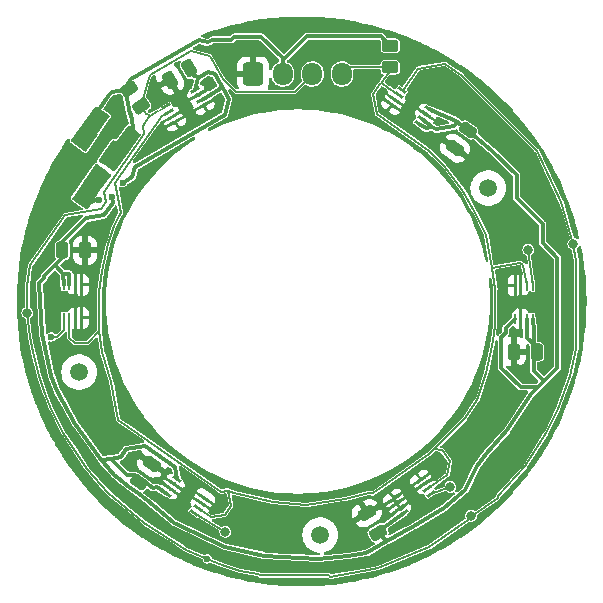
<source format=gbr>
%TF.GenerationSoftware,KiCad,Pcbnew,7.0.10*%
%TF.CreationDate,2024-04-18T21:21:43-07:00*%
%TF.ProjectId,Thermistor Ring,54686572-6d69-4737-946f-722052696e67,rev?*%
%TF.SameCoordinates,Original*%
%TF.FileFunction,Copper,L1,Top*%
%TF.FilePolarity,Positive*%
%FSLAX46Y46*%
G04 Gerber Fmt 4.6, Leading zero omitted, Abs format (unit mm)*
G04 Created by KiCad (PCBNEW 7.0.10) date 2024-04-18 21:21:43*
%MOMM*%
%LPD*%
G01*
G04 APERTURE LIST*
G04 Aperture macros list*
%AMRoundRect*
0 Rectangle with rounded corners*
0 $1 Rounding radius*
0 $2 $3 $4 $5 $6 $7 $8 $9 X,Y pos of 4 corners*
0 Add a 4 corners polygon primitive as box body*
4,1,4,$2,$3,$4,$5,$6,$7,$8,$9,$2,$3,0*
0 Add four circle primitives for the rounded corners*
1,1,$1+$1,$2,$3*
1,1,$1+$1,$4,$5*
1,1,$1+$1,$6,$7*
1,1,$1+$1,$8,$9*
0 Add four rect primitives between the rounded corners*
20,1,$1+$1,$2,$3,$4,$5,0*
20,1,$1+$1,$4,$5,$6,$7,0*
20,1,$1+$1,$6,$7,$8,$9,0*
20,1,$1+$1,$8,$9,$2,$3,0*%
%AMRotRect*
0 Rectangle, with rotation*
0 The origin of the aperture is its center*
0 $1 length*
0 $2 width*
0 $3 Rotation angle, in degrees counterclockwise*
0 Add horizontal line*
21,1,$1,$2,0,0,$3*%
G04 Aperture macros list end*
%TA.AperFunction,SMDPad,CuDef*%
%ADD10RoundRect,0.250000X0.245703X-0.477237X0.532491X-0.067661X-0.245703X0.477237X-0.532491X0.067661X0*%
%TD*%
%TA.AperFunction,SMDPad,CuDef*%
%ADD11RoundRect,0.250000X0.250000X0.475000X-0.250000X0.475000X-0.250000X-0.475000X0.250000X-0.475000X0*%
%TD*%
%TA.AperFunction,SMDPad,CuDef*%
%ADD12RoundRect,0.250000X-0.245703X0.477237X-0.532491X0.067661X0.245703X-0.477237X0.532491X-0.067661X0*%
%TD*%
%TA.AperFunction,SMDPad,CuDef*%
%ADD13RoundRect,0.250000X-0.250000X-0.475000X0.250000X-0.475000X0.250000X0.475000X-0.250000X0.475000X0*%
%TD*%
%TA.AperFunction,SMDPad,CuDef*%
%ADD14RoundRect,0.250000X-0.020994X0.536362X-0.454006X0.286362X0.020994X-0.536362X0.454006X-0.286362X0*%
%TD*%
%TA.AperFunction,SMDPad,CuDef*%
%ADD15RoundRect,0.250000X0.536362X0.020994X0.286362X0.454006X-0.536362X-0.020994X-0.286362X-0.454006X0*%
%TD*%
%TA.AperFunction,SMDPad,CuDef*%
%ADD16RotRect,1.188150X1.037350X325.000000*%
%TD*%
%TA.AperFunction,SMDPad,CuDef*%
%ADD17RotRect,0.812800X0.254000X325.000000*%
%TD*%
%TA.AperFunction,SMDPad,CuDef*%
%ADD18RotRect,1.188150X1.037350X145.000000*%
%TD*%
%TA.AperFunction,SMDPad,CuDef*%
%ADD19RotRect,0.812800X0.254000X145.000000*%
%TD*%
%TA.AperFunction,SMDPad,CuDef*%
%ADD20RotRect,1.188150X1.037350X30.000000*%
%TD*%
%TA.AperFunction,SMDPad,CuDef*%
%ADD21RotRect,0.812800X0.254000X30.000000*%
%TD*%
%TA.AperFunction,SMDPad,CuDef*%
%ADD22R,1.037350X1.188150*%
%TD*%
%TA.AperFunction,SMDPad,CuDef*%
%ADD23R,0.254000X0.812800*%
%TD*%
%TA.AperFunction,SMDPad,CuDef*%
%ADD24RotRect,1.188150X1.037350X215.000000*%
%TD*%
%TA.AperFunction,SMDPad,CuDef*%
%ADD25RotRect,0.812800X0.254000X215.000000*%
%TD*%
%TA.AperFunction,SMDPad,CuDef*%
%ADD26C,1.500000*%
%TD*%
%TA.AperFunction,SMDPad,CuDef*%
%ADD27RoundRect,0.225000X0.327703X0.075733X-0.040915X0.333843X-0.327703X-0.075733X0.040915X-0.333843X0*%
%TD*%
%TA.AperFunction,SMDPad,CuDef*%
%ADD28RotRect,1.805236X0.612132X235.000000*%
%TD*%
%TA.AperFunction,SMDPad,CuDef*%
%ADD29RoundRect,0.250000X-0.519182X-0.043082X-0.218055X-0.473137X0.519182X0.043082X0.218055X0.473137X0*%
%TD*%
%TA.AperFunction,SMDPad,CuDef*%
%ADD30RoundRect,0.250000X-0.450000X0.262500X-0.450000X-0.262500X0.450000X-0.262500X0.450000X0.262500X0*%
%TD*%
%TA.AperFunction,ComponentPad*%
%ADD31RoundRect,0.250000X-0.600000X-0.725000X0.600000X-0.725000X0.600000X0.725000X-0.600000X0.725000X0*%
%TD*%
%TA.AperFunction,ComponentPad*%
%ADD32O,1.700000X1.950000*%
%TD*%
%TA.AperFunction,ViaPad*%
%ADD33C,0.600000*%
%TD*%
%TA.AperFunction,ViaPad*%
%ADD34C,0.800000*%
%TD*%
%TA.AperFunction,Conductor*%
%ADD35C,0.160000*%
%TD*%
%TA.AperFunction,Conductor*%
%ADD36C,0.380000*%
%TD*%
%TA.AperFunction,Conductor*%
%ADD37C,0.100000*%
%TD*%
G04 APERTURE END LIST*
D10*
%TO.P,C5,2*%
%TO.N,GND*%
X62881987Y-69658959D03*
%TO.P,C5,1*%
%TO.N,/VDD*%
X61792191Y-71215347D03*
%TD*%
D11*
%TO.P,C6,2*%
%TO.N,GND*%
X93573387Y-60189733D03*
%TO.P,C6,1*%
%TO.N,/VDD*%
X95473387Y-60189733D03*
%TD*%
D12*
%TO.P,C4,1*%
%TO.N,/VDD*%
X89642365Y-41397337D03*
%TO.P,C4,2*%
%TO.N,GND*%
X88552569Y-42953725D03*
%TD*%
D13*
%TO.P,C2,1*%
%TO.N,/VDD*%
X55319894Y-51609985D03*
%TO.P,C2,2*%
%TO.N,GND*%
X57219894Y-51609985D03*
%TD*%
D14*
%TO.P,C3,1*%
%TO.N,/VDD*%
X66075926Y-36199867D03*
%TO.P,C3,2*%
%TO.N,GND*%
X64430478Y-37149867D03*
%TD*%
D15*
%TO.P,C1,1*%
%TO.N,/VDD*%
X82037632Y-75503272D03*
%TO.P,C1,2*%
%TO.N,GND*%
X81087632Y-73857824D03*
%TD*%
D16*
%TO.P,U7,9,EPAD*%
%TO.N,GND*%
X84788437Y-39465122D03*
D17*
%TO.P,U7,8,VDD*%
%TO.N,/VDD*%
X86362975Y-39652043D03*
%TO.P,U7,7,A0*%
%TO.N,GND*%
X86076187Y-40061620D03*
%TO.P,U7,6,A1*%
%TO.N,/VDD*%
X85789398Y-40471196D03*
%TO.P,U7,5,A2*%
X85502610Y-40880773D03*
%TO.P,U7,4,GND*%
%TO.N,GND*%
X83213899Y-39278201D03*
%TO.P,U7,3,ALERT*%
X83500687Y-38868624D03*
%TO.P,U7,2,SCL*%
%TO.N,/SCL*%
X83787476Y-38459048D03*
%TO.P,U7,1,SDA*%
%TO.N,/SDA*%
X84074264Y-38049471D03*
%TD*%
D18*
%TO.P,U6,9,EPAD*%
%TO.N,GND*%
X65763829Y-72390255D03*
D19*
%TO.P,U6,8,VDD*%
%TO.N,/VDD*%
X64189291Y-72203334D03*
%TO.P,U6,7,A0*%
%TO.N,GND*%
X64476079Y-71793757D03*
%TO.P,U6,6,A1*%
X64762868Y-71384181D03*
%TO.P,U6,5,A2*%
%TO.N,/VDD*%
X65049656Y-70974604D03*
%TO.P,U6,4,GND*%
%TO.N,GND*%
X67338367Y-72577176D03*
%TO.P,U6,3,ALERT*%
X67051579Y-72986753D03*
%TO.P,U6,2,SCL*%
%TO.N,/SCL*%
X66764790Y-73396329D03*
%TO.P,U6,1,SDA*%
%TO.N,/SDA*%
X66478002Y-73805906D03*
%TD*%
D20*
%TO.P,U2,9,EPAD*%
%TO.N,GND*%
X65702993Y-39368444D03*
D21*
%TO.P,U2,8,VDD*%
%TO.N,/VDD*%
X66537830Y-38020424D03*
%TO.P,U2,7,A0*%
%TO.N,GND*%
X66787830Y-38453438D03*
%TO.P,U2,6,A1*%
%TO.N,/VDD*%
X67037830Y-38886450D03*
%TO.P,U2,5,A2*%
%TO.N,GND*%
X67287831Y-39319464D03*
%TO.P,U2,4,GND*%
X64868156Y-40716464D03*
%TO.P,U2,3,ALERT*%
X64618156Y-40283450D03*
%TO.P,U2,2,SCL*%
%TO.N,/SCL*%
X64368156Y-39850438D03*
%TO.P,U2,1,SDA*%
%TO.N,/SDA*%
X64118155Y-39417424D03*
%TD*%
D22*
%TO.P,U5,9,EPAD*%
%TO.N,GND*%
X94389641Y-55977863D03*
D23*
%TO.P,U5,8,VDD*%
%TO.N,/VDD*%
X95139642Y-57374863D03*
%TO.P,U5,7,A0*%
X94639641Y-57374863D03*
%TO.P,U5,6,A1*%
%TO.N,GND*%
X94139641Y-57374863D03*
%TO.P,U5,5,A2*%
%TO.N,/VDD*%
X93639640Y-57374863D03*
%TO.P,U5,4,GND*%
%TO.N,GND*%
X93639640Y-54580863D03*
%TO.P,U5,3,ALERT*%
X94139641Y-54580863D03*
%TO.P,U5,2,SCL*%
%TO.N,/SCL*%
X94639641Y-54580863D03*
%TO.P,U5,1,SDA*%
%TO.N,/SDA*%
X95139642Y-54580863D03*
%TD*%
D22*
%TO.P,U3,9,EPAD*%
%TO.N,GND*%
X56162641Y-55931080D03*
D23*
%TO.P,U3,8,VDD*%
%TO.N,/VDD*%
X55412640Y-54534080D03*
%TO.P,U3,7,A0*%
X55912641Y-54534080D03*
%TO.P,U3,6,A1*%
%TO.N,GND*%
X56412641Y-54534080D03*
%TO.P,U3,5,A2*%
X56912642Y-54534080D03*
%TO.P,U3,4,GND*%
X56912642Y-57328080D03*
%TO.P,U3,3,ALERT*%
X56412641Y-57328080D03*
%TO.P,U3,2,SCL*%
%TO.N,/SCL*%
X55912641Y-57328080D03*
%TO.P,U3,1,SDA*%
%TO.N,/SDA*%
X55412640Y-57328080D03*
%TD*%
D24*
%TO.P,U4,9,EPAD*%
%TO.N,GND*%
X84940833Y-72429082D03*
D25*
%TO.P,U4,8,VDD*%
%TO.N,/VDD*%
X84226660Y-73844733D03*
%TO.P,U4,7,A0*%
%TO.N,GND*%
X83939872Y-73435156D03*
%TO.P,U4,6,A1*%
X83653083Y-73025580D03*
%TO.P,U4,5,A2*%
X83366295Y-72616003D03*
%TO.P,U4,4,GND*%
X85655006Y-71013431D03*
%TO.P,U4,3,ALERT*%
X85941794Y-71423008D03*
%TO.P,U4,2,SCL*%
%TO.N,/SCL*%
X86228583Y-71832584D03*
%TO.P,U4,1,SDA*%
%TO.N,/SDA*%
X86515371Y-72242161D03*
%TD*%
D26*
%TO.P,FD1,*%
%TO.N,*%
X91371292Y-46325846D03*
%TD*%
D27*
%TO.P,C8,1*%
%TO.N,/VDD*%
X57237848Y-47051075D03*
%TO.P,C8,2*%
%TO.N,GND*%
X55968162Y-46162031D03*
%TD*%
D26*
%TO.P,FD3,*%
%TO.N,*%
X56731292Y-61915848D03*
%TD*%
D27*
%TO.P,C7,1*%
%TO.N,/Power 3.3-5V*%
X60988312Y-42295598D03*
%TO.P,C7,2*%
%TO.N,GND*%
X59718626Y-41406554D03*
%TD*%
D28*
%TO.P,U1,1,IN*%
%TO.N,/Power 3.3-5V*%
X59140848Y-43461138D03*
%TO.P,U1,2,GND*%
%TO.N,GND*%
X58362653Y-42916239D03*
%TO.P,U1,3,EN*%
%TO.N,/Power 3.3-5V*%
X57584458Y-42371341D03*
%TO.P,U1,4,NC*%
%TO.N,GND*%
X56264678Y-44256182D03*
%TO.P,U1,5,OUT*%
%TO.N,/VDD*%
X57821068Y-45345979D03*
%TD*%
D29*
%TO.P,R3,1*%
%TO.N,/Power 3.3-5V*%
X60938071Y-37918522D03*
%TO.P,R3,2*%
%TO.N,/SDA*%
X61984847Y-39413474D03*
%TD*%
D30*
%TO.P,R2,1*%
%TO.N,/Power 3.3-5V*%
X83070187Y-34278995D03*
%TO.P,R2,2*%
%TO.N,/SCL*%
X83070187Y-36103995D03*
%TD*%
D26*
%TO.P,FD2,*%
%TO.N,*%
X77151292Y-75685846D03*
%TD*%
D31*
%TO.P,J1,1,Pin_1*%
%TO.N,GND*%
X71480530Y-36673544D03*
D32*
%TO.P,J1,2,Pin_2*%
%TO.N,/Power 3.3-5V*%
X73980530Y-36673544D03*
%TO.P,J1,3,Pin_3*%
%TO.N,/SDA*%
X76480530Y-36673544D03*
%TO.P,J1,4,Pin_4*%
%TO.N,/SCL*%
X78980530Y-36673544D03*
%TD*%
D33*
%TO.N,GND*%
X66561825Y-40828516D03*
X53525850Y-52645543D03*
X71975845Y-78265542D03*
X63391293Y-38695847D03*
X63759075Y-41371685D03*
X82895206Y-71919186D03*
X82352347Y-73215627D03*
X68806102Y-72869259D03*
X78270194Y-38451496D03*
X86865072Y-70466910D03*
X65349079Y-41591686D03*
X82243868Y-38359788D03*
X92543381Y-65139727D03*
X83902614Y-40755461D03*
X96785843Y-63025543D03*
X91773379Y-65009730D03*
X64803259Y-73815459D03*
X58579066Y-51611690D03*
X67542940Y-37801883D03*
X92281293Y-39135846D03*
X70650525Y-39343542D03*
X61260285Y-66071860D03*
X91735843Y-70325542D03*
X85834856Y-73694057D03*
X54444927Y-55953936D03*
X57995837Y-64125543D03*
X85815570Y-38019295D03*
X92507400Y-54543504D03*
X82739199Y-39983091D03*
X87206095Y-40692478D03*
X56919071Y-53261689D03*
X85215848Y-34995547D03*
X93594005Y-58735858D03*
X60398437Y-40338703D03*
X88385842Y-38325547D03*
X57219078Y-50021680D03*
X86435552Y-69509297D03*
X79585561Y-74619294D03*
X63281292Y-37815849D03*
X61051294Y-46815848D03*
X84001516Y-71119588D03*
X78445844Y-32645540D03*
X92542936Y-56037107D03*
X63322769Y-71054674D03*
X81111294Y-39935849D03*
X89861293Y-64105846D03*
X69830530Y-36693542D03*
X59682513Y-39861802D03*
X61637009Y-69099373D03*
X95535843Y-45225547D03*
X57949065Y-54541691D03*
X57857848Y-55926563D03*
X96325952Y-55718909D03*
X54973384Y-59889737D03*
X66469046Y-71342705D03*
X56285847Y-69535540D03*
X74195841Y-75505546D03*
X55076125Y-45387320D03*
X93795566Y-61469299D03*
X92855790Y-50337233D03*
X90012898Y-43972565D03*
X87209222Y-42078066D03*
X97885847Y-53675543D03*
X68362922Y-73582204D03*
X73760531Y-38993549D03*
X52435844Y-51035545D03*
X74675841Y-79705546D03*
X93791321Y-53232902D03*
X67769072Y-40151684D03*
X56669882Y-58589974D03*
X99340530Y-56013547D03*
X57833368Y-57329723D03*
X63901987Y-70502221D03*
X55216462Y-47156845D03*
X68469074Y-38791685D03*
X71530531Y-34903544D03*
X65049077Y-38194474D03*
X60214005Y-72075857D03*
X74535843Y-32705537D03*
D34*
%TO.N,/SDA*%
X98580627Y-51058561D03*
X88166636Y-71632548D03*
X89930742Y-74080030D03*
X52352634Y-56900549D03*
X69116629Y-75442545D03*
X94770629Y-51566542D03*
D33*
X54384629Y-58932547D03*
X67592631Y-77728550D03*
%TO.N,/VDD*%
X59511081Y-47115267D03*
X60445065Y-45866379D03*
X58391958Y-47370369D03*
%TD*%
D35*
%TO.N,/SCL*%
X69370621Y-71937357D02*
X68761770Y-72044716D01*
X68761770Y-72044716D02*
X60026327Y-65928090D01*
X60026327Y-65928090D02*
X59464630Y-62742545D01*
X59464630Y-62742545D02*
X58702625Y-60202557D01*
X58702625Y-60202557D02*
X58448629Y-58424557D01*
D36*
%TO.N,/VDD*%
X59442436Y-69235034D02*
X59450631Y-69240766D01*
X59450631Y-69240766D02*
X60258243Y-69098362D01*
X60258243Y-69098362D02*
X60711372Y-68451233D01*
X60711372Y-68451233D02*
X62290602Y-68172771D01*
X62290602Y-68172771D02*
X64874666Y-69982152D01*
X64874666Y-69982152D02*
X65049664Y-70974618D01*
X60988632Y-71632555D02*
X60048848Y-70880710D01*
X61714353Y-72176846D02*
X60988632Y-71632555D01*
X69116626Y-76712558D02*
X64798637Y-74680542D01*
X72418646Y-77474555D02*
X69116626Y-76712558D01*
X76990633Y-77728549D02*
X72418646Y-77474555D01*
X63020634Y-73156546D02*
X62440058Y-72721119D01*
X64798637Y-74680542D02*
X63020634Y-73156546D01*
X79530633Y-77474554D02*
X76990633Y-77728549D01*
X62440058Y-72721119D02*
X61714353Y-72176846D01*
X81054635Y-77220532D02*
X79530633Y-77474554D01*
X82832626Y-76204541D02*
X81054635Y-77220532D01*
X59725278Y-70654153D02*
X60048848Y-70880710D01*
X59718638Y-70616551D02*
X58448642Y-69092550D01*
X60048848Y-70880710D02*
X59718638Y-70616551D01*
X53368633Y-54360549D02*
X53784272Y-53944911D01*
X53622636Y-58678533D02*
X53368633Y-54360549D01*
X53784272Y-53944911D02*
X53784272Y-53756913D01*
X54384629Y-62234565D02*
X53622636Y-58678533D01*
X54892637Y-63504549D02*
X54384629Y-62234565D01*
X56416624Y-66298560D02*
X54892637Y-63504549D01*
X58448642Y-69092550D02*
X56416624Y-66298560D01*
D35*
%TO.N,/SCL*%
X67896284Y-74188628D02*
X66764776Y-73396356D01*
X69596069Y-73215861D02*
X69058390Y-73983734D01*
X69370621Y-71937357D02*
X69596069Y-73215861D01*
X69878633Y-72140544D02*
X69370621Y-71937357D01*
X73180617Y-72902557D02*
X69878633Y-72140544D01*
X69058390Y-73983734D02*
X67896284Y-74188628D01*
X75974631Y-73156553D02*
X73180617Y-72902557D01*
X79276632Y-72648547D02*
X75974631Y-73156553D01*
X81585348Y-72189351D02*
X81308621Y-72140558D01*
X81308621Y-72140558D02*
X79276632Y-72648547D01*
X86374368Y-68836039D02*
X81585348Y-72189351D01*
X86388624Y-68838557D02*
X86374368Y-68836039D01*
X86802265Y-68424913D02*
X86388624Y-68838557D01*
D36*
%TO.N,/VDD*%
X64189302Y-72203351D02*
X63285575Y-71643500D01*
X63285575Y-71643500D02*
X62950135Y-71702648D01*
X62950135Y-71702648D02*
X62034292Y-71061362D01*
X62034292Y-71061362D02*
X62031987Y-71048250D01*
X60813230Y-70635083D02*
X59442436Y-69264290D01*
X62031987Y-71048250D02*
X61441915Y-70635082D01*
X61441915Y-70635082D02*
X60813230Y-70635083D01*
X59442436Y-69264290D02*
X59442436Y-69235034D01*
X93639625Y-57374867D02*
X92836085Y-58178421D01*
X92494003Y-58960310D02*
X92494004Y-61557749D01*
X92494004Y-61557749D02*
X94113775Y-63177517D01*
X92836085Y-58178421D02*
X92836097Y-58618219D01*
X92836097Y-58618219D02*
X92494003Y-58960310D01*
X94113775Y-63177517D02*
X95605667Y-63177519D01*
X96090664Y-62692520D02*
X95208406Y-61810258D01*
X95208406Y-61810258D02*
X95208404Y-58424561D01*
X95208404Y-58424561D02*
X95139627Y-57374865D01*
X92992630Y-66806557D02*
X91214627Y-68838552D01*
X97231051Y-61552132D02*
X95024632Y-63758553D01*
X84138919Y-75478845D02*
X82832626Y-76204541D01*
X95977923Y-50983127D02*
X97231052Y-52236256D01*
X95977922Y-49393131D02*
X95977923Y-50983127D01*
X93767923Y-47183121D02*
X95977922Y-49393131D01*
X95024632Y-63758553D02*
X92992630Y-66806557D01*
X91214627Y-68838552D02*
X90452623Y-69854550D01*
X93767928Y-45229841D02*
X93767923Y-47183121D01*
X88674632Y-40644551D02*
X89944615Y-41660539D01*
X90452623Y-69854550D02*
X89436619Y-71886550D01*
X91722637Y-43184547D02*
X93767928Y-45229841D01*
X87658632Y-73410557D02*
X85118646Y-74934555D01*
X97231052Y-52236256D02*
X97231051Y-61552132D01*
X89944615Y-41660539D02*
X91722637Y-43184547D01*
X87430703Y-40110471D02*
X88674632Y-40644551D01*
X86362966Y-39652026D02*
X87430703Y-40110471D01*
X89436619Y-71886550D02*
X87658632Y-73410557D01*
X85118646Y-74934555D02*
X84138919Y-75478845D01*
D35*
%TO.N,GND*%
X94139642Y-57374860D02*
X94126856Y-57041199D01*
D36*
%TO.N,/Power 3.3-5V*%
X57364042Y-41121258D02*
X59254725Y-38421086D01*
X73980528Y-35343541D02*
X72169546Y-33532554D01*
X61377806Y-41739364D02*
X60988320Y-42295599D01*
X72169546Y-33532554D02*
X69878640Y-33532556D01*
X61153848Y-37113270D02*
X60631090Y-37859860D01*
X57584461Y-42371344D02*
X57364042Y-41121258D01*
X69878640Y-33532556D02*
X69624626Y-33786548D01*
X67990133Y-33786555D02*
X67611415Y-34005187D01*
X73980528Y-36673546D02*
X73980531Y-35493543D01*
X66877717Y-33808602D02*
X61153848Y-37113270D01*
X60988330Y-42295599D02*
X59140859Y-43461126D01*
X73980531Y-35493543D02*
X75989355Y-33484716D01*
X60631090Y-37859860D02*
X61012567Y-40023385D01*
X69624626Y-33786548D02*
X67990133Y-33786555D01*
X59523925Y-38167869D02*
X60938078Y-37918524D01*
X75989355Y-33484716D02*
X82275897Y-33484712D01*
X59254725Y-38421086D02*
X59523925Y-38167869D01*
X73980528Y-36673546D02*
X73980528Y-35343541D01*
X61084055Y-40073429D02*
X61377806Y-41739364D01*
X61012567Y-40023385D02*
X61084055Y-40073429D01*
X82275897Y-33484712D02*
X83070186Y-34278980D01*
X67611415Y-34005187D02*
X66877717Y-33808602D01*
D35*
%TO.N,/SDA*%
X69116629Y-75442545D02*
X66478014Y-73805930D01*
X89182631Y-36834550D02*
X87714393Y-35806495D01*
X92203259Y-72549837D02*
X92230638Y-72394565D01*
X52352630Y-54614554D02*
X52352634Y-56900549D01*
X97564638Y-47502542D02*
X95532628Y-43184552D01*
X82070632Y-78490561D02*
X80800629Y-78744555D01*
X95532628Y-43184552D02*
X89182631Y-36834550D01*
X62123673Y-41042257D02*
X62248881Y-41752358D01*
X89930742Y-74080030D02*
X90000372Y-74092309D01*
X74970534Y-38183543D02*
X76431819Y-36722245D01*
X52606643Y-52836556D02*
X52352630Y-54614554D01*
X92230638Y-72394565D02*
X94516650Y-69854559D01*
X94516650Y-69854559D02*
X96294629Y-67060538D01*
X71910626Y-78998551D02*
X70386641Y-78744547D01*
X98326633Y-62234558D02*
X98834637Y-59948558D01*
X52860619Y-60202550D02*
X53368629Y-62234546D01*
X52612477Y-52835512D02*
X52606643Y-52836556D01*
X85438804Y-36207739D02*
X84215338Y-37955025D01*
X68943432Y-37086444D02*
X70040526Y-38183545D01*
X59210636Y-72140554D02*
X62258634Y-74680562D01*
X54384619Y-65028551D02*
X55400633Y-67060543D01*
X88166636Y-71632548D02*
X86515373Y-72242165D01*
X57432627Y-70108543D02*
X59210636Y-72140554D01*
X61984863Y-39413477D02*
X62694060Y-36766757D01*
X58834701Y-46628318D02*
X58986956Y-47491808D01*
X55548725Y-48642129D02*
X52612477Y-52835512D01*
X77879927Y-79125850D02*
X72037926Y-79125848D01*
X96294629Y-67060538D02*
X97310628Y-65028551D01*
X62724230Y-40184570D02*
X62744731Y-40190049D01*
X62724230Y-40184570D02*
X62376212Y-40091308D01*
X62248881Y-41752358D02*
X58834701Y-46628318D01*
X58986956Y-47491808D02*
X58552333Y-48112513D01*
X62744731Y-40190049D02*
X63439767Y-39788759D01*
X84215338Y-37955025D02*
X84074247Y-38049471D01*
X68862648Y-78236549D02*
X67592631Y-77728550D01*
X54384629Y-58932547D02*
X54848199Y-58932552D01*
X62694060Y-36766757D02*
X66186063Y-34750635D01*
X67825293Y-35189870D02*
X68920296Y-37086446D01*
X68920296Y-37086446D02*
X68943432Y-37086444D01*
X55400633Y-67060543D02*
X57432627Y-70108543D01*
X86388633Y-76712557D02*
X82070632Y-78490561D01*
X97310628Y-65028551D02*
X98326633Y-62234558D01*
X52606637Y-58932546D02*
X52860619Y-60202550D01*
X72037926Y-79125848D02*
X71910626Y-78998551D01*
X52352634Y-56900549D02*
X52606637Y-58932546D01*
X98840536Y-59942658D02*
X98840528Y-52488024D01*
X90000372Y-74092309D02*
X92203259Y-72549837D01*
X80800629Y-78744555D02*
X78006634Y-79252557D01*
X54848199Y-58932552D02*
X55412637Y-58368127D01*
X94770629Y-51566542D02*
X95139637Y-54580875D01*
X70386641Y-78744547D02*
X68862648Y-78236549D01*
X98840528Y-52488024D02*
X98580627Y-51058561D01*
X62376212Y-40091308D02*
X61984863Y-39413477D01*
X62258634Y-74680562D02*
X65814637Y-76966547D01*
X98834637Y-59948558D02*
X98840536Y-59942658D01*
X66186063Y-34750635D02*
X67825293Y-35189870D01*
X65814637Y-76966547D02*
X67592631Y-77728550D01*
X89900102Y-74253789D02*
X86388633Y-76712557D01*
X55412637Y-58368127D02*
X55412631Y-57328077D01*
X70040526Y-38183545D02*
X74970534Y-38183543D01*
X87714393Y-35806495D02*
X85438804Y-36207739D01*
X62724230Y-40184570D02*
X62123673Y-41042257D01*
X53876613Y-63758544D02*
X54384619Y-65028551D01*
X78006634Y-79252557D02*
X77879927Y-79125850D01*
X58552333Y-48112513D02*
X55548725Y-48642129D01*
X89930742Y-74080030D02*
X89900102Y-74253789D01*
X98580627Y-51058561D02*
X97564638Y-47502542D01*
D37*
X64118163Y-39417427D02*
X63530811Y-39756533D01*
D35*
X53368629Y-62234546D02*
X53876613Y-63758544D01*
%TO.N,/SCL*%
X83103828Y-36294763D02*
X82355411Y-37363607D01*
X63743426Y-40239641D02*
X59805580Y-45863471D01*
X91214630Y-61980561D02*
X90452630Y-64266554D01*
X83070177Y-36103979D02*
X83103828Y-36294763D01*
X91214629Y-50296552D02*
X91680292Y-53090556D01*
X59718626Y-49534551D02*
X59210633Y-51058545D01*
X79600527Y-36053541D02*
X83019740Y-36053544D01*
X82249704Y-37497128D02*
X81630602Y-38381322D01*
X59805580Y-45863471D02*
X60264333Y-48465180D01*
X82380720Y-37474033D02*
X82249704Y-37497128D01*
X64368152Y-39850451D02*
X64359128Y-39884159D01*
X83019740Y-36053544D02*
X83070177Y-36103979D01*
X86386703Y-43173708D02*
X86388610Y-43184559D01*
X59210633Y-51058545D02*
X58702637Y-53344556D01*
X60094407Y-48707859D02*
X59718626Y-49534551D01*
X58702637Y-53344556D02*
X58448629Y-55122550D01*
X81630602Y-38381322D02*
X81924728Y-40049409D01*
X78980527Y-36673539D02*
X79600527Y-36053541D01*
X60264333Y-48465180D02*
X60094407Y-48707859D01*
X94077039Y-52667941D02*
X94090429Y-52648835D01*
X89436617Y-65790553D02*
X86802265Y-68424913D01*
X90452630Y-64266554D02*
X89436617Y-65790553D01*
X88130018Y-69466836D02*
X87921923Y-70646867D01*
X94328326Y-52815422D02*
X94639626Y-54580868D01*
X91976629Y-54868553D02*
X91970174Y-54875011D01*
X87921923Y-70646867D02*
X86228591Y-71832585D01*
X86388610Y-43184559D02*
X87658629Y-44454552D01*
X91680292Y-53090556D02*
X91976629Y-54868553D01*
X82896350Y-37835070D02*
X82380720Y-37474033D01*
X87658629Y-44454552D02*
X89182634Y-46486565D01*
X64359128Y-39884159D02*
X63743426Y-40239641D01*
X94090429Y-52648835D02*
X94328326Y-52815422D01*
X57443194Y-59429985D02*
X56359885Y-59429982D01*
X82355411Y-37363607D02*
X82374048Y-37469379D01*
X91722630Y-59694548D02*
X91214630Y-61980561D01*
X87484697Y-68545242D02*
X86802265Y-68424913D01*
X91867775Y-58678546D02*
X91722630Y-59694548D01*
X91976619Y-57916536D02*
X91867775Y-58678546D01*
X82374048Y-37469379D02*
X82896350Y-37835070D01*
X58448629Y-58424557D02*
X57443194Y-59429985D01*
X91970176Y-57910100D02*
X91976619Y-57916536D01*
X89182634Y-46486565D02*
X90198621Y-48264544D01*
X82896350Y-37835070D02*
X83787461Y-38459054D01*
X58448629Y-55122550D02*
X58448629Y-58424557D01*
X90198621Y-48264544D02*
X91214629Y-50296552D01*
X91970174Y-54875011D02*
X91970176Y-57910100D01*
X91680292Y-53090556D02*
X94077039Y-52667941D01*
X56359885Y-59429982D02*
X55912622Y-58982726D01*
X87527760Y-68606726D02*
X88130018Y-69466836D01*
X55912622Y-58982726D02*
X55912631Y-57328084D01*
X81924728Y-40049409D02*
X86386703Y-43173708D01*
X87527760Y-68606726D02*
X87484697Y-68545242D01*
D36*
%TO.N,/VDD*%
X66797267Y-37052230D02*
X66537831Y-38020435D01*
X53784272Y-53756913D02*
X54590553Y-52950645D01*
X59588839Y-47556253D02*
X58836486Y-48630731D01*
X59718638Y-70616551D02*
X59725278Y-70654153D01*
X55400628Y-53598546D02*
X55908627Y-53598560D01*
X53784272Y-53756913D02*
X55212621Y-52328546D01*
X57834300Y-47468703D02*
X57237854Y-47051067D01*
X55908627Y-53598560D02*
X55912637Y-54534080D01*
X55400628Y-53598546D02*
X55412635Y-54534070D01*
X94639613Y-58993343D02*
X95298385Y-59652079D01*
X60445065Y-45866379D02*
X61236103Y-45409672D01*
X69046012Y-40149885D02*
X69416200Y-38768358D01*
X58391958Y-47370369D02*
X58127383Y-47299489D01*
X88719112Y-40786400D02*
X88502522Y-41095717D01*
X61236103Y-45409672D02*
X61474086Y-44521543D01*
X82344733Y-75162473D02*
X84226660Y-73844732D01*
X95298385Y-59652079D02*
X95298375Y-60189730D01*
X67679656Y-36542782D02*
X66945308Y-36966754D01*
X57322111Y-48897752D02*
X55212634Y-51007241D01*
X94639613Y-58993343D02*
X94639642Y-57374868D01*
X86080971Y-41285766D02*
X85502603Y-40880769D01*
X86951949Y-41369132D02*
X86642632Y-41152548D01*
X66945308Y-36966754D02*
X66797267Y-37052230D01*
X59511081Y-47115267D02*
X59588839Y-47556253D01*
X58836486Y-48630731D02*
X57322111Y-48897752D01*
X88502522Y-41095717D02*
X86951949Y-41369132D01*
X86615331Y-41191523D02*
X86080971Y-41285766D01*
X54752713Y-52950642D02*
X55400628Y-53598546D01*
X68734388Y-37587441D02*
X68633104Y-37965419D01*
X61474086Y-44521543D02*
X69046012Y-40149885D01*
X82832626Y-76204541D02*
X82037633Y-75503283D01*
X68633104Y-37965419D02*
X67109719Y-38844956D01*
X86642632Y-41152548D02*
X85789386Y-40471192D01*
X55212634Y-51007241D02*
X55212637Y-52328537D01*
X66945308Y-36966754D02*
X66440620Y-36831532D01*
X54590553Y-52950645D02*
X54752713Y-52950642D01*
X69416200Y-38768358D02*
X68213917Y-36685938D01*
X59442436Y-69235034D02*
X58652942Y-69374242D01*
X86642632Y-41152548D02*
X86615331Y-41191523D01*
X66440620Y-36831532D02*
X66075915Y-36199863D01*
X58127383Y-47299489D02*
X57834300Y-47468703D01*
X57237860Y-47051052D02*
X57821064Y-45345969D01*
X68213917Y-36685938D02*
X67679656Y-36542782D01*
%TD*%
%TA.AperFunction,Conductor*%
%TO.N,/Power 3.3-5V*%
G36*
X58216538Y-39449546D02*
G01*
X59267205Y-40170411D01*
X59311348Y-40224570D01*
X59319203Y-40293997D01*
X59297863Y-40344862D01*
X57297773Y-43137395D01*
X57242734Y-43180435D01*
X57173163Y-43186887D01*
X57125550Y-43166564D01*
X56833144Y-42960573D01*
X56106271Y-42448515D01*
X56062804Y-42393815D01*
X56055809Y-42324297D01*
X56076303Y-42275748D01*
X58045006Y-39480393D01*
X58099701Y-39436918D01*
X58169219Y-39429914D01*
X58216538Y-39449546D01*
G37*
%TD.AperFunction*%
%TD*%
%TA.AperFunction,Conductor*%
%TO.N,/VDD*%
G36*
X58236585Y-44332180D02*
G01*
X58799377Y-44726253D01*
X58799449Y-44726303D01*
X58799455Y-44726307D01*
X59366974Y-45118895D01*
X59410909Y-45173223D01*
X59418498Y-45242679D01*
X59397907Y-45292135D01*
X58532812Y-46524028D01*
X57508276Y-48070065D01*
X57454834Y-48115074D01*
X57385543Y-48124045D01*
X57333789Y-48103142D01*
X56578536Y-47574310D01*
X56206542Y-47313837D01*
X56162918Y-47259262D01*
X56155724Y-47189764D01*
X56175098Y-47142581D01*
X58062896Y-44364069D01*
X58116853Y-44319681D01*
X58186243Y-44311510D01*
X58236585Y-44332180D01*
G37*
%TD.AperFunction*%
%TD*%
%TA.AperFunction,Conductor*%
%TO.N,/Power 3.3-5V*%
G36*
X61005699Y-41054949D02*
G01*
X61897389Y-41731754D01*
X61938887Y-41787965D01*
X61943408Y-41857688D01*
X61923995Y-41901648D01*
X60975676Y-43255989D01*
X60973622Y-43258836D01*
X59792367Y-44848116D01*
X59736577Y-44890179D01*
X59666903Y-44895402D01*
X59624818Y-44877820D01*
X58886155Y-44393132D01*
X58883059Y-44391032D01*
X58445041Y-44084322D01*
X58401416Y-44029745D01*
X58394224Y-43960246D01*
X58414469Y-43911798D01*
X59528690Y-42314898D01*
X59583195Y-42271184D01*
X59652681Y-42263875D01*
X59703078Y-42285398D01*
X59856852Y-42396676D01*
X59856852Y-42396675D01*
X59856853Y-42396676D01*
X60831049Y-41079966D01*
X60886745Y-41037783D01*
X60956408Y-41032408D01*
X61005699Y-41054949D01*
G37*
%TD.AperFunction*%
%TD*%
%TA.AperFunction,Conductor*%
%TO.N,GND*%
G36*
X60316849Y-40787529D02*
G01*
X56891086Y-45768605D01*
X55405487Y-44790398D01*
X56454442Y-43292350D01*
X57149384Y-43716916D01*
X56333531Y-44882071D01*
X56570730Y-44986151D01*
X59609426Y-40292177D01*
X60316849Y-40787529D01*
G37*
%TD.AperFunction*%
%TD*%
%TA.AperFunction,Conductor*%
%TO.N,GND*%
G36*
X60243727Y-38355921D02*
G01*
X60297393Y-38399168D01*
X60451981Y-38619942D01*
X60451984Y-38619945D01*
X60451986Y-38619948D01*
X60454798Y-38623403D01*
X60480743Y-38680147D01*
X60715157Y-40009618D01*
X60716960Y-40026671D01*
X60717226Y-40034033D01*
X60727021Y-40077666D01*
X60728142Y-40083262D01*
X60729805Y-40092688D01*
X60731156Y-40100351D01*
X60732582Y-40105567D01*
X60735417Y-40115065D01*
X60741016Y-40140002D01*
X60741017Y-40140004D01*
X60741018Y-40140006D01*
X60744467Y-40145153D01*
X60757539Y-40170579D01*
X60759716Y-40176373D01*
X60776742Y-40195440D01*
X60787250Y-40208988D01*
X60797143Y-40223749D01*
X60807594Y-40239342D01*
X60826705Y-40286846D01*
X60918863Y-40809504D01*
X60911119Y-40878943D01*
X60867062Y-40933172D01*
X60840735Y-40946972D01*
X60823049Y-40953682D01*
X60767347Y-40995869D01*
X60746246Y-41017207D01*
X60746231Y-41017225D01*
X59905084Y-42154106D01*
X59849387Y-42196291D01*
X59779724Y-42201666D01*
X59747771Y-42189576D01*
X59747608Y-42189907D01*
X59744497Y-42188368D01*
X59694115Y-42166852D01*
X59694113Y-42166851D01*
X59641648Y-42158954D01*
X59641646Y-42158954D01*
X59641645Y-42158954D01*
X59589530Y-42164435D01*
X59572158Y-42166263D01*
X59517188Y-42188883D01*
X59517186Y-42188884D01*
X59462682Y-42232597D01*
X59442168Y-42254529D01*
X58327951Y-43851423D01*
X58317126Y-43871121D01*
X58296880Y-43919571D01*
X58293217Y-43944418D01*
X58284041Y-43976272D01*
X58272373Y-44002786D01*
X58272372Y-44002793D01*
X58271499Y-44042759D01*
X58273621Y-44054791D01*
X58271483Y-44055167D01*
X58276071Y-44108831D01*
X58243440Y-44170612D01*
X58182588Y-44204945D01*
X58169053Y-44207305D01*
X58104519Y-44214904D01*
X58104515Y-44214905D01*
X58049828Y-44238207D01*
X58049827Y-44238207D01*
X58049824Y-44238209D01*
X58049823Y-44238209D01*
X57995875Y-44282590D01*
X57975637Y-44304773D01*
X57975628Y-44304783D01*
X56087832Y-47083293D01*
X56077503Y-47102510D01*
X56058129Y-47149694D01*
X56050784Y-47200624D01*
X56057978Y-47270121D01*
X56057978Y-47270123D01*
X56057979Y-47270125D01*
X56080510Y-47325134D01*
X56080511Y-47325135D01*
X56124135Y-47379710D01*
X56131432Y-47386558D01*
X56146030Y-47400258D01*
X56146035Y-47400262D01*
X56146037Y-47400263D01*
X56988346Y-47990053D01*
X57031971Y-48044630D01*
X57039165Y-48114128D01*
X57007642Y-48176483D01*
X56947412Y-48211897D01*
X56938755Y-48213744D01*
X55544631Y-48459565D01*
X55522270Y-48461446D01*
X55505452Y-48461333D01*
X55505447Y-48461334D01*
X55474093Y-48477522D01*
X55467346Y-48480751D01*
X55435060Y-48495023D01*
X55433610Y-48496144D01*
X55432013Y-48497161D01*
X55429075Y-48499576D01*
X55427774Y-48500940D01*
X55426387Y-48502152D01*
X55406141Y-48531065D01*
X55401666Y-48537062D01*
X55379716Y-48564696D01*
X55378960Y-48566346D01*
X55367810Y-48585807D01*
X52506823Y-52671707D01*
X52501330Y-52677485D01*
X52501922Y-52677953D01*
X52500789Y-52679386D01*
X52487684Y-52692957D01*
X52464145Y-52725567D01*
X52460897Y-52729866D01*
X52437047Y-52760050D01*
X52436763Y-52760754D01*
X52434640Y-52765701D01*
X52434336Y-52766368D01*
X52428892Y-52804473D01*
X52428014Y-52809789D01*
X52420602Y-52849310D01*
X52419795Y-52868151D01*
X52181367Y-54537064D01*
X52175449Y-54555377D01*
X52175733Y-54555447D01*
X52172130Y-54570066D01*
X52172130Y-54592916D01*
X52170884Y-54610448D01*
X52170844Y-54610721D01*
X52171514Y-54617407D01*
X52172130Y-54629756D01*
X52172132Y-56353894D01*
X52152448Y-56420933D01*
X52115172Y-56458209D01*
X52021508Y-56518404D01*
X51927257Y-56627175D01*
X51927256Y-56627177D01*
X51867468Y-56758092D01*
X51846987Y-56900549D01*
X51867468Y-57043005D01*
X51911838Y-57140160D01*
X51927257Y-57173922D01*
X52021506Y-57282692D01*
X52142581Y-57360502D01*
X52151383Y-57363086D01*
X52153462Y-57363697D01*
X52212242Y-57401470D01*
X52241268Y-57465025D01*
X52241573Y-57467295D01*
X52420345Y-58897459D01*
X52421182Y-58918323D01*
X52420916Y-58924318D01*
X52427459Y-58957034D01*
X52428909Y-58965966D01*
X52430248Y-58976683D01*
X52432069Y-58983957D01*
X52432022Y-58983968D01*
X52434688Y-58993180D01*
X52672317Y-60181410D01*
X52674368Y-60201770D01*
X52683753Y-60239313D01*
X52685046Y-60245062D01*
X52687921Y-60259439D01*
X52690085Y-60266007D01*
X52692606Y-60274721D01*
X53179434Y-62221991D01*
X53182738Y-62242141D01*
X53183321Y-62249413D01*
X53193694Y-62280532D01*
X53196353Y-62289664D01*
X53198834Y-62299590D01*
X53201328Y-62306098D01*
X53205350Y-62315501D01*
X53687152Y-63760951D01*
X53692321Y-63782993D01*
X53692499Y-63784273D01*
X53705698Y-63817268D01*
X53708203Y-63824105D01*
X53712306Y-63836414D01*
X53712309Y-63836419D01*
X53715517Y-63843187D01*
X53715218Y-63843328D01*
X53719390Y-63851498D01*
X53809813Y-64077554D01*
X54195337Y-65041361D01*
X54201161Y-65060101D01*
X54203279Y-65069481D01*
X54203279Y-65069482D01*
X54213371Y-65089666D01*
X54217511Y-65097946D01*
X54221729Y-65107339D01*
X54225169Y-65115939D01*
X54227241Y-65119719D01*
X54233992Y-65130907D01*
X55214482Y-67091854D01*
X55219732Y-67109823D01*
X55220660Y-67109489D01*
X55225769Y-67123647D01*
X55225770Y-67123649D01*
X55239932Y-67144892D01*
X55247664Y-67158215D01*
X55248990Y-67160867D01*
X55248992Y-67160870D01*
X55251609Y-67163944D01*
X55260368Y-67175546D01*
X57252361Y-70163546D01*
X57259932Y-70180880D01*
X57260576Y-70180548D01*
X57267490Y-70193920D01*
X57267491Y-70193922D01*
X57283657Y-70212398D01*
X57293508Y-70225265D01*
X57294599Y-70226902D01*
X57298304Y-70230293D01*
X57307906Y-70240111D01*
X57949965Y-70973893D01*
X59039412Y-72218976D01*
X59041812Y-72221718D01*
X59054043Y-72241410D01*
X59060906Y-72250737D01*
X59076658Y-72263864D01*
X59086367Y-72273342D01*
X59089224Y-72275904D01*
X59089228Y-72275908D01*
X59090438Y-72276754D01*
X59096657Y-72281104D01*
X59104971Y-72287458D01*
X60608668Y-73540543D01*
X62100523Y-74783760D01*
X62112511Y-74798107D01*
X62113257Y-74797402D01*
X62123604Y-74808337D01*
X62145209Y-74822225D01*
X62157529Y-74831266D01*
X62159917Y-74833256D01*
X62163394Y-74834948D01*
X62163409Y-74834956D01*
X62176188Y-74842141D01*
X64216531Y-76153780D01*
X65633490Y-77064676D01*
X65676104Y-77092070D01*
X65696345Y-77110175D01*
X65702640Y-77114926D01*
X65720182Y-77122444D01*
X65728712Y-77126973D01*
X65728716Y-77126966D01*
X65735460Y-77130228D01*
X65735467Y-77130232D01*
X65745365Y-77133618D01*
X65754062Y-77136964D01*
X67128060Y-77725825D01*
X67181924Y-77770325D01*
X67201686Y-77820401D01*
X67206983Y-77853850D01*
X67206983Y-77853851D01*
X67219862Y-77879126D01*
X67264581Y-77966892D01*
X67264583Y-77966894D01*
X67264585Y-77966897D01*
X67354283Y-78056595D01*
X67354285Y-78056596D01*
X67354289Y-78056600D01*
X67467327Y-78114196D01*
X67467328Y-78114196D01*
X67467330Y-78114197D01*
X67592628Y-78134042D01*
X67592631Y-78134042D01*
X67592634Y-78134042D01*
X67717931Y-78114197D01*
X67717933Y-78114196D01*
X67717935Y-78114196D01*
X67822976Y-78060674D01*
X67891643Y-78047778D01*
X67925318Y-78056027D01*
X68742111Y-78382739D01*
X68762281Y-78393034D01*
X68763361Y-78393716D01*
X68763363Y-78393718D01*
X68797084Y-78404958D01*
X68803913Y-78407459D01*
X68815962Y-78412279D01*
X68815969Y-78412280D01*
X68823221Y-78414207D01*
X68823136Y-78414525D01*
X68832068Y-78416619D01*
X70281946Y-78899911D01*
X70302203Y-78910590D01*
X70313079Y-78915275D01*
X70313080Y-78915275D01*
X70313083Y-78915277D01*
X70333405Y-78918663D01*
X70346782Y-78921987D01*
X70350349Y-78922713D01*
X70350354Y-78922715D01*
X70359274Y-78923430D01*
X70369738Y-78924718D01*
X71784701Y-79160552D01*
X71847591Y-79190990D01*
X71851988Y-79195178D01*
X71880598Y-79223786D01*
X71890724Y-79233912D01*
X71905095Y-79251156D01*
X71914647Y-79264995D01*
X71914648Y-79264996D01*
X71914650Y-79264998D01*
X71945902Y-79281400D01*
X71952415Y-79285073D01*
X71982622Y-79303333D01*
X71982623Y-79303333D01*
X71984331Y-79303865D01*
X71986084Y-79304591D01*
X71989818Y-79305632D01*
X71991696Y-79305918D01*
X71993434Y-79306346D01*
X71993437Y-79306348D01*
X72028730Y-79306348D01*
X72036215Y-79306574D01*
X72071438Y-79308704D01*
X72071443Y-79308701D01*
X72073202Y-79308380D01*
X72095560Y-79306348D01*
X77753800Y-79306348D01*
X77820836Y-79326033D01*
X77841479Y-79342668D01*
X77878971Y-79380161D01*
X77878967Y-79380164D01*
X77879074Y-79380263D01*
X77910239Y-79411515D01*
X77910241Y-79411515D01*
X77910242Y-79411516D01*
X77917617Y-79413826D01*
X77944710Y-79426041D01*
X77951328Y-79430042D01*
X77958617Y-79430482D01*
X77988182Y-79435921D01*
X77995152Y-79438104D01*
X78002754Y-79436721D01*
X78032427Y-79434947D01*
X78040144Y-79435414D01*
X78046799Y-79432418D01*
X78075508Y-79423493D01*
X80775292Y-78932620D01*
X80783429Y-78932069D01*
X80792400Y-78930274D01*
X80792402Y-78930275D01*
X80833521Y-78922051D01*
X80835459Y-78921681D01*
X80854482Y-78918223D01*
X80854485Y-78918221D01*
X80856660Y-78917826D01*
X80864061Y-78915942D01*
X82062414Y-78676278D01*
X82098211Y-78674404D01*
X82098219Y-78674405D01*
X82112232Y-78668633D01*
X82120646Y-78665522D01*
X82127516Y-78663259D01*
X82127522Y-78663258D01*
X82140708Y-78657064D01*
X82146149Y-78654668D01*
X86420108Y-76894797D01*
X86451548Y-76886466D01*
X86455721Y-76885932D01*
X86468816Y-76876762D01*
X86476562Y-76871893D01*
X86477619Y-76871118D01*
X86477625Y-76871116D01*
X86492759Y-76860028D01*
X86494716Y-76858626D01*
X89731998Y-74591846D01*
X89798203Y-74569520D01*
X89838056Y-74574445D01*
X89858780Y-74580530D01*
X89858781Y-74580530D01*
X90002704Y-74580530D01*
X90002704Y-74580529D01*
X90140795Y-74539983D01*
X90261870Y-74462173D01*
X90356119Y-74353403D01*
X90415907Y-74222487D01*
X90436389Y-74080030D01*
X90436389Y-74080029D01*
X90436389Y-74071907D01*
X90456074Y-74004868D01*
X90489266Y-73970332D01*
X90536051Y-73937573D01*
X92284121Y-72713565D01*
X92303599Y-72702408D01*
X92304361Y-72702059D01*
X92318888Y-72695404D01*
X92340492Y-72667441D01*
X92345206Y-72661708D01*
X92368443Y-72635123D01*
X92368444Y-72635117D01*
X92369260Y-72633539D01*
X92370279Y-72631940D01*
X92371965Y-72628417D01*
X92372570Y-72626625D01*
X92373291Y-72624994D01*
X92379419Y-72590236D01*
X92380943Y-72582897D01*
X92383816Y-72570895D01*
X92389156Y-72548589D01*
X92389154Y-72548584D01*
X92389143Y-72546796D01*
X92391024Y-72524420D01*
X92393240Y-72511853D01*
X92423185Y-72450441D01*
X94618232Y-70011507D01*
X94639238Y-69994546D01*
X94645044Y-69988999D01*
X94645047Y-69988998D01*
X94655319Y-69972853D01*
X94661165Y-69965162D01*
X94661164Y-69965161D01*
X94665475Y-69959019D01*
X94670377Y-69949853D01*
X94675098Y-69941772D01*
X96415449Y-67206881D01*
X96427862Y-67193753D01*
X96426413Y-67192520D01*
X96436174Y-67181054D01*
X96436177Y-67181053D01*
X96449054Y-67155298D01*
X96455352Y-67144176D01*
X96458677Y-67138952D01*
X96458922Y-67138225D01*
X96465517Y-67122371D01*
X97446699Y-65160018D01*
X97457824Y-65145323D01*
X97456675Y-65144553D01*
X97465054Y-65132048D01*
X97465057Y-65132046D01*
X97474276Y-65106691D01*
X97479896Y-65093623D01*
X97481874Y-65089670D01*
X97482443Y-65087146D01*
X97486868Y-65072062D01*
X98477693Y-62347315D01*
X98487172Y-62330969D01*
X98486494Y-62330633D01*
X98493181Y-62317146D01*
X98493184Y-62317144D01*
X98498533Y-62293072D01*
X98503044Y-62277601D01*
X98503756Y-62275646D01*
X98504282Y-62270746D01*
X98506521Y-62257124D01*
X98998652Y-60042545D01*
X99013577Y-60005307D01*
X99018025Y-59997949D01*
X99018025Y-59997941D01*
X99018546Y-59996273D01*
X99019272Y-59994519D01*
X99020328Y-59990731D01*
X99020613Y-59988858D01*
X99021032Y-59987154D01*
X99021036Y-59987147D01*
X99021035Y-59951829D01*
X99021261Y-59944351D01*
X99023389Y-59909137D01*
X99023388Y-59909136D01*
X99023389Y-59909133D01*
X99023387Y-59909130D01*
X99023069Y-59907392D01*
X99021034Y-59885028D01*
X99021028Y-52534584D01*
X99025859Y-52502992D01*
X99026075Y-52499506D01*
X99023028Y-52482747D01*
X99022195Y-52473518D01*
X99021932Y-52473551D01*
X99021028Y-52466106D01*
X99018035Y-52453964D01*
X99016431Y-52446468D01*
X99015194Y-52439665D01*
X98856589Y-51567332D01*
X98863964Y-51497853D01*
X98905138Y-51446616D01*
X98905050Y-51446514D01*
X98905614Y-51446025D01*
X98907731Y-51443391D01*
X98911556Y-51440832D01*
X98911753Y-51440705D01*
X98911752Y-51440705D01*
X98911755Y-51440704D01*
X99006004Y-51331934D01*
X99016469Y-51309018D01*
X99062222Y-51256215D01*
X99129261Y-51236530D01*
X99196301Y-51256214D01*
X99242057Y-51309017D01*
X99251179Y-51337891D01*
X99366854Y-51960833D01*
X99367290Y-51963325D01*
X99382966Y-52058526D01*
X99383352Y-52061026D01*
X99508989Y-52934848D01*
X99509323Y-52937354D01*
X99521102Y-53033101D01*
X99521385Y-53035615D01*
X99607310Y-53875097D01*
X99611283Y-53913908D01*
X99611505Y-53916324D01*
X99617538Y-53990085D01*
X99619370Y-54012492D01*
X99619550Y-54015014D01*
X99673548Y-54896222D01*
X99673677Y-54898749D01*
X99677612Y-54995149D01*
X99677689Y-54997676D01*
X99696682Y-55928537D01*
X99696682Y-55933597D01*
X99677689Y-56864458D01*
X99677612Y-56866985D01*
X99673677Y-56963385D01*
X99673548Y-56965912D01*
X99619550Y-57847120D01*
X99619370Y-57849642D01*
X99611506Y-57945793D01*
X99611283Y-57948226D01*
X99521386Y-58826518D01*
X99521102Y-58829033D01*
X99509323Y-58924780D01*
X99508989Y-58927286D01*
X99383352Y-59801108D01*
X99382966Y-59803608D01*
X99367290Y-59898809D01*
X99366854Y-59901301D01*
X99205683Y-60769250D01*
X99205196Y-60771732D01*
X99185639Y-60866267D01*
X99185101Y-60868738D01*
X98988667Y-61729375D01*
X98988079Y-61731835D01*
X98964693Y-61825452D01*
X98964055Y-61827901D01*
X98732665Y-62679863D01*
X98731977Y-62682297D01*
X98704807Y-62774828D01*
X98704070Y-62777248D01*
X98438113Y-63619090D01*
X98437326Y-63621493D01*
X98406398Y-63712861D01*
X98405563Y-63715249D01*
X98105502Y-64545511D01*
X98104618Y-64547881D01*
X98069989Y-64637910D01*
X98069057Y-64640262D01*
X97735374Y-65457608D01*
X97734394Y-65459940D01*
X97696099Y-65548534D01*
X97695071Y-65550845D01*
X97328365Y-66353820D01*
X97327291Y-66356112D01*
X97285409Y-66443079D01*
X97284288Y-66445345D01*
X96885138Y-67232689D01*
X96883972Y-67234933D01*
X96838561Y-67320153D01*
X96837348Y-67322374D01*
X96406400Y-68092805D01*
X96405143Y-68094999D01*
X96356336Y-68178224D01*
X96355034Y-68180394D01*
X95892994Y-68932653D01*
X95891648Y-68934795D01*
X95839476Y-69015975D01*
X95838087Y-69018088D01*
X95345781Y-69750824D01*
X95344349Y-69752909D01*
X95288900Y-69831908D01*
X95287426Y-69833964D01*
X94765625Y-70546035D01*
X94764108Y-70548061D01*
X94705486Y-70624727D01*
X94703930Y-70626720D01*
X94153526Y-71316906D01*
X94151929Y-71318867D01*
X94090234Y-71393073D01*
X94088597Y-71395002D01*
X93510487Y-72062174D01*
X93508812Y-72064067D01*
X93444154Y-72135683D01*
X93442439Y-72137545D01*
X92837555Y-72780628D01*
X92835803Y-72782452D01*
X92768320Y-72851326D01*
X92766531Y-72853115D01*
X92135948Y-73470963D01*
X92134124Y-73472714D01*
X92063836Y-73538828D01*
X92061975Y-73540543D01*
X91406768Y-74132109D01*
X91404874Y-74133785D01*
X91331890Y-74197026D01*
X91329961Y-74198663D01*
X90651161Y-74763019D01*
X90649200Y-74764616D01*
X90573752Y-74824784D01*
X90571758Y-74826341D01*
X89870511Y-75362536D01*
X89868485Y-75364052D01*
X89790589Y-75421133D01*
X89788535Y-75422607D01*
X89065987Y-75929762D01*
X89063902Y-75931194D01*
X88983791Y-75985019D01*
X88981676Y-75986408D01*
X88239078Y-76463646D01*
X88236937Y-76464992D01*
X88154662Y-76515526D01*
X88152493Y-76516828D01*
X87391042Y-76963384D01*
X87388846Y-76964642D01*
X87304564Y-77011785D01*
X87302345Y-77012997D01*
X86523266Y-77428146D01*
X86521023Y-77429312D01*
X86434975Y-77472936D01*
X86432705Y-77474057D01*
X85637304Y-77857101D01*
X85635014Y-77858175D01*
X85547303Y-77898231D01*
X85544992Y-77899259D01*
X84734615Y-78249549D01*
X84732283Y-78250529D01*
X84642946Y-78287001D01*
X84640594Y-78287933D01*
X83816640Y-78604862D01*
X83814270Y-78605746D01*
X83723533Y-78638539D01*
X83721146Y-78639374D01*
X82884967Y-78922426D01*
X82882563Y-78923213D01*
X82790528Y-78952289D01*
X82788108Y-78953026D01*
X81941091Y-79201733D01*
X81938657Y-79202421D01*
X81845516Y-79227718D01*
X81843068Y-79228356D01*
X80986602Y-79442309D01*
X80984141Y-79442897D01*
X80890076Y-79464366D01*
X80887605Y-79464904D01*
X80023097Y-79643752D01*
X80020614Y-79644239D01*
X79925721Y-79661859D01*
X79923230Y-79662295D01*
X79052212Y-79805721D01*
X79049712Y-79806107D01*
X78954153Y-79819846D01*
X78951646Y-79820180D01*
X78075511Y-79927958D01*
X78072996Y-79928242D01*
X77976921Y-79938075D01*
X77974403Y-79938306D01*
X77094600Y-80010257D01*
X77092078Y-80010438D01*
X76995768Y-80016340D01*
X76993241Y-80016469D01*
X76111164Y-80052479D01*
X76108636Y-80052556D01*
X76018249Y-80054400D01*
X76012142Y-80054525D01*
X76009614Y-80054551D01*
X75126848Y-80054551D01*
X75124319Y-80054525D01*
X75117264Y-80054381D01*
X75027824Y-80052556D01*
X75025296Y-80052479D01*
X74143219Y-80016469D01*
X74140692Y-80016340D01*
X74044382Y-80010438D01*
X74041860Y-80010257D01*
X73162057Y-79938306D01*
X73159539Y-79938075D01*
X73063464Y-79928242D01*
X73060949Y-79927958D01*
X72184814Y-79820180D01*
X72182307Y-79819846D01*
X72086748Y-79806107D01*
X72084248Y-79805721D01*
X71213230Y-79662295D01*
X71210739Y-79661859D01*
X71115846Y-79644239D01*
X71113363Y-79643752D01*
X70248855Y-79464904D01*
X70246384Y-79464366D01*
X70152319Y-79442897D01*
X70149858Y-79442309D01*
X69293392Y-79228356D01*
X69290944Y-79227718D01*
X69197803Y-79202421D01*
X69195369Y-79201733D01*
X68348352Y-78953026D01*
X68345932Y-78952289D01*
X68253897Y-78923213D01*
X68251493Y-78922426D01*
X67415314Y-78639374D01*
X67412927Y-78638539D01*
X67322190Y-78605746D01*
X67319820Y-78604862D01*
X66495866Y-78287933D01*
X66493514Y-78287001D01*
X66404177Y-78250529D01*
X66401845Y-78249549D01*
X65591468Y-77899259D01*
X65589157Y-77898231D01*
X65501446Y-77858175D01*
X65499156Y-77857101D01*
X64703755Y-77474057D01*
X64701528Y-77472957D01*
X64660341Y-77452077D01*
X64615437Y-77429312D01*
X64613194Y-77428146D01*
X63834115Y-77012997D01*
X63831896Y-77011785D01*
X63747614Y-76964642D01*
X63745418Y-76963384D01*
X63742309Y-76961561D01*
X63143911Y-76610628D01*
X62983967Y-76516828D01*
X62981798Y-76515526D01*
X62899523Y-76464992D01*
X62897382Y-76463646D01*
X62154784Y-75986408D01*
X62152703Y-75985041D01*
X62072555Y-75931192D01*
X62070473Y-75929762D01*
X61347925Y-75422607D01*
X61345871Y-75421133D01*
X61267975Y-75364052D01*
X61265949Y-75362536D01*
X60564702Y-74826341D01*
X60562708Y-74824784D01*
X60559495Y-74822222D01*
X60487255Y-74764611D01*
X60485299Y-74763019D01*
X59858422Y-74241832D01*
X59806485Y-74198651D01*
X59804570Y-74197026D01*
X59782939Y-74178283D01*
X59731572Y-74133772D01*
X59729692Y-74132109D01*
X59727066Y-74129738D01*
X59074451Y-73540512D01*
X59072660Y-73538861D01*
X59029808Y-73498555D01*
X59002336Y-73472714D01*
X59000512Y-73470963D01*
X58492717Y-72973423D01*
X58369914Y-72853100D01*
X58368140Y-72851326D01*
X58338236Y-72820806D01*
X58300644Y-72782439D01*
X58298905Y-72780628D01*
X57693973Y-72137493D01*
X57692306Y-72135683D01*
X57627648Y-72064067D01*
X57625973Y-72062174D01*
X57370787Y-71767675D01*
X57047806Y-71394935D01*
X57046286Y-71393143D01*
X56984477Y-71318800D01*
X56982987Y-71316972D01*
X56432526Y-70626716D01*
X56430974Y-70624727D01*
X56391166Y-70572666D01*
X56372319Y-70548017D01*
X56370879Y-70546094D01*
X55849025Y-69833951D01*
X55847560Y-69831908D01*
X55792111Y-69752909D01*
X55790679Y-69750824D01*
X55651506Y-69543682D01*
X55298363Y-69018073D01*
X55296984Y-69015975D01*
X55244768Y-68934726D01*
X55243511Y-68932724D01*
X54781412Y-68180371D01*
X54780124Y-68178224D01*
X54731317Y-68094999D01*
X54730060Y-68092805D01*
X54653775Y-67956425D01*
X54299070Y-67322298D01*
X54297940Y-67320229D01*
X54252467Y-67234893D01*
X54251344Y-67232733D01*
X53852160Y-66445321D01*
X53851080Y-66443139D01*
X53809107Y-66355981D01*
X53808144Y-66353924D01*
X53441365Y-65550791D01*
X53440384Y-65548586D01*
X53402048Y-65459898D01*
X53401104Y-65457652D01*
X53067364Y-64640164D01*
X53066511Y-64638011D01*
X53031808Y-64547790D01*
X53030992Y-64545602D01*
X52730882Y-63715206D01*
X52730078Y-63712907D01*
X52699134Y-63621493D01*
X52698347Y-63619090D01*
X52638225Y-63428783D01*
X52432362Y-62777156D01*
X52431681Y-62774922D01*
X52404445Y-62682164D01*
X52403832Y-62679997D01*
X52172377Y-61827795D01*
X52171795Y-61825561D01*
X52148362Y-61731757D01*
X52147807Y-61729434D01*
X51951353Y-60868714D01*
X51950821Y-60866267D01*
X51940716Y-60817423D01*
X51931257Y-60771701D01*
X51930777Y-60769250D01*
X51920649Y-60714706D01*
X51769589Y-59901205D01*
X51769184Y-59898893D01*
X51753484Y-59803545D01*
X51753120Y-59801187D01*
X51627457Y-58927187D01*
X51627152Y-58924894D01*
X51615336Y-58828843D01*
X51615093Y-58826692D01*
X51525159Y-57948034D01*
X51524970Y-57945987D01*
X51517078Y-57849485D01*
X51516914Y-57847186D01*
X51462905Y-56965788D01*
X51462789Y-56963508D01*
X51458845Y-56866895D01*
X51458773Y-56864550D01*
X51440764Y-55981844D01*
X51440738Y-55979315D01*
X51440738Y-55882819D01*
X51440764Y-55880290D01*
X51448783Y-55487262D01*
X51458773Y-54997580D01*
X51458845Y-54995246D01*
X51462789Y-54898617D01*
X51462904Y-54896360D01*
X51516915Y-54014935D01*
X51517077Y-54012664D01*
X51524972Y-53916130D01*
X51525157Y-53914116D01*
X51615096Y-53035419D01*
X51615333Y-53033315D01*
X51627155Y-52937215D01*
X51627453Y-52934975D01*
X51753124Y-52060918D01*
X51753479Y-52058620D01*
X51769190Y-51963208D01*
X51769583Y-51960962D01*
X51930790Y-51092813D01*
X51931250Y-51090471D01*
X51950839Y-50995782D01*
X51951344Y-50993464D01*
X52147817Y-50132655D01*
X52148351Y-50130422D01*
X52171807Y-50036525D01*
X52172363Y-50034391D01*
X52403847Y-49182084D01*
X52404430Y-49180022D01*
X52431698Y-49087158D01*
X52432345Y-49085031D01*
X52698361Y-48242998D01*
X52699118Y-48240688D01*
X52730099Y-48149165D01*
X52730859Y-48146991D01*
X53031017Y-47316463D01*
X53031783Y-47314409D01*
X53066537Y-47224056D01*
X53067335Y-47222041D01*
X53401133Y-46404411D01*
X53402018Y-46402307D01*
X53440414Y-46313478D01*
X53441327Y-46311425D01*
X53808180Y-45508131D01*
X53809073Y-45506226D01*
X53851117Y-45418921D01*
X53852119Y-45416895D01*
X54169727Y-44790398D01*
X55405487Y-44790398D01*
X56891086Y-45768605D01*
X60316849Y-40787529D01*
X59609426Y-40292177D01*
X56570730Y-44986151D01*
X56333531Y-44882071D01*
X57149384Y-43716916D01*
X56454442Y-43292350D01*
X55405487Y-44790398D01*
X54169727Y-44790398D01*
X54251388Y-44629317D01*
X54252425Y-44627321D01*
X54297984Y-44541824D01*
X54299022Y-44539923D01*
X54730102Y-43769254D01*
X54731317Y-43767135D01*
X54780165Y-43683841D01*
X54781359Y-43681850D01*
X55243567Y-42929320D01*
X55244712Y-42927497D01*
X55297051Y-42846056D01*
X55298300Y-42844156D01*
X55732800Y-42197457D01*
X55786523Y-42152791D01*
X55855870Y-42144261D01*
X55918820Y-42174576D01*
X55955388Y-42234112D01*
X55958339Y-42285090D01*
X55950839Y-42334859D01*
X55957834Y-42404377D01*
X55962497Y-42415855D01*
X55980208Y-42459452D01*
X55980209Y-42459454D01*
X56014970Y-42503197D01*
X56023674Y-42514150D01*
X56045512Y-42534763D01*
X57064791Y-43252812D01*
X57064800Y-43252817D01*
X57064803Y-43252819D01*
X57084130Y-43263593D01*
X57084133Y-43263595D01*
X57138127Y-43286642D01*
X57160570Y-43299112D01*
X57183342Y-43315057D01*
X57267916Y-43374276D01*
X57295274Y-43386315D01*
X57321922Y-43386897D01*
X57335244Y-43387188D01*
X57335244Y-43387187D01*
X57335246Y-43387188D01*
X57372509Y-43372696D01*
X57394099Y-43352028D01*
X58440894Y-41857048D01*
X58452933Y-41829690D01*
X58453806Y-41789718D01*
X58453805Y-41789717D01*
X58451685Y-41777688D01*
X58454959Y-41777110D01*
X58450710Y-41727463D01*
X58471422Y-41679924D01*
X59383633Y-40406293D01*
X59395148Y-40385677D01*
X59416488Y-40334812D01*
X59424034Y-40282136D01*
X59416179Y-40212709D01*
X59396111Y-40165012D01*
X59393126Y-40157918D01*
X59393125Y-40157917D01*
X59393125Y-40157916D01*
X59348982Y-40103757D01*
X59326891Y-40083418D01*
X58834668Y-39745702D01*
X58790526Y-39691544D01*
X58782672Y-39622117D01*
X58803245Y-39572334D01*
X59468224Y-38622648D01*
X59484831Y-38603461D01*
X59632819Y-38464258D01*
X59695135Y-38432666D01*
X59696164Y-38432479D01*
X60174288Y-38348177D01*
X60243727Y-38355921D01*
G37*
%TD.AperFunction*%
%TA.AperFunction,Conductor*%
G36*
X87690964Y-36013897D02*
G01*
X87714177Y-36026692D01*
X89057278Y-36967126D01*
X89073835Y-36981019D01*
X89703362Y-37610547D01*
X95367418Y-43274607D01*
X95391934Y-43309489D01*
X95867730Y-44320547D01*
X97388362Y-47551867D01*
X97390822Y-47557093D01*
X97397853Y-47575824D01*
X97582044Y-48220502D01*
X98256796Y-50582176D01*
X98256286Y-50652044D01*
X98231280Y-50697443D01*
X98155252Y-50785183D01*
X98155249Y-50785189D01*
X98095461Y-50916104D01*
X98074980Y-51058561D01*
X98095461Y-51201017D01*
X98104538Y-51220892D01*
X98155250Y-51331934D01*
X98249499Y-51440704D01*
X98370574Y-51518514D01*
X98413626Y-51531155D01*
X98472404Y-51568928D01*
X98500692Y-51627950D01*
X98658028Y-52493300D01*
X98660028Y-52515482D01*
X98660034Y-59865135D01*
X98658041Y-59878244D01*
X98658055Y-59878245D01*
X98655922Y-59913556D01*
X98653195Y-59932979D01*
X98154734Y-62176035D01*
X98150221Y-62191511D01*
X97146979Y-64950405D01*
X97141354Y-64963484D01*
X96140206Y-66965770D01*
X96133912Y-66976887D01*
X94377975Y-69736270D01*
X94365528Y-69752650D01*
X92135266Y-72230711D01*
X92120233Y-72244847D01*
X92115013Y-72248994D01*
X92115009Y-72248998D01*
X92115009Y-72248999D01*
X92098294Y-72270631D01*
X92094787Y-72275170D01*
X92088838Y-72282299D01*
X92081813Y-72290104D01*
X92077505Y-72296243D01*
X92077495Y-72296236D01*
X92072260Y-72304323D01*
X92060606Y-72319406D01*
X92057460Y-72326525D01*
X92052413Y-72341125D01*
X92050491Y-72348666D01*
X92050342Y-72367713D01*
X92048461Y-72388280D01*
X92047401Y-72394289D01*
X92016369Y-72456890D01*
X91996409Y-72474323D01*
X90323306Y-73645838D01*
X90257100Y-73668165D01*
X90189333Y-73651155D01*
X90185170Y-73648595D01*
X90140795Y-73620077D01*
X90140794Y-73620076D01*
X90140790Y-73620074D01*
X90002705Y-73579530D01*
X90002703Y-73579530D01*
X89858781Y-73579530D01*
X89858778Y-73579530D01*
X89720691Y-73620075D01*
X89599615Y-73697886D01*
X89505365Y-73806656D01*
X89505364Y-73806658D01*
X89445576Y-73937573D01*
X89425095Y-74080030D01*
X89445576Y-74222483D01*
X89445578Y-74222489D01*
X89447414Y-74226510D01*
X89448042Y-74230880D01*
X89448075Y-74230992D01*
X89448058Y-74230996D01*
X89457355Y-74295669D01*
X89428328Y-74359224D01*
X89405742Y-74379593D01*
X86312681Y-76545387D01*
X86288770Y-76558472D01*
X82029194Y-78312419D01*
X82006299Y-78319351D01*
X80767853Y-78567034D01*
X80765717Y-78567442D01*
X78132876Y-79046143D01*
X78063397Y-79038768D01*
X78008934Y-78995001D01*
X78008644Y-78994583D01*
X78003203Y-78986700D01*
X77971947Y-78970296D01*
X77965422Y-78966615D01*
X77935231Y-78948363D01*
X77933496Y-78947823D01*
X77931751Y-78947100D01*
X77928050Y-78946068D01*
X77926178Y-78945783D01*
X77924419Y-78945349D01*
X77889118Y-78945349D01*
X77881638Y-78945123D01*
X77846411Y-78942993D01*
X77844629Y-78943320D01*
X77822296Y-78945348D01*
X72164051Y-78945348D01*
X72097012Y-78925663D01*
X72076370Y-78909029D01*
X72075930Y-78908589D01*
X72064953Y-78892956D01*
X72064577Y-78893262D01*
X72055102Y-78881561D01*
X72036277Y-78867296D01*
X72023486Y-78856146D01*
X72022759Y-78855419D01*
X72022756Y-78855417D01*
X72022755Y-78855416D01*
X72017662Y-78852337D01*
X72006927Y-78845054D01*
X71984184Y-78827820D01*
X71975246Y-78823969D01*
X71965929Y-78821065D01*
X71937457Y-78819343D01*
X71924560Y-78817882D01*
X70439883Y-78570430D01*
X70421057Y-78565754D01*
X68928209Y-78068138D01*
X68921369Y-78065632D01*
X68058078Y-77720321D01*
X68003144Y-77677147D01*
X67981657Y-77624587D01*
X67978277Y-77603246D01*
X67920681Y-77490208D01*
X67920677Y-77490204D01*
X67920676Y-77490202D01*
X67830978Y-77400504D01*
X67830975Y-77400502D01*
X67830973Y-77400500D01*
X67717935Y-77342904D01*
X67717934Y-77342903D01*
X67717931Y-77342902D01*
X67592634Y-77323058D01*
X67592628Y-77323058D01*
X67467330Y-77342902D01*
X67467326Y-77342903D01*
X67374568Y-77390166D01*
X67305899Y-77403062D01*
X67269428Y-77393655D01*
X65909084Y-76810646D01*
X65890876Y-76800978D01*
X65419517Y-76497964D01*
X64372192Y-75824688D01*
X62372064Y-74538901D01*
X62359735Y-74529854D01*
X61160428Y-73530428D01*
X59344617Y-72017247D01*
X59330683Y-72003645D01*
X57581597Y-70004686D01*
X57571743Y-69991815D01*
X56440101Y-68294348D01*
X55561331Y-66976190D01*
X55553599Y-66962866D01*
X54551720Y-64959143D01*
X54547508Y-64949763D01*
X54047524Y-63699813D01*
X54045019Y-63692972D01*
X54017250Y-63609664D01*
X53543567Y-62188572D01*
X53540906Y-62179436D01*
X53061635Y-60262392D01*
X53037483Y-60165790D01*
X53036190Y-60160033D01*
X53005246Y-60005303D01*
X52785807Y-58908033D01*
X52784364Y-58899136D01*
X52599536Y-57420524D01*
X52610753Y-57351562D01*
X52655540Y-57300829D01*
X52658356Y-57299018D01*
X52683762Y-57282692D01*
X52778011Y-57173922D01*
X52837799Y-57043006D01*
X52858281Y-56900549D01*
X52837799Y-56758092D01*
X52778011Y-56627176D01*
X52683762Y-56518406D01*
X52590092Y-56458208D01*
X52544338Y-56405405D01*
X52533132Y-56353897D01*
X52533130Y-54636198D01*
X52534376Y-54618662D01*
X52535510Y-54610723D01*
X52773732Y-52943245D01*
X52794910Y-52889661D01*
X55624239Y-48848973D01*
X55678815Y-48805351D01*
X55704273Y-48797985D01*
X56903493Y-48586531D01*
X56972931Y-48594275D01*
X57027160Y-48638332D01*
X57048962Y-48704713D01*
X57031414Y-48772343D01*
X57012705Y-48796328D01*
X55053320Y-50755723D01*
X55040372Y-50766992D01*
X55037949Y-50768822D01*
X54981097Y-50792576D01*
X54968502Y-50794411D01*
X54863408Y-50845788D01*
X54780697Y-50928499D01*
X54729320Y-51033593D01*
X54719394Y-51101724D01*
X54719394Y-52118245D01*
X54729320Y-52186376D01*
X54760914Y-52251003D01*
X54772672Y-52319876D01*
X54745329Y-52384173D01*
X54737195Y-52393144D01*
X54419073Y-52711270D01*
X54396675Y-52729012D01*
X54391452Y-52732246D01*
X54391447Y-52732250D01*
X54376135Y-52752526D01*
X54364866Y-52765477D01*
X53624950Y-53505404D01*
X53611999Y-53516674D01*
X53606175Y-53521071D01*
X53576036Y-53554132D01*
X53572088Y-53558267D01*
X53559816Y-53570539D01*
X53556307Y-53574765D01*
X53550211Y-53582460D01*
X53533005Y-53601334D01*
X53531606Y-53604947D01*
X53521462Y-53625340D01*
X53513921Y-53637540D01*
X53513920Y-53637545D01*
X53513918Y-53637551D01*
X53508074Y-53662397D01*
X53502996Y-53678795D01*
X53493772Y-53702606D01*
X53493772Y-53708821D01*
X53490479Y-53737209D01*
X53489055Y-53743263D01*
X53489055Y-53743268D01*
X53490847Y-53756112D01*
X53490850Y-53756133D01*
X53491059Y-53757633D01*
X53480814Y-53826747D01*
X53455926Y-53862426D01*
X53202230Y-54116121D01*
X53178630Y-54134178D01*
X53176992Y-54135573D01*
X53156518Y-54160868D01*
X53147834Y-54170516D01*
X53144195Y-54174156D01*
X53144182Y-54174171D01*
X53138322Y-54182725D01*
X53132417Y-54190646D01*
X53108666Y-54219991D01*
X53103202Y-54230100D01*
X53102822Y-54229894D01*
X53102529Y-54230494D01*
X53102923Y-54230668D01*
X53098283Y-54241174D01*
X53089641Y-54277917D01*
X53086994Y-54287447D01*
X53075445Y-54323397D01*
X53074001Y-54334795D01*
X53073573Y-54334740D01*
X53073516Y-54335404D01*
X53073946Y-54335424D01*
X53073415Y-54346902D01*
X53078630Y-54384287D01*
X53079605Y-54394134D01*
X53329981Y-58650466D01*
X53328642Y-58677311D01*
X53327205Y-58686299D01*
X53327205Y-58686302D01*
X53331957Y-58708476D01*
X53333091Y-58716829D01*
X53333354Y-58716790D01*
X53334219Y-58722468D01*
X53339077Y-58742017D01*
X53339985Y-58745939D01*
X54091855Y-62254733D01*
X54094600Y-62279354D01*
X54094739Y-62292037D01*
X54097759Y-62299587D01*
X54102973Y-62312624D01*
X54106163Y-62321583D01*
X54106214Y-62321748D01*
X54115346Y-62343596D01*
X54116068Y-62345359D01*
X54603511Y-63563932D01*
X54611337Y-63593940D01*
X54611603Y-63595979D01*
X54625806Y-63622021D01*
X54632065Y-63635317D01*
X54632909Y-63637428D01*
X54632911Y-63637432D01*
X54639998Y-63648601D01*
X54644149Y-63655648D01*
X55442723Y-65119719D01*
X56137647Y-66393762D01*
X56148643Y-66421347D01*
X56149745Y-66425503D01*
X56149748Y-66425510D01*
X56165884Y-66447696D01*
X56174454Y-66461242D01*
X56174479Y-66461287D01*
X56174490Y-66461305D01*
X56184247Y-66473269D01*
X56188433Y-66478701D01*
X57362341Y-68092805D01*
X58169078Y-69202055D01*
X58176403Y-69212126D01*
X58184227Y-69227266D01*
X58185100Y-69226778D01*
X58190707Y-69236802D01*
X58190708Y-69236803D01*
X58190709Y-69236806D01*
X58216740Y-69268043D01*
X58221746Y-69274471D01*
X58229538Y-69285185D01*
X58231180Y-69286737D01*
X58241261Y-69297469D01*
X58357261Y-69436669D01*
X58381610Y-69483342D01*
X58387053Y-69503247D01*
X58387056Y-69503252D01*
X58451609Y-69590586D01*
X58451611Y-69590587D01*
X58507001Y-69625674D01*
X58535905Y-69651042D01*
X58700406Y-69848444D01*
X59428389Y-70722027D01*
X59428917Y-70722660D01*
X59447716Y-70760820D01*
X59449185Y-70760190D01*
X59453718Y-70770748D01*
X59457206Y-70775954D01*
X59470258Y-70801335D01*
X59472465Y-70807205D01*
X59489446Y-70826212D01*
X59499986Y-70839799D01*
X59514173Y-70860971D01*
X59514174Y-70860971D01*
X59514175Y-70860973D01*
X59519299Y-70864561D01*
X59540650Y-70883523D01*
X59544827Y-70888198D01*
X59567533Y-70899788D01*
X59582267Y-70908649D01*
X59835386Y-71085879D01*
X59871381Y-71111082D01*
X59877717Y-71115827D01*
X59883605Y-71120537D01*
X59883610Y-71120541D01*
X60756564Y-71818921D01*
X60770461Y-71831907D01*
X60770886Y-71832371D01*
X60770889Y-71832373D01*
X60809186Y-71861095D01*
X60812232Y-71863456D01*
X60828167Y-71876205D01*
X60828169Y-71876206D01*
X60828175Y-71876211D01*
X60828180Y-71876214D01*
X60832968Y-71879366D01*
X60832807Y-71879609D01*
X60839844Y-71884089D01*
X61577659Y-72437451D01*
X61577681Y-72437466D01*
X62222316Y-72920938D01*
X62222315Y-72920938D01*
X62835527Y-73380841D01*
X62841826Y-73385893D01*
X64593708Y-74887500D01*
X64602761Y-74896087D01*
X64625807Y-74920269D01*
X64659192Y-74935980D01*
X64668417Y-74940804D01*
X64700353Y-74959252D01*
X64700356Y-74959252D01*
X64711191Y-74963074D01*
X64711100Y-74963330D01*
X64728867Y-74968768D01*
X68963513Y-76961563D01*
X68980357Y-76971165D01*
X68998390Y-76983407D01*
X68998392Y-76983408D01*
X69045636Y-76994309D01*
X69048942Y-76995121D01*
X69095883Y-77007361D01*
X69095884Y-77007360D01*
X69096341Y-77007480D01*
X69114433Y-77010185D01*
X72313148Y-77748343D01*
X72336402Y-77756204D01*
X72348312Y-77761596D01*
X72370431Y-77762824D01*
X72379072Y-77763647D01*
X72379548Y-77763667D01*
X72379553Y-77763668D01*
X72403678Y-77764681D01*
X72405161Y-77764753D01*
X76929977Y-78016126D01*
X76956163Y-78020426D01*
X76965504Y-78023011D01*
X76987471Y-78020813D01*
X76995672Y-78020636D01*
X76995660Y-78020306D01*
X77001387Y-78020094D01*
X77001396Y-78020095D01*
X77021993Y-78017416D01*
X77025567Y-78017004D01*
X79496341Y-77769931D01*
X79513321Y-77770824D01*
X79513342Y-77769803D01*
X79524824Y-77770027D01*
X79524830Y-77770029D01*
X79565003Y-77763332D01*
X79573031Y-77762262D01*
X79586323Y-77760934D01*
X79588389Y-77760329D01*
X79602805Y-77757031D01*
X81099287Y-77507596D01*
X81101115Y-77507307D01*
X81151614Y-77499699D01*
X81168253Y-77490189D01*
X81187247Y-77481374D01*
X81205248Y-77474805D01*
X81214752Y-77466475D01*
X81234940Y-77452082D01*
X82919865Y-76489272D01*
X82934695Y-76482063D01*
X82943872Y-76478333D01*
X82943879Y-76478332D01*
X82978481Y-76456115D01*
X82985232Y-76452079D01*
X84218712Y-75766834D01*
X84218718Y-75766832D01*
X84232527Y-75759160D01*
X84257438Y-75745320D01*
X84257442Y-75745319D01*
X84291267Y-75726527D01*
X84303526Y-75719717D01*
X84303526Y-75719716D01*
X84311069Y-75715526D01*
X84311074Y-75715522D01*
X85203085Y-75219963D01*
X85220136Y-75212117D01*
X85221533Y-75211597D01*
X85221542Y-75211596D01*
X85262199Y-75187200D01*
X85265764Y-75185142D01*
X85283255Y-75175426D01*
X85283261Y-75175420D01*
X85287991Y-75172189D01*
X85288131Y-75172394D01*
X85295076Y-75167474D01*
X87772186Y-73681201D01*
X87794740Y-73670592D01*
X87806458Y-73666461D01*
X87823305Y-73652019D01*
X87830669Y-73646179D01*
X87831156Y-73645820D01*
X87831176Y-73645809D01*
X87848748Y-73630232D01*
X87850220Y-73628949D01*
X89576492Y-72149269D01*
X89591585Y-72138250D01*
X89591778Y-72138073D01*
X89591781Y-72138073D01*
X89627546Y-72105575D01*
X89630209Y-72103226D01*
X89633321Y-72100559D01*
X89646113Y-72089595D01*
X89646118Y-72089588D01*
X89650105Y-72085476D01*
X89650360Y-72085723D01*
X89655927Y-72079789D01*
X89672164Y-72065037D01*
X89676568Y-72056227D01*
X89690850Y-72033971D01*
X89697018Y-72026303D01*
X89703663Y-72005396D01*
X89710919Y-71987525D01*
X90695741Y-70017889D01*
X90707445Y-69998953D01*
X91437651Y-69025351D01*
X91443529Y-69018100D01*
X91444830Y-69016613D01*
X93178515Y-67035266D01*
X93200474Y-67015515D01*
X93204218Y-67012881D01*
X93219282Y-66990282D01*
X93228636Y-66978069D01*
X93228973Y-66977603D01*
X93228975Y-66977599D01*
X93228979Y-66977595D01*
X93237011Y-66964011D01*
X93240531Y-66958410D01*
X95243579Y-63953836D01*
X95259064Y-63934948D01*
X95777075Y-63416937D01*
X95799477Y-63399194D01*
X95804766Y-63395920D01*
X95820160Y-63375533D01*
X95831427Y-63362584D01*
X96255194Y-62938817D01*
X96271362Y-62926609D01*
X96279459Y-62919884D01*
X96279463Y-62919883D01*
X96301923Y-62892833D01*
X96309618Y-62884393D01*
X97390369Y-61803641D01*
X97403326Y-61792368D01*
X97409144Y-61787974D01*
X97409149Y-61787972D01*
X97439299Y-61754897D01*
X97443212Y-61750798D01*
X97455499Y-61738513D01*
X97455503Y-61738506D01*
X97459088Y-61734190D01*
X97465111Y-61726582D01*
X97482317Y-61707710D01*
X97484562Y-61701914D01*
X97497890Y-61676627D01*
X97501401Y-61671504D01*
X97507248Y-61646640D01*
X97512326Y-61630247D01*
X97521551Y-61606436D01*
X97521551Y-61600222D01*
X97524845Y-61571830D01*
X97526268Y-61565781D01*
X97522740Y-61540490D01*
X97521551Y-61523359D01*
X97521551Y-52301451D01*
X97522742Y-52284307D01*
X97523748Y-52277090D01*
X97523750Y-52277086D01*
X97521682Y-52232396D01*
X97521551Y-52226667D01*
X97521552Y-52209338D01*
X97521550Y-52209327D01*
X97521036Y-52203776D01*
X97519912Y-52194093D01*
X97518734Y-52168594D01*
X97516224Y-52162911D01*
X97507767Y-52135599D01*
X97507650Y-52134971D01*
X97506627Y-52129498D01*
X97506626Y-52129496D01*
X97493187Y-52107791D01*
X97485179Y-52092599D01*
X97474866Y-52069243D01*
X97474865Y-52069240D01*
X97470472Y-52064847D01*
X97452724Y-52042440D01*
X97449453Y-52037156D01*
X97429071Y-52021765D01*
X97416117Y-52010492D01*
X96304741Y-50899116D01*
X96271256Y-50837793D01*
X96268422Y-50811435D01*
X96268422Y-49458325D01*
X96269611Y-49441194D01*
X96270619Y-49433963D01*
X96270620Y-49433961D01*
X96268554Y-49389273D01*
X96268422Y-49383548D01*
X96268422Y-49366218D01*
X96267904Y-49360638D01*
X96266782Y-49350968D01*
X96265604Y-49325470D01*
X96263094Y-49319787D01*
X96254638Y-49292479D01*
X96253497Y-49286373D01*
X96240050Y-49264655D01*
X96232048Y-49249473D01*
X96221735Y-49226116D01*
X96217344Y-49221725D01*
X96199596Y-49199319D01*
X96196321Y-49194029D01*
X96175939Y-49178638D01*
X96162984Y-49167365D01*
X96080505Y-49084886D01*
X95560318Y-48564696D01*
X94094742Y-47099111D01*
X94061257Y-47037788D01*
X94058423Y-47011430D01*
X94058423Y-46840031D01*
X94058426Y-45295024D01*
X94059617Y-45277890D01*
X94060623Y-45270679D01*
X94060626Y-45270671D01*
X94058558Y-45225979D01*
X94058427Y-45220250D01*
X94058427Y-45218107D01*
X94058428Y-45202924D01*
X94058426Y-45202913D01*
X94057912Y-45197362D01*
X94056788Y-45187679D01*
X94055610Y-45162179D01*
X94053101Y-45156497D01*
X94044643Y-45129184D01*
X94043503Y-45123085D01*
X94043503Y-45123084D01*
X94030054Y-45101362D01*
X94022053Y-45086180D01*
X94012865Y-45065372D01*
X94011741Y-45062825D01*
X94011740Y-45062824D01*
X94011740Y-45062823D01*
X94007348Y-45058431D01*
X93989603Y-45036029D01*
X93986330Y-45030743D01*
X93986327Y-45030740D01*
X93965947Y-45015349D01*
X93952995Y-45004078D01*
X91971274Y-43022355D01*
X91960557Y-43007930D01*
X91960125Y-43008278D01*
X91952923Y-42999324D01*
X91923775Y-42974340D01*
X91916792Y-42967873D01*
X91909022Y-42960103D01*
X91909018Y-42960099D01*
X91905292Y-42957546D01*
X91894678Y-42949400D01*
X91297268Y-42437338D01*
X90519965Y-41771083D01*
X90481876Y-41712510D01*
X90481501Y-41642641D01*
X90489892Y-41621210D01*
X90511994Y-41577286D01*
X90530187Y-41461734D01*
X90509874Y-41346534D01*
X90491919Y-41314073D01*
X90453257Y-41244173D01*
X90453255Y-41244171D01*
X90403141Y-41196963D01*
X90308023Y-41130361D01*
X89570455Y-40613910D01*
X89508950Y-40582962D01*
X89429519Y-40570456D01*
X89393399Y-40564769D01*
X89393395Y-40564769D01*
X89278201Y-40585081D01*
X89278199Y-40585081D01*
X89278199Y-40585082D01*
X89230932Y-40611226D01*
X89224989Y-40614513D01*
X89156797Y-40629734D01*
X89091201Y-40605672D01*
X89087511Y-40602832D01*
X88872364Y-40430714D01*
X88863053Y-40422467D01*
X88839140Y-40399039D01*
X88839139Y-40399038D01*
X88805330Y-40384522D01*
X88795906Y-40379996D01*
X88763417Y-40362671D01*
X88752462Y-40359220D01*
X88752538Y-40358977D01*
X88734560Y-40354137D01*
X87524122Y-39834437D01*
X87524122Y-39834436D01*
X87524120Y-39834436D01*
X86452845Y-39374471D01*
X86452836Y-39374468D01*
X86373591Y-39356685D01*
X86372487Y-39356646D01*
X86370573Y-39356008D01*
X86362381Y-39354170D01*
X86362567Y-39353341D01*
X86306199Y-39334562D01*
X86305825Y-39334301D01*
X86304157Y-39333133D01*
X86152452Y-39226908D01*
X86152450Y-39226907D01*
X86152448Y-39226906D01*
X86125095Y-39214869D01*
X86125089Y-39214868D01*
X86085123Y-39213995D01*
X86085120Y-39213996D01*
X86036478Y-39232914D01*
X86035913Y-39231461D01*
X85982125Y-39247021D01*
X85951481Y-39243048D01*
X85872117Y-39222456D01*
X85728409Y-39227019D01*
X85591812Y-39271880D01*
X85473384Y-39353412D01*
X85433987Y-39398517D01*
X85406550Y-39437698D01*
X86044997Y-39884743D01*
X86071997Y-39879982D01*
X86072801Y-39879340D01*
X86079687Y-39878626D01*
X86095581Y-39875824D01*
X86095781Y-39876958D01*
X86142299Y-39872139D01*
X86186617Y-39894537D01*
X86188898Y-39891133D01*
X86193803Y-39894419D01*
X86199205Y-39900898D01*
X86204657Y-39903654D01*
X86206861Y-39905773D01*
X86206931Y-39905842D01*
X86204978Y-39907823D01*
X86238544Y-39948085D01*
X86242529Y-39980133D01*
X86244144Y-39979849D01*
X86253062Y-40030429D01*
X86891510Y-40477477D01*
X86918936Y-40438310D01*
X86918941Y-40438302D01*
X86947853Y-40385850D01*
X86950470Y-40375764D01*
X86986359Y-40315816D01*
X87048961Y-40284787D01*
X87118401Y-40292530D01*
X87119252Y-40292890D01*
X87255346Y-40351323D01*
X87255357Y-40351330D01*
X87266195Y-40355983D01*
X87309621Y-40374628D01*
X87311203Y-40375307D01*
X87311205Y-40375309D01*
X87352415Y-40393002D01*
X87352418Y-40393002D01*
X87978663Y-40661880D01*
X88032497Y-40706415D01*
X88053709Y-40772988D01*
X88035561Y-40840459D01*
X87983816Y-40887409D01*
X87951274Y-40897937D01*
X87070585Y-41053230D01*
X87001146Y-41045486D01*
X86977928Y-41032689D01*
X86977445Y-41032351D01*
X86856646Y-40947766D01*
X86841930Y-40934069D01*
X86833797Y-40927172D01*
X86833796Y-40927170D01*
X86814624Y-40916227D01*
X86798724Y-40905436D01*
X86757015Y-40872130D01*
X86716913Y-40814916D01*
X86714110Y-40745102D01*
X86732818Y-40704112D01*
X86745822Y-40685540D01*
X86045783Y-40195368D01*
X86045736Y-40195337D01*
X85260862Y-39645762D01*
X85233435Y-39684932D01*
X85233429Y-39684941D01*
X85204519Y-39737391D01*
X85204518Y-39737394D01*
X85168409Y-39876558D01*
X85172972Y-40020269D01*
X85217832Y-40156862D01*
X85217833Y-40156865D01*
X85264328Y-40224400D01*
X85286130Y-40290781D01*
X85283672Y-40317075D01*
X85283218Y-40337863D01*
X85262075Y-40404456D01*
X85208284Y-40449047D01*
X85204197Y-40450721D01*
X85187497Y-40457216D01*
X85187493Y-40457218D01*
X85165903Y-40477886D01*
X85165901Y-40477890D01*
X85008861Y-40702167D01*
X84996821Y-40729526D01*
X84996821Y-40729527D01*
X84995948Y-40769497D01*
X85010441Y-40806760D01*
X85031111Y-40828353D01*
X85103362Y-40878943D01*
X85184328Y-40935636D01*
X85227148Y-40988292D01*
X85231037Y-40997351D01*
X85263288Y-41045486D01*
X85291491Y-41087580D01*
X85552368Y-41270257D01*
X85860938Y-41486331D01*
X85874280Y-41497124D01*
X85879645Y-41502116D01*
X85879648Y-41502118D01*
X85879649Y-41502119D01*
X85917438Y-41526055D01*
X85922178Y-41529214D01*
X85936391Y-41539166D01*
X85936392Y-41539166D01*
X85936393Y-41539167D01*
X85941161Y-41541887D01*
X85949812Y-41546562D01*
X85956030Y-41550500D01*
X85971399Y-41560235D01*
X85977484Y-41561437D01*
X86004706Y-41570173D01*
X86010352Y-41572736D01*
X86035853Y-41574178D01*
X86052879Y-41576330D01*
X86077948Y-41581283D01*
X86084056Y-41580205D01*
X86112592Y-41578518D01*
X86118787Y-41578869D01*
X86143102Y-41570996D01*
X86159734Y-41566857D01*
X86562968Y-41495740D01*
X86632405Y-41503481D01*
X86655626Y-41516280D01*
X86731923Y-41569703D01*
X86745271Y-41580501D01*
X86750617Y-41585476D01*
X86750619Y-41585478D01*
X86788402Y-41609412D01*
X86793155Y-41612579D01*
X86800171Y-41617491D01*
X86807376Y-41622536D01*
X86807382Y-41622538D01*
X86812194Y-41625284D01*
X86820789Y-41629929D01*
X86842365Y-41643596D01*
X86842367Y-41643596D01*
X86842368Y-41643597D01*
X86848464Y-41644801D01*
X86875682Y-41653537D01*
X86881338Y-41656104D01*
X86883753Y-41656240D01*
X86906831Y-41657545D01*
X86923871Y-41659699D01*
X86948916Y-41664648D01*
X86955035Y-41663568D01*
X86983566Y-41661883D01*
X86989773Y-41662234D01*
X87014068Y-41654366D01*
X87030726Y-41650221D01*
X88488766Y-41393124D01*
X88505837Y-41391321D01*
X88513131Y-41391058D01*
X88513137Y-41391059D01*
X88556789Y-41381263D01*
X88562385Y-41380142D01*
X88579477Y-41377129D01*
X88579488Y-41377124D01*
X88584898Y-41375646D01*
X88594197Y-41372869D01*
X88619109Y-41367280D01*
X88619110Y-41367279D01*
X88629551Y-41364937D01*
X88699274Y-41369470D01*
X88755477Y-41410978D01*
X88773599Y-41444586D01*
X88774855Y-41448139D01*
X88826709Y-41541887D01*
X88831473Y-41550501D01*
X88881590Y-41597712D01*
X89714275Y-42180764D01*
X89775780Y-42211712D01*
X89891332Y-42229905D01*
X90006531Y-42209592D01*
X90011579Y-42206799D01*
X90079769Y-42191577D01*
X90145366Y-42215637D01*
X90152295Y-42221159D01*
X91393866Y-43285356D01*
X91495763Y-43372696D01*
X91521505Y-43394760D01*
X91528488Y-43401227D01*
X93441107Y-45313849D01*
X93474592Y-45375172D01*
X93477426Y-45401530D01*
X93477423Y-47117927D01*
X93476234Y-47135055D01*
X93475225Y-47142287D01*
X93477291Y-47186977D01*
X93477423Y-47192703D01*
X93477423Y-47210036D01*
X93477935Y-47215563D01*
X93479061Y-47225268D01*
X93480241Y-47250783D01*
X93480241Y-47250784D01*
X93482754Y-47256476D01*
X93491202Y-47283755D01*
X93492346Y-47289871D01*
X93492349Y-47289880D01*
X93505787Y-47311583D01*
X93513792Y-47326769D01*
X93524109Y-47350136D01*
X93528509Y-47354537D01*
X93546245Y-47376929D01*
X93549521Y-47382219D01*
X93569907Y-47397614D01*
X93582851Y-47408879D01*
X95651104Y-49477140D01*
X95684588Y-49538462D01*
X95687422Y-49564820D01*
X95687422Y-50917936D01*
X95686234Y-50935059D01*
X95685225Y-50942295D01*
X95685225Y-50942296D01*
X95685225Y-50942297D01*
X95686119Y-50961635D01*
X95687290Y-50986982D01*
X95687422Y-50992701D01*
X95687422Y-51010041D01*
X95687936Y-51015580D01*
X95689061Y-51025277D01*
X95690241Y-51050791D01*
X95692753Y-51056481D01*
X95701203Y-51083768D01*
X95702345Y-51089880D01*
X95702347Y-51089885D01*
X95715789Y-51111594D01*
X95723795Y-51126782D01*
X95734111Y-51150145D01*
X95738503Y-51154537D01*
X95756248Y-51176939D01*
X95759519Y-51182222D01*
X95759520Y-51182223D01*
X95759522Y-51182226D01*
X95779901Y-51197615D01*
X95792855Y-51208888D01*
X96904232Y-52320265D01*
X96937717Y-52381588D01*
X96940551Y-52407946D01*
X96940551Y-61380441D01*
X96920866Y-61447480D01*
X96904232Y-61468122D01*
X96178345Y-62194008D01*
X96117022Y-62227493D01*
X96047330Y-62222509D01*
X96002983Y-62194008D01*
X95535224Y-61726248D01*
X95501739Y-61664925D01*
X95498905Y-61638567D01*
X95498906Y-61139233D01*
X95518591Y-61072193D01*
X95571395Y-61026439D01*
X95622906Y-61015233D01*
X95756648Y-61015233D01*
X95779358Y-61011924D01*
X95824780Y-61005306D01*
X95929870Y-60953931D01*
X96012585Y-60871216D01*
X96063960Y-60766126D01*
X96073887Y-60697993D01*
X96073887Y-59681473D01*
X96063960Y-59613340D01*
X96012585Y-59508250D01*
X96012583Y-59508248D01*
X96012583Y-59508247D01*
X95929872Y-59425536D01*
X95824778Y-59374159D01*
X95756648Y-59364233D01*
X95756647Y-59364233D01*
X95622905Y-59364233D01*
X95555866Y-59344548D01*
X95510111Y-59291744D01*
X95498905Y-59240233D01*
X95498904Y-58488092D01*
X95501480Y-58471286D01*
X95500465Y-58471165D01*
X95501833Y-58459759D01*
X95499169Y-58419095D01*
X95498904Y-58410989D01*
X95498904Y-58397642D01*
X95498511Y-58395541D01*
X95496662Y-58380851D01*
X95495654Y-58365465D01*
X95427746Y-57329012D01*
X95407632Y-57250318D01*
X95390206Y-57225899D01*
X95367287Y-57159895D01*
X95367141Y-57153870D01*
X95367141Y-56958568D01*
X95367140Y-56958560D01*
X95361311Y-56929250D01*
X95339099Y-56896005D01*
X95314138Y-56879328D01*
X95305855Y-56873794D01*
X95305853Y-56873793D01*
X95305850Y-56873792D01*
X95276543Y-56867963D01*
X95002747Y-56867963D01*
X95002739Y-56867964D01*
X94973430Y-56873793D01*
X94958528Y-56883750D01*
X94891850Y-56904625D01*
X94824471Y-56886138D01*
X94820753Y-56883749D01*
X94805854Y-56873794D01*
X94805853Y-56873793D01*
X94795700Y-56867010D01*
X94796565Y-56865714D01*
X94752969Y-56830577D01*
X94738647Y-56803196D01*
X94709995Y-56726376D01*
X94709991Y-56726369D01*
X94623831Y-56611275D01*
X94623828Y-56611272D01*
X94508734Y-56525112D01*
X94508727Y-56525108D01*
X94374020Y-56474866D01*
X94374013Y-56474864D01*
X94314485Y-56468463D01*
X94266641Y-56468463D01*
X94266641Y-58281263D01*
X94283899Y-58298521D01*
X94292162Y-58300948D01*
X94337917Y-58353752D01*
X94349123Y-58405265D01*
X94349114Y-58928142D01*
X94347924Y-58945275D01*
X94346961Y-58952177D01*
X94318202Y-59015853D01*
X94259582Y-59053872D01*
X94189713Y-59054164D01*
X94159053Y-59040580D01*
X94142512Y-59030377D01*
X94142506Y-59030374D01*
X93976084Y-58975227D01*
X93976077Y-58975226D01*
X93873373Y-58964733D01*
X93823387Y-58964733D01*
X93823387Y-59939733D01*
X94573386Y-59939733D01*
X94573386Y-59664761D01*
X94573385Y-59664756D01*
X94571621Y-59647488D01*
X94584388Y-59578795D01*
X94632267Y-59527909D01*
X94700056Y-59510986D01*
X94766234Y-59533399D01*
X94782657Y-59547198D01*
X94836565Y-59601102D01*
X94870052Y-59662423D01*
X94872887Y-59688786D01*
X94872887Y-60697993D01*
X94882812Y-60766121D01*
X94882813Y-60766124D01*
X94882814Y-60766126D01*
X94885555Y-60771732D01*
X94905306Y-60812135D01*
X94917905Y-60866594D01*
X94917905Y-61745067D01*
X94916717Y-61762190D01*
X94915708Y-61769426D01*
X94915708Y-61769427D01*
X94915708Y-61769428D01*
X94916235Y-61780838D01*
X94917773Y-61814113D01*
X94917905Y-61819832D01*
X94917905Y-61837168D01*
X94918420Y-61842721D01*
X94919544Y-61852404D01*
X94920724Y-61877918D01*
X94923235Y-61883605D01*
X94931688Y-61910904D01*
X94932830Y-61917012D01*
X94932830Y-61917014D01*
X94932830Y-61917015D01*
X94932831Y-61917016D01*
X94946272Y-61938726D01*
X94954275Y-61953908D01*
X94964591Y-61977272D01*
X94964592Y-61977273D01*
X94968987Y-61981668D01*
X94986733Y-62004072D01*
X94990005Y-62009357D01*
X95010382Y-62024745D01*
X95023336Y-62036018D01*
X95592153Y-62604837D01*
X95625638Y-62666160D01*
X95620654Y-62735852D01*
X95592153Y-62780199D01*
X95521654Y-62850698D01*
X95460331Y-62884183D01*
X95433973Y-62887017D01*
X94285464Y-62887017D01*
X94218425Y-62867332D01*
X94197787Y-62850701D01*
X92913445Y-61566361D01*
X92879961Y-61505039D01*
X92884945Y-61435347D01*
X92926817Y-61379414D01*
X92992281Y-61354997D01*
X93040131Y-61360975D01*
X93170689Y-61404238D01*
X93170696Y-61404239D01*
X93273406Y-61414732D01*
X93323386Y-61414731D01*
X93323387Y-61414731D01*
X93323387Y-60439733D01*
X93823387Y-60439733D01*
X93823387Y-61414732D01*
X93873359Y-61414732D01*
X93873373Y-61414731D01*
X93976084Y-61404238D01*
X94142506Y-61349091D01*
X94142511Y-61349089D01*
X94291732Y-61257048D01*
X94415702Y-61133078D01*
X94507743Y-60983857D01*
X94507745Y-60983852D01*
X94562892Y-60817430D01*
X94562893Y-60817423D01*
X94573386Y-60714719D01*
X94573387Y-60714706D01*
X94573387Y-60439733D01*
X93823387Y-60439733D01*
X93323387Y-60439733D01*
X93323387Y-58964733D01*
X93323386Y-58964732D01*
X93273416Y-58964733D01*
X93273396Y-58964734D01*
X93199241Y-58972310D01*
X93130548Y-58959540D01*
X93079664Y-58911659D01*
X93062744Y-58843869D01*
X93082849Y-58784512D01*
X93081317Y-58783564D01*
X93087362Y-58773798D01*
X93087363Y-58773793D01*
X93087367Y-58773790D01*
X93089609Y-58768001D01*
X93102937Y-58742714D01*
X93106447Y-58737592D01*
X93112296Y-58712719D01*
X93117369Y-58696336D01*
X93126598Y-58672515D01*
X93126597Y-58666312D01*
X93129891Y-58637916D01*
X93131314Y-58631869D01*
X93127783Y-58606561D01*
X93126594Y-58589453D01*
X93126588Y-58350105D01*
X93146271Y-58283067D01*
X93162900Y-58262431D01*
X93396473Y-58028854D01*
X93457791Y-57995371D01*
X93527482Y-58000355D01*
X93583416Y-58042225D01*
X93655453Y-58138453D01*
X93770547Y-58224613D01*
X93770554Y-58224617D01*
X93905261Y-58274859D01*
X93905268Y-58274861D01*
X93964796Y-58281262D01*
X93964813Y-58281263D01*
X94012641Y-58281263D01*
X94012641Y-56468463D01*
X93964796Y-56468463D01*
X93905268Y-56474864D01*
X93905261Y-56474866D01*
X93770554Y-56525108D01*
X93770547Y-56525112D01*
X93655453Y-56611272D01*
X93655450Y-56611275D01*
X93569290Y-56726369D01*
X93569286Y-56726376D01*
X93540635Y-56803195D01*
X93498764Y-56859129D01*
X93475820Y-56872194D01*
X93440182Y-56896005D01*
X93417972Y-56929248D01*
X93417969Y-56929254D01*
X93412140Y-56958561D01*
X93412140Y-57140160D01*
X93392455Y-57207199D01*
X93375822Y-57227840D01*
X92676768Y-57926906D01*
X92663821Y-57938174D01*
X92657985Y-57942581D01*
X92653110Y-57947929D01*
X92627835Y-57975654D01*
X92623916Y-57979759D01*
X92611639Y-57992037D01*
X92611632Y-57992045D01*
X92608109Y-57996287D01*
X92602019Y-58003976D01*
X92584815Y-58022849D01*
X92584813Y-58022852D01*
X92582566Y-58028653D01*
X92569250Y-58053917D01*
X92565734Y-58059050D01*
X92559886Y-58083914D01*
X92554811Y-58100304D01*
X92545584Y-58124125D01*
X92545584Y-58124126D01*
X92545584Y-58130338D01*
X92542292Y-58158717D01*
X92540868Y-58164775D01*
X92540868Y-58164777D01*
X92544397Y-58190073D01*
X92545586Y-58207201D01*
X92545592Y-58446526D01*
X92525909Y-58513566D01*
X92509273Y-58534211D01*
X92334682Y-58708800D01*
X92321730Y-58720070D01*
X92315907Y-58724466D01*
X92285774Y-58757521D01*
X92281825Y-58761657D01*
X92269544Y-58773938D01*
X92268213Y-58775542D01*
X92267384Y-58776099D01*
X92265508Y-58777976D01*
X92265140Y-58777608D01*
X92210236Y-58814534D01*
X92140381Y-58815991D01*
X92080828Y-58779450D01*
X92050485Y-58716513D01*
X92050076Y-58678762D01*
X92051600Y-58668100D01*
X92051600Y-58668084D01*
X92154468Y-57947912D01*
X92155239Y-57943176D01*
X92155612Y-57941135D01*
X92162176Y-57905211D01*
X92158151Y-57892320D01*
X92153133Y-57867719D01*
X92151789Y-57854287D01*
X92151788Y-57854285D01*
X92151291Y-57849318D01*
X92150674Y-57836986D01*
X92150674Y-54953762D01*
X92153404Y-54935811D01*
X92154425Y-54918845D01*
X92160425Y-54887501D01*
X92161987Y-54882762D01*
X92160336Y-54872862D01*
X92158874Y-54845013D01*
X92159478Y-54835001D01*
X92157428Y-54830449D01*
X92148179Y-54799921D01*
X92132836Y-54707863D01*
X93012640Y-54707863D01*
X93012640Y-55035107D01*
X93019041Y-55094635D01*
X93019043Y-55094642D01*
X93069285Y-55229349D01*
X93069289Y-55229356D01*
X93155449Y-55344450D01*
X93155452Y-55344453D01*
X93270546Y-55430613D01*
X93270553Y-55430617D01*
X93405260Y-55480859D01*
X93405267Y-55480861D01*
X93464795Y-55487262D01*
X93464812Y-55487263D01*
X93512640Y-55487263D01*
X93512640Y-54707863D01*
X93012640Y-54707863D01*
X92132836Y-54707863D01*
X92090502Y-54453863D01*
X93012640Y-54453863D01*
X93512640Y-54453863D01*
X93512640Y-53674463D01*
X93766640Y-53674463D01*
X93766640Y-55487263D01*
X93814468Y-55487263D01*
X93814481Y-55487262D01*
X93876383Y-55480606D01*
X93902897Y-55480606D01*
X93964799Y-55487262D01*
X93964813Y-55487263D01*
X94012641Y-55487263D01*
X94012641Y-53674463D01*
X93964810Y-53674463D01*
X93902890Y-53681120D01*
X93876380Y-53681119D01*
X93814484Y-53674463D01*
X93766640Y-53674463D01*
X93512640Y-53674463D01*
X93464795Y-53674463D01*
X93405267Y-53680864D01*
X93405260Y-53680866D01*
X93270553Y-53731108D01*
X93270546Y-53731112D01*
X93155452Y-53817272D01*
X93155449Y-53817275D01*
X93069289Y-53932369D01*
X93069285Y-53932376D01*
X93019043Y-54067083D01*
X93019041Y-54067090D01*
X93012640Y-54126618D01*
X93012640Y-54453863D01*
X92090502Y-54453863D01*
X91907928Y-53358431D01*
X91916324Y-53289068D01*
X91960887Y-53235255D01*
X92008705Y-53215931D01*
X94016658Y-52861871D01*
X94086096Y-52869615D01*
X94109316Y-52882415D01*
X94121480Y-52890933D01*
X94165103Y-52945511D01*
X94172469Y-52970972D01*
X94280827Y-53585497D01*
X94273083Y-53654937D01*
X94266641Y-53664537D01*
X94266641Y-55487263D01*
X94314469Y-55487263D01*
X94314485Y-55487262D01*
X94374013Y-55480861D01*
X94374020Y-55480859D01*
X94508727Y-55430617D01*
X94508734Y-55430613D01*
X94623828Y-55344453D01*
X94623831Y-55344450D01*
X94709991Y-55229356D01*
X94709996Y-55229347D01*
X94738647Y-55152530D01*
X94780518Y-55096596D01*
X94803454Y-55083535D01*
X94805852Y-55081932D01*
X94805854Y-55081932D01*
X94820751Y-55071978D01*
X94887426Y-55051100D01*
X94954807Y-55069584D01*
X94958521Y-55071971D01*
X94973429Y-55081932D01*
X94973432Y-55081932D01*
X94973433Y-55081933D01*
X94981488Y-55083535D01*
X95002743Y-55087763D01*
X95276540Y-55087762D01*
X95305855Y-55081932D01*
X95339099Y-55059720D01*
X95361311Y-55026476D01*
X95367142Y-54997162D01*
X95367141Y-54164565D01*
X95361311Y-54135250D01*
X95339099Y-54102006D01*
X95339098Y-54102004D01*
X95303353Y-54078122D01*
X95258546Y-54024512D01*
X95249160Y-53990090D01*
X95016193Y-52087038D01*
X95027586Y-52018106D01*
X95072236Y-51967657D01*
X95101754Y-51948687D01*
X95101754Y-51948686D01*
X95101757Y-51948685D01*
X95196006Y-51839915D01*
X95255794Y-51708999D01*
X95276276Y-51566542D01*
X95255794Y-51424085D01*
X95196006Y-51293169D01*
X95101757Y-51184399D01*
X94980682Y-51106589D01*
X94980680Y-51106588D01*
X94980678Y-51106587D01*
X94980679Y-51106587D01*
X94842592Y-51066042D01*
X94842590Y-51066042D01*
X94698668Y-51066042D01*
X94698665Y-51066042D01*
X94560578Y-51106587D01*
X94439502Y-51184398D01*
X94345252Y-51293168D01*
X94345251Y-51293170D01*
X94285463Y-51424085D01*
X94264982Y-51566542D01*
X94285463Y-51708998D01*
X94345251Y-51839913D01*
X94345252Y-51839915D01*
X94439501Y-51948685D01*
X94560576Y-52026495D01*
X94569996Y-52029261D01*
X94628775Y-52067032D01*
X94657803Y-52130586D01*
X94658147Y-52133172D01*
X94722775Y-52661102D01*
X94711382Y-52730036D01*
X94664529Y-52781868D01*
X94597092Y-52800142D01*
X94530480Y-52779055D01*
X94486280Y-52726300D01*
X94475431Y-52701757D01*
X94474334Y-52700337D01*
X94473318Y-52698742D01*
X94470851Y-52695742D01*
X94469479Y-52694432D01*
X94468302Y-52693085D01*
X94439386Y-52672836D01*
X94433402Y-52668372D01*
X94405758Y-52646414D01*
X94405757Y-52646413D01*
X94405755Y-52646412D01*
X94404122Y-52645664D01*
X94384648Y-52634507D01*
X94320385Y-52589507D01*
X94239721Y-52533022D01*
X94226660Y-52519776D01*
X94225892Y-52520632D01*
X94214695Y-52510569D01*
X94214694Y-52510567D01*
X94191642Y-52498259D01*
X94178929Y-52490452D01*
X94176013Y-52488410D01*
X94176011Y-52488409D01*
X94172799Y-52487166D01*
X94159146Y-52480907D01*
X94136203Y-52468656D01*
X94125269Y-52465879D01*
X94114078Y-52464443D01*
X94088240Y-52467404D01*
X94073244Y-52468207D01*
X94047689Y-52468025D01*
X94047227Y-52468022D01*
X94047226Y-52468022D01*
X94036265Y-52470640D01*
X94025679Y-52474573D01*
X94009702Y-52485442D01*
X93961494Y-52505029D01*
X91951650Y-52859422D01*
X91882210Y-52851678D01*
X91827981Y-52807622D01*
X91807804Y-52757691D01*
X91807198Y-52754055D01*
X91397310Y-50294700D01*
X91395648Y-50271895D01*
X91395969Y-50255622D01*
X91379950Y-50223585D01*
X91376978Y-50217194D01*
X91362795Y-50184274D01*
X91362795Y-50184273D01*
X91362793Y-50184271D01*
X91362385Y-50183733D01*
X91350306Y-50164297D01*
X91334537Y-50132759D01*
X90385829Y-48235351D01*
X90377481Y-48213863D01*
X90377412Y-48213621D01*
X90377412Y-48213618D01*
X90359522Y-48182312D01*
X90356276Y-48176245D01*
X90350263Y-48164218D01*
X90346127Y-48157967D01*
X90346458Y-48157747D01*
X90341238Y-48150314D01*
X90340581Y-48149165D01*
X89705509Y-47037788D01*
X89366762Y-46444980D01*
X89360524Y-46427326D01*
X89359615Y-46427713D01*
X89353727Y-46413858D01*
X89353727Y-46413856D01*
X89338406Y-46393427D01*
X89329947Y-46380554D01*
X89328477Y-46377981D01*
X89325692Y-46375056D01*
X89316307Y-46363962D01*
X89287724Y-46325851D01*
X89865649Y-46325851D01*
X89886182Y-46573658D01*
X89886184Y-46573670D01*
X89947228Y-46814727D01*
X90047118Y-47042452D01*
X90183125Y-47250628D01*
X90201073Y-47270125D01*
X90351548Y-47433584D01*
X90547783Y-47586320D01*
X90547785Y-47586321D01*
X90759371Y-47700826D01*
X90766482Y-47704674D01*
X91001678Y-47785417D01*
X91246957Y-47826346D01*
X91495627Y-47826346D01*
X91740906Y-47785417D01*
X91976102Y-47704674D01*
X92194801Y-47586320D01*
X92391036Y-47433584D01*
X92559456Y-47250631D01*
X92695465Y-47042453D01*
X92795355Y-46814727D01*
X92856400Y-46573667D01*
X92861564Y-46511351D01*
X92876935Y-46325851D01*
X92876935Y-46325840D01*
X92856401Y-46078033D01*
X92856399Y-46078021D01*
X92795355Y-45836964D01*
X92695465Y-45609239D01*
X92559458Y-45401063D01*
X92537849Y-45377590D01*
X92391036Y-45218108D01*
X92194801Y-45065372D01*
X92194799Y-45065371D01*
X92194798Y-45065370D01*
X91976103Y-44947018D01*
X91976094Y-44947015D01*
X91740908Y-44866275D01*
X91495627Y-44825346D01*
X91246957Y-44825346D01*
X91001675Y-44866275D01*
X90766489Y-44947015D01*
X90766480Y-44947018D01*
X90547785Y-45065370D01*
X90351549Y-45218107D01*
X90183125Y-45401063D01*
X90047118Y-45609239D01*
X89947228Y-45836964D01*
X89886184Y-46078021D01*
X89886182Y-46078033D01*
X89865649Y-46325840D01*
X89865649Y-46325851D01*
X89287724Y-46325851D01*
X87834523Y-44388244D01*
X87825758Y-44371109D01*
X87825508Y-44371261D01*
X87817719Y-44358378D01*
X87817719Y-44358376D01*
X87801561Y-44342218D01*
X87790045Y-44328941D01*
X87789879Y-44328719D01*
X87784669Y-44324457D01*
X87775511Y-44316169D01*
X86561669Y-43102351D01*
X86535906Y-43064736D01*
X86533872Y-43060127D01*
X86533870Y-43060125D01*
X86532646Y-43058539D01*
X86531630Y-43056944D01*
X86529363Y-43054184D01*
X86527993Y-43052876D01*
X86526675Y-43051368D01*
X86497843Y-43031180D01*
X86491784Y-43026656D01*
X86464232Y-43004744D01*
X86462413Y-43003910D01*
X86443011Y-42992786D01*
X86353300Y-42929970D01*
X87266249Y-42929970D01*
X87296693Y-43102628D01*
X87366136Y-43263615D01*
X87470835Y-43404252D01*
X87548944Y-43471753D01*
X87548945Y-43471754D01*
X88409031Y-44073991D01*
X88409040Y-44073997D01*
X88499187Y-44124310D01*
X88499188Y-44124311D01*
X88667148Y-44174595D01*
X88667153Y-44174596D01*
X88842177Y-44184790D01*
X88842178Y-44184790D01*
X89014836Y-44154346D01*
X89175826Y-44084902D01*
X89316456Y-43980206D01*
X89383970Y-43902082D01*
X89412635Y-43861142D01*
X89412636Y-43861142D01*
X88229244Y-43032524D01*
X88229241Y-43032520D01*
X87405713Y-42455882D01*
X87377048Y-42496821D01*
X87326727Y-42586979D01*
X87276445Y-42754938D01*
X87276443Y-42754945D01*
X87266249Y-42929969D01*
X87266249Y-42929970D01*
X86353300Y-42929970D01*
X85091294Y-42046306D01*
X87692501Y-42046306D01*
X88875835Y-42874885D01*
X89699422Y-43451566D01*
X89728090Y-43410625D01*
X89728092Y-43410623D01*
X89778409Y-43320472D01*
X89778409Y-43320470D01*
X89828692Y-43152511D01*
X89828694Y-43152504D01*
X89838888Y-42977480D01*
X89838888Y-42977479D01*
X89808444Y-42804821D01*
X89739001Y-42643834D01*
X89634302Y-42503197D01*
X89556193Y-42435696D01*
X89556192Y-42435695D01*
X88696106Y-41833458D01*
X88696097Y-41833452D01*
X88605950Y-41783139D01*
X88605949Y-41783138D01*
X88437989Y-41732854D01*
X88437984Y-41732853D01*
X88262960Y-41722659D01*
X88262959Y-41722659D01*
X88090301Y-41753103D01*
X87929311Y-41822547D01*
X87788681Y-41927243D01*
X87721174Y-42005357D01*
X87692501Y-42046306D01*
X85091294Y-42046306D01*
X82131576Y-39973895D01*
X82087951Y-39919318D01*
X82080583Y-39893852D01*
X82075434Y-39864653D01*
X82958298Y-39864653D01*
X82958299Y-39864654D01*
X83226339Y-40052338D01*
X83226348Y-40052344D01*
X83278798Y-40081254D01*
X83278801Y-40081255D01*
X83417965Y-40117363D01*
X83561676Y-40112801D01*
X83698273Y-40067940D01*
X83816700Y-39986408D01*
X83856098Y-39941302D01*
X83856108Y-39941290D01*
X83883534Y-39902121D01*
X83245087Y-39455076D01*
X83245086Y-39455076D01*
X82958298Y-39864653D01*
X82075434Y-39864653D01*
X82055497Y-39751581D01*
X81939397Y-39093139D01*
X82306121Y-39093139D01*
X82310684Y-39236850D01*
X82355545Y-39373446D01*
X82437078Y-39491875D01*
X82437079Y-39491876D01*
X82482179Y-39531270D01*
X82482187Y-39531277D01*
X82750233Y-39718965D01*
X82750234Y-39718965D01*
X83037021Y-39309389D01*
X82398574Y-38862343D01*
X82371147Y-38901513D01*
X82371141Y-38901522D01*
X82342231Y-38953972D01*
X82342230Y-38953975D01*
X82306121Y-39093139D01*
X81939397Y-39093139D01*
X81862015Y-38654279D01*
X82544262Y-38654279D01*
X83198320Y-39112254D01*
X83198344Y-39112271D01*
X84029222Y-39694058D01*
X84056648Y-39654891D01*
X84056657Y-39654877D01*
X84086721Y-39600336D01*
X84101925Y-39578622D01*
X84142887Y-39531725D01*
X84142896Y-39531713D01*
X84170322Y-39492544D01*
X83470283Y-39002372D01*
X83470236Y-39002341D01*
X82685362Y-38452766D01*
X82657935Y-38491936D01*
X82657925Y-38491952D01*
X82627865Y-38546488D01*
X82612661Y-38568202D01*
X82571698Y-38615098D01*
X82544262Y-38654279D01*
X81862015Y-38654279D01*
X81830260Y-38474184D01*
X81838004Y-38404748D01*
X81850796Y-38381539D01*
X82276859Y-37773041D01*
X82331435Y-37729417D01*
X82400933Y-37722223D01*
X82449553Y-37742587D01*
X82792717Y-37982856D01*
X82792721Y-37982860D01*
X82792722Y-37982859D01*
X82817649Y-38000314D01*
X82841129Y-38016755D01*
X82884753Y-38071333D01*
X82891945Y-38140831D01*
X82863396Y-38199901D01*
X82858486Y-38205522D01*
X82831050Y-38244702D01*
X83485108Y-38702677D01*
X83485132Y-38702694D01*
X84316010Y-39284481D01*
X84343436Y-39245314D01*
X84343441Y-39245306D01*
X84372354Y-39192851D01*
X84372355Y-39192849D01*
X84408464Y-39053685D01*
X84403901Y-38909974D01*
X84359040Y-38773378D01*
X84359037Y-38773373D01*
X84312546Y-38705843D01*
X84290743Y-38639462D01*
X84293200Y-38613190D01*
X84293263Y-38610298D01*
X84293264Y-38610296D01*
X84293655Y-38592379D01*
X84314796Y-38525790D01*
X84368585Y-38481197D01*
X84372660Y-38479528D01*
X84389380Y-38473026D01*
X84410970Y-38452358D01*
X84568013Y-38228076D01*
X84580052Y-38200719D01*
X84580925Y-38160746D01*
X84566433Y-38123484D01*
X84545765Y-38101893D01*
X84504470Y-38072978D01*
X84460846Y-38018402D01*
X84453652Y-37948904D01*
X84474017Y-37900282D01*
X85514318Y-36414583D01*
X85568894Y-36370961D01*
X85594351Y-36363595D01*
X87621528Y-36006153D01*
X87690964Y-36013897D01*
G37*
%TD.AperFunction*%
%TA.AperFunction,Conductor*%
G36*
X61985399Y-68541555D02*
G01*
X62039628Y-68585612D01*
X62061430Y-68651993D01*
X62043882Y-68719623D01*
X62039066Y-68727051D01*
X62021918Y-68751539D01*
X63111305Y-69514336D01*
X64028840Y-70156800D01*
X64057508Y-70115859D01*
X64057510Y-70115857D01*
X64107827Y-70025706D01*
X64114477Y-70003492D01*
X64152560Y-69944913D01*
X64216268Y-69916223D01*
X64285373Y-69926530D01*
X64304392Y-69937477D01*
X64392184Y-69998949D01*
X64567400Y-70121637D01*
X64611025Y-70176213D01*
X64618392Y-70201678D01*
X64636650Y-70305223D01*
X64653414Y-70400295D01*
X64645670Y-70469734D01*
X64601613Y-70523963D01*
X64535234Y-70545765D01*
X64415090Y-70549580D01*
X64278495Y-70594441D01*
X64278491Y-70594443D01*
X64207478Y-70643331D01*
X64207478Y-70840253D01*
X64731679Y-71207303D01*
X64758259Y-71202617D01*
X64759882Y-71201320D01*
X64773805Y-71199876D01*
X64782262Y-71198385D01*
X64782368Y-71198988D01*
X64829379Y-71194113D01*
X64863313Y-71205633D01*
X64868708Y-71208389D01*
X64919454Y-71256417D01*
X64930794Y-71302415D01*
X64930825Y-71302410D01*
X64930904Y-71302861D01*
X64936179Y-71324255D01*
X64935190Y-71327166D01*
X64939743Y-71352990D01*
X65578191Y-71800038D01*
X65605617Y-71760871D01*
X65605622Y-71760863D01*
X65634535Y-71708408D01*
X65634536Y-71708406D01*
X65670645Y-71569242D01*
X65666082Y-71425531D01*
X65621221Y-71288935D01*
X65621218Y-71288930D01*
X65574726Y-71221399D01*
X65552923Y-71155019D01*
X65555381Y-71128729D01*
X65555640Y-71116897D01*
X65556317Y-71085879D01*
X65541825Y-71048617D01*
X65521157Y-71027026D01*
X65521156Y-71027025D01*
X65521154Y-71027023D01*
X65383017Y-70930300D01*
X65372396Y-70922863D01*
X65328772Y-70868288D01*
X65321406Y-70842828D01*
X65174895Y-70011920D01*
X65182639Y-69942484D01*
X65226696Y-69888255D01*
X65293077Y-69866453D01*
X65360707Y-69884001D01*
X65368134Y-69888816D01*
X68153091Y-71838864D01*
X68592380Y-72146458D01*
X68635572Y-72176701D01*
X68652711Y-72191180D01*
X68664531Y-72203159D01*
X68698150Y-72213883D01*
X68705200Y-72216368D01*
X68738124Y-72229108D01*
X68738125Y-72229107D01*
X68738126Y-72229108D01*
X68739899Y-72229336D01*
X68741737Y-72229743D01*
X68745630Y-72230123D01*
X68747523Y-72230079D01*
X68749297Y-72230197D01*
X68749301Y-72230199D01*
X68784051Y-72224070D01*
X68791448Y-72222995D01*
X68826524Y-72218976D01*
X68826525Y-72218975D01*
X68826526Y-72218975D01*
X68828220Y-72218346D01*
X68849883Y-72212462D01*
X69102095Y-72167990D01*
X69171532Y-72175734D01*
X69225762Y-72219790D01*
X69245742Y-72268573D01*
X69396407Y-73122991D01*
X69388663Y-73192430D01*
X69375865Y-73215648D01*
X68982879Y-73776883D01*
X68928302Y-73820508D01*
X68902836Y-73827875D01*
X67989150Y-73988969D01*
X67919711Y-73981224D01*
X67896497Y-73968429D01*
X67711128Y-73838635D01*
X67667502Y-73784058D01*
X67660308Y-73714560D01*
X67688867Y-73655478D01*
X67693773Y-73649861D01*
X67693788Y-73649842D01*
X67721214Y-73610673D01*
X67021175Y-73120501D01*
X67021128Y-73120470D01*
X66236254Y-72570895D01*
X66208827Y-72610065D01*
X66208821Y-72610074D01*
X66179911Y-72662524D01*
X66179910Y-72662527D01*
X66143801Y-72801691D01*
X66148364Y-72945402D01*
X66193225Y-73081998D01*
X66239720Y-73149533D01*
X66261522Y-73215914D01*
X66259064Y-73242208D01*
X66258610Y-73262996D01*
X66237467Y-73329589D01*
X66183676Y-73374180D01*
X66179589Y-73375854D01*
X66162889Y-73382349D01*
X66162885Y-73382351D01*
X66141295Y-73403019D01*
X66141293Y-73403023D01*
X65984253Y-73627300D01*
X65972213Y-73654659D01*
X65972213Y-73654660D01*
X65971340Y-73694630D01*
X65972607Y-73697887D01*
X65985833Y-73731893D01*
X66006501Y-73753484D01*
X66688525Y-74231041D01*
X66715883Y-74243080D01*
X66742531Y-74243662D01*
X66755853Y-74243953D01*
X66755853Y-74243952D01*
X66755855Y-74243953D01*
X66755856Y-74243952D01*
X66767885Y-74241832D01*
X66768332Y-74244371D01*
X66820569Y-74239900D01*
X66861268Y-74256047D01*
X67134261Y-74425372D01*
X68555426Y-75306857D01*
X68602020Y-75358920D01*
X68613070Y-75427911D01*
X68612803Y-75429877D01*
X68610982Y-75442543D01*
X68610982Y-75442544D01*
X68631463Y-75585001D01*
X68677518Y-75685846D01*
X68691252Y-75715918D01*
X68785501Y-75824688D01*
X68906576Y-75902498D01*
X68906579Y-75902499D01*
X68906578Y-75902499D01*
X69044665Y-75943044D01*
X69044667Y-75943045D01*
X69044668Y-75943045D01*
X69188591Y-75943045D01*
X69188591Y-75943044D01*
X69326682Y-75902498D01*
X69447757Y-75824688D01*
X69542006Y-75715918D01*
X69601794Y-75585002D01*
X69622276Y-75442545D01*
X69601794Y-75300088D01*
X69542006Y-75169172D01*
X69447757Y-75060402D01*
X69326682Y-74982592D01*
X69326680Y-74982591D01*
X69326678Y-74982590D01*
X69326679Y-74982590D01*
X69188592Y-74942045D01*
X69188590Y-74942045D01*
X69044668Y-74942045D01*
X69044665Y-74942045D01*
X68906580Y-74982589D01*
X68906573Y-74982592D01*
X68879584Y-74999937D01*
X68812544Y-75019619D01*
X68747188Y-75000995D01*
X68044995Y-74565456D01*
X67998400Y-74513392D01*
X67987350Y-74444401D01*
X68015353Y-74380389D01*
X68073519Y-74341678D01*
X68088813Y-74337966D01*
X69062490Y-74166295D01*
X69084840Y-74164415D01*
X69101665Y-74164529D01*
X69133045Y-74148326D01*
X69139740Y-74145122D01*
X69172052Y-74130841D01*
X69172055Y-74130837D01*
X69173478Y-74129738D01*
X69175078Y-74128719D01*
X69178065Y-74126262D01*
X69179376Y-74124889D01*
X69180721Y-74123712D01*
X69180728Y-74123709D01*
X69200986Y-74094776D01*
X69205443Y-74088804D01*
X69227396Y-74061169D01*
X69227396Y-74061165D01*
X69228145Y-74059533D01*
X69239307Y-74040049D01*
X69306120Y-73944631D01*
X79799037Y-73944631D01*
X79834490Y-74116330D01*
X79876764Y-74210540D01*
X79876768Y-74210548D01*
X79901749Y-74253816D01*
X79901750Y-74253816D01*
X80746125Y-73766317D01*
X80746125Y-73766316D01*
X80371126Y-73116798D01*
X80371125Y-73116798D01*
X80132990Y-73254286D01*
X80049281Y-73314732D01*
X80049273Y-73314739D01*
X79932724Y-73445704D01*
X79849515Y-73600024D01*
X79804135Y-73769379D01*
X79799037Y-73944631D01*
X69306120Y-73944631D01*
X69728057Y-73342053D01*
X69742538Y-73324914D01*
X69754513Y-73313099D01*
X69755856Y-73308888D01*
X69765238Y-73279471D01*
X69767713Y-73272450D01*
X69780461Y-73239508D01*
X69780460Y-73239503D01*
X69780689Y-73237728D01*
X69781097Y-73235884D01*
X69781475Y-73232009D01*
X69781431Y-73230112D01*
X69781550Y-73228332D01*
X69781552Y-73228328D01*
X69775419Y-73193553D01*
X69774349Y-73186198D01*
X69770329Y-73151109D01*
X69770327Y-73151106D01*
X69769696Y-73149407D01*
X69763816Y-73127755D01*
X69644061Y-72448628D01*
X69651805Y-72379189D01*
X69695861Y-72324960D01*
X69762242Y-72303157D01*
X69794057Y-72306270D01*
X69806743Y-72309197D01*
X69815202Y-72311149D01*
X69829367Y-72315588D01*
X69831950Y-72316274D01*
X69831952Y-72316275D01*
X69840388Y-72317453D01*
X69851105Y-72319434D01*
X73087999Y-73066427D01*
X73105567Y-73073862D01*
X73105735Y-73073376D01*
X73119967Y-73078287D01*
X73119969Y-73078288D01*
X73143595Y-73080435D01*
X73160262Y-73083104D01*
X73160428Y-73083142D01*
X73161385Y-73083363D01*
X73167225Y-73083275D01*
X73180274Y-73083769D01*
X75921724Y-73332987D01*
X75950753Y-73339194D01*
X75958106Y-73341719D01*
X76002056Y-73334957D01*
X76045766Y-73328306D01*
X76045766Y-73328305D01*
X76060098Y-73326125D01*
X76060874Y-73325908D01*
X76133517Y-73314732D01*
X79045051Y-72866798D01*
X80804138Y-72866798D01*
X81179137Y-73516317D01*
X81179138Y-73516317D01*
X81657863Y-73239925D01*
X82696659Y-73239925D01*
X82724083Y-73279090D01*
X82724099Y-73279110D01*
X82765060Y-73326007D01*
X82780264Y-73347720D01*
X82810321Y-73402251D01*
X82837759Y-73441436D01*
X83387123Y-73056767D01*
X83829959Y-73056767D01*
X83971059Y-73258278D01*
X84609506Y-72811233D01*
X84582073Y-72772055D01*
X84582066Y-72772047D01*
X84541102Y-72725147D01*
X84525897Y-72703432D01*
X84495844Y-72648908D01*
X84495839Y-72648901D01*
X84468405Y-72609721D01*
X83829960Y-73056766D01*
X83829959Y-73056767D01*
X83387123Y-73056767D01*
X83476206Y-72994390D01*
X83335106Y-72792879D01*
X82696659Y-73239925D01*
X81657863Y-73239925D01*
X82023511Y-73028818D01*
X82023511Y-73028817D01*
X81998529Y-72985546D01*
X81998527Y-72985542D01*
X81938075Y-72901824D01*
X81824849Y-72801064D01*
X82458517Y-72801064D01*
X82494626Y-72940228D01*
X82494627Y-72940231D01*
X82523533Y-72992674D01*
X82550971Y-73031859D01*
X83100334Y-72647190D01*
X83543171Y-72647190D01*
X83684271Y-72848702D01*
X83684272Y-72848702D01*
X84322717Y-72401658D01*
X84295284Y-72362479D01*
X84295277Y-72362471D01*
X84254318Y-72315577D01*
X84239113Y-72293862D01*
X84209056Y-72239331D01*
X84209051Y-72239324D01*
X84181617Y-72200144D01*
X83543172Y-72647189D01*
X83543171Y-72647190D01*
X83100334Y-72647190D01*
X83189417Y-72584813D01*
X82902630Y-72175238D01*
X82634575Y-72362933D01*
X82589475Y-72402327D01*
X82589474Y-72402328D01*
X82507941Y-72520757D01*
X82463080Y-72657353D01*
X82458517Y-72801064D01*
X81824849Y-72801064D01*
X81807101Y-72785270D01*
X81652779Y-72702059D01*
X81483432Y-72656683D01*
X81308180Y-72651584D01*
X81136481Y-72687038D01*
X81042271Y-72729312D01*
X81042263Y-72729316D01*
X80804138Y-72866797D01*
X80804138Y-72866798D01*
X79045051Y-72866798D01*
X79245677Y-72835932D01*
X79264111Y-72834492D01*
X79277245Y-72834448D01*
X79277246Y-72834447D01*
X79277248Y-72834448D01*
X79306775Y-72827065D01*
X79317989Y-72824806D01*
X79325740Y-72823615D01*
X79325744Y-72823613D01*
X79327123Y-72823226D01*
X79342509Y-72818132D01*
X79344697Y-72817585D01*
X81289514Y-72331388D01*
X81341111Y-72329571D01*
X81526757Y-72362303D01*
X81548408Y-72368183D01*
X81564179Y-72374044D01*
X81599206Y-72369552D01*
X81606604Y-72368829D01*
X81641846Y-72366460D01*
X81641848Y-72366458D01*
X81643556Y-72365914D01*
X81645406Y-72365503D01*
X81649064Y-72364213D01*
X81650762Y-72363373D01*
X81652430Y-72362726D01*
X81652435Y-72362726D01*
X81681379Y-72342458D01*
X81687591Y-72338383D01*
X81717681Y-72319917D01*
X81717682Y-72319914D01*
X81718940Y-72318640D01*
X81736086Y-72304151D01*
X82128258Y-72029549D01*
X83110694Y-72029549D01*
X83397482Y-72439125D01*
X84035929Y-71992080D01*
X84008496Y-71952903D01*
X83969096Y-71907795D01*
X83850669Y-71826263D01*
X83714071Y-71781402D01*
X83714074Y-71781402D01*
X83570361Y-71776839D01*
X83431197Y-71812948D01*
X83431194Y-71812949D01*
X83378744Y-71841859D01*
X83378735Y-71841865D01*
X83110694Y-72029548D01*
X83110694Y-72029549D01*
X82128258Y-72029549D01*
X82688371Y-71637353D01*
X84985370Y-71637353D01*
X85012794Y-71676518D01*
X85012810Y-71676538D01*
X85053771Y-71723435D01*
X85068975Y-71745148D01*
X85099032Y-71799679D01*
X85126470Y-71838864D01*
X85972982Y-71246131D01*
X86611428Y-70799085D01*
X86583995Y-70759907D01*
X86583988Y-70759899D01*
X86543029Y-70713005D01*
X86527824Y-70691290D01*
X86497767Y-70636759D01*
X86497762Y-70636752D01*
X86470329Y-70597573D01*
X85660789Y-71164420D01*
X85660787Y-71164420D01*
X84985370Y-71637353D01*
X82688371Y-71637353D01*
X83315129Y-71198492D01*
X84747228Y-71198492D01*
X84783337Y-71337656D01*
X84783338Y-71337659D01*
X84812244Y-71390102D01*
X84839682Y-71429287D01*
X85478128Y-70982241D01*
X85191341Y-70572666D01*
X84923286Y-70760361D01*
X84878186Y-70799755D01*
X84878185Y-70799756D01*
X84796652Y-70918185D01*
X84751791Y-71054781D01*
X84747228Y-71198492D01*
X83315129Y-71198492D01*
X84416965Y-70426977D01*
X85399405Y-70426977D01*
X85686193Y-70836553D01*
X86324640Y-70389508D01*
X86297207Y-70350331D01*
X86257807Y-70305223D01*
X86139380Y-70223691D01*
X86002782Y-70178830D01*
X86002785Y-70178830D01*
X85859072Y-70174267D01*
X85719908Y-70210376D01*
X85719905Y-70210377D01*
X85667455Y-70239287D01*
X85667446Y-70239293D01*
X85399405Y-70426976D01*
X85399405Y-70426977D01*
X84416965Y-70426977D01*
X86406533Y-69033865D01*
X86440003Y-69017297D01*
X86445066Y-69015683D01*
X86445069Y-69015683D01*
X86450626Y-69012274D01*
X86478570Y-68999588D01*
X86484799Y-68997648D01*
X86490810Y-68991636D01*
X86513668Y-68973607D01*
X86520918Y-68969162D01*
X86524255Y-68963559D01*
X86543097Y-68939348D01*
X86817815Y-68664628D01*
X86879135Y-68631145D01*
X86927021Y-68630195D01*
X87329153Y-68701100D01*
X87391756Y-68732126D01*
X87409196Y-68752092D01*
X87909813Y-69467045D01*
X87932140Y-69533251D01*
X87930354Y-69559704D01*
X87766069Y-70491313D01*
X87735041Y-70553915D01*
X87715078Y-70571352D01*
X86967867Y-71094569D01*
X86901661Y-71116897D01*
X86833893Y-71099888D01*
X86788144Y-71052849D01*
X86784550Y-71046329D01*
X86757117Y-71007150D01*
X85947577Y-71573997D01*
X85947575Y-71573997D01*
X85272158Y-72046930D01*
X85299582Y-72086095D01*
X85299591Y-72086107D01*
X85338992Y-72131215D01*
X85457419Y-72212747D01*
X85594017Y-72257608D01*
X85594014Y-72257608D01*
X85737725Y-72262171D01*
X85817087Y-72241579D01*
X85886921Y-72243795D01*
X85910773Y-72255091D01*
X85913466Y-72256138D01*
X85913467Y-72256139D01*
X85928977Y-72262171D01*
X85930165Y-72262633D01*
X85985511Y-72305277D01*
X86009016Y-72371075D01*
X86009191Y-72375493D01*
X86009582Y-72393407D01*
X86009583Y-72393409D01*
X86021621Y-72420766D01*
X86178665Y-72645047D01*
X86200255Y-72665716D01*
X86237518Y-72680208D01*
X86277490Y-72679335D01*
X86304847Y-72667297D01*
X86759965Y-72348618D01*
X86788130Y-72333874D01*
X87712135Y-71992748D01*
X87781842Y-71987997D01*
X87827403Y-72010897D01*
X87828047Y-72009896D01*
X87835507Y-72014690D01*
X87835508Y-72014691D01*
X87956583Y-72092501D01*
X87956586Y-72092502D01*
X87956585Y-72092502D01*
X88052338Y-72120617D01*
X88088432Y-72131215D01*
X88094672Y-72133047D01*
X88094674Y-72133048D01*
X88094675Y-72133048D01*
X88238598Y-72133048D01*
X88238598Y-72133047D01*
X88310516Y-72111931D01*
X88385199Y-72090003D01*
X88385626Y-72091458D01*
X88445068Y-72082909D01*
X88508626Y-72111931D01*
X88546403Y-72170707D01*
X88546407Y-72240576D01*
X88508636Y-72299356D01*
X88508127Y-72299795D01*
X87496107Y-73167251D01*
X87479206Y-73179433D01*
X84975105Y-74681900D01*
X84971527Y-74683967D01*
X84722667Y-74822222D01*
X83976663Y-75236667D01*
X83976662Y-75236667D01*
X83088027Y-75730337D01*
X83019864Y-75745686D01*
X82954224Y-75721747D01*
X82911946Y-75666120D01*
X82906454Y-75596466D01*
X82908027Y-75589873D01*
X82927688Y-75516499D01*
X82919635Y-75399801D01*
X82894166Y-75335832D01*
X82894162Y-75335824D01*
X82867336Y-75289361D01*
X82850862Y-75221461D01*
X82873714Y-75155434D01*
X82903599Y-75125785D01*
X83682303Y-74580530D01*
X84415334Y-74067256D01*
X84472175Y-74009236D01*
X84494284Y-73957738D01*
X84537103Y-73905082D01*
X84698159Y-73792311D01*
X84718829Y-73770720D01*
X84719351Y-73769379D01*
X84733321Y-73733460D01*
X84733321Y-73733458D01*
X84732182Y-73681275D01*
X84733740Y-73681240D01*
X84737511Y-73625383D01*
X84751730Y-73597936D01*
X84798224Y-73530402D01*
X84798225Y-73530401D01*
X84843086Y-73393805D01*
X84847649Y-73250094D01*
X84811540Y-73110930D01*
X84811539Y-73110928D01*
X84782628Y-73058477D01*
X84755195Y-73019298D01*
X84116747Y-73466345D01*
X84112511Y-73490369D01*
X84115272Y-73498555D01*
X84098262Y-73566323D01*
X84062486Y-73605053D01*
X84057571Y-73608494D01*
X83991364Y-73630817D01*
X83935107Y-73616691D01*
X83908683Y-73612032D01*
X83270235Y-74059078D01*
X83265999Y-74083104D01*
X83268760Y-74091291D01*
X83251747Y-74159058D01*
X83215980Y-74197781D01*
X82511786Y-74690863D01*
X82445580Y-74713190D01*
X82408571Y-74709063D01*
X82358215Y-74695571D01*
X82241517Y-74703623D01*
X82177550Y-74729092D01*
X82177540Y-74729097D01*
X81297220Y-75237351D01*
X81297216Y-75237353D01*
X81297216Y-75237354D01*
X81243175Y-75280017D01*
X81243174Y-75280017D01*
X81243173Y-75280019D01*
X81177850Y-75377055D01*
X81177849Y-75377056D01*
X81147576Y-75490041D01*
X81147576Y-75490046D01*
X81155629Y-75606745D01*
X81181097Y-75670711D01*
X81464353Y-76161324D01*
X81464358Y-76161332D01*
X81507022Y-76215374D01*
X81604059Y-76280697D01*
X81660107Y-76295715D01*
X81719765Y-76332079D01*
X81750294Y-76394926D01*
X81741999Y-76464302D01*
X81697514Y-76518180D01*
X81689532Y-76523151D01*
X80974878Y-76931523D01*
X80933744Y-76946174D01*
X79496268Y-77185773D01*
X79488219Y-77186845D01*
X77605443Y-77375119D01*
X77536778Y-77362202D01*
X77485996Y-77314213D01*
X77469220Y-77246387D01*
X77491777Y-77180259D01*
X77546505Y-77136823D01*
X77552843Y-77134453D01*
X77756091Y-77064678D01*
X77756094Y-77064676D01*
X77756102Y-77064674D01*
X77974801Y-76946320D01*
X78171036Y-76793584D01*
X78339456Y-76610631D01*
X78475465Y-76402453D01*
X78575355Y-76174727D01*
X78636400Y-75933667D01*
X78643254Y-75850951D01*
X78656935Y-75685851D01*
X78656935Y-75685840D01*
X78636401Y-75438033D01*
X78636399Y-75438021D01*
X78575355Y-75196964D01*
X78475465Y-74969239D01*
X78339458Y-74761063D01*
X78291588Y-74709063D01*
X78271119Y-74686828D01*
X80151750Y-74686828D01*
X80176735Y-74730102D01*
X80176741Y-74730110D01*
X80237188Y-74813823D01*
X80368162Y-74930377D01*
X80522484Y-75013588D01*
X80691831Y-75058964D01*
X80867083Y-75064063D01*
X81038782Y-75028609D01*
X81132992Y-74986335D01*
X81133000Y-74986331D01*
X82042273Y-74461361D01*
X82125982Y-74400915D01*
X82125990Y-74400908D01*
X82242539Y-74269943D01*
X82325748Y-74115623D01*
X82371128Y-73946268D01*
X82376226Y-73771016D01*
X82351135Y-73649502D01*
X82983447Y-73649502D01*
X83010871Y-73688667D01*
X83010880Y-73688678D01*
X83051850Y-73735584D01*
X83067055Y-73757299D01*
X83097110Y-73811827D01*
X83124548Y-73851012D01*
X83762993Y-73403968D01*
X83762994Y-73403967D01*
X83621894Y-73202455D01*
X82983447Y-73649502D01*
X82351135Y-73649502D01*
X82340773Y-73599317D01*
X82298504Y-73505116D01*
X82298502Y-73505112D01*
X82273512Y-73461830D01*
X81032580Y-74178283D01*
X81032576Y-74178284D01*
X80151750Y-74686828D01*
X78271119Y-74686828D01*
X78171036Y-74578108D01*
X77974801Y-74425372D01*
X77974799Y-74425371D01*
X77974798Y-74425370D01*
X77756103Y-74307018D01*
X77756094Y-74307015D01*
X77520908Y-74226275D01*
X77275627Y-74185346D01*
X77026957Y-74185346D01*
X76781675Y-74226275D01*
X76546489Y-74307015D01*
X76546480Y-74307018D01*
X76327785Y-74425370D01*
X76131549Y-74578107D01*
X75963125Y-74761063D01*
X75827118Y-74969239D01*
X75727228Y-75196964D01*
X75666184Y-75438021D01*
X75666182Y-75438033D01*
X75645649Y-75685840D01*
X75645649Y-75685851D01*
X75666182Y-75933658D01*
X75666184Y-75933670D01*
X75727228Y-76174727D01*
X75827118Y-76402452D01*
X75963125Y-76610628D01*
X75963128Y-76610631D01*
X76131548Y-76793584D01*
X76327783Y-76946320D01*
X76546482Y-77064674D01*
X76781678Y-77145417D01*
X77026957Y-77186346D01*
X77032015Y-77187190D01*
X77031697Y-77189089D01*
X77089122Y-77211241D01*
X77130367Y-77267638D01*
X77134574Y-77337381D01*
X77100407Y-77398327D01*
X77038714Y-77431126D01*
X77026048Y-77433058D01*
X76993789Y-77436284D01*
X76974572Y-77436708D01*
X72470293Y-77186475D01*
X72449289Y-77183491D01*
X69225131Y-76439462D01*
X69200214Y-76430834D01*
X64973041Y-74441555D01*
X64945142Y-74423506D01*
X63257973Y-72977368D01*
X63246905Y-72964491D01*
X63246143Y-72965191D01*
X63238375Y-72956726D01*
X63205733Y-72932245D01*
X63199435Y-72927193D01*
X63189251Y-72918464D01*
X63189245Y-72918460D01*
X63187433Y-72917413D01*
X63175067Y-72909245D01*
X62592823Y-72472567D01*
X62258353Y-72221718D01*
X62219385Y-72192492D01*
X62177564Y-72136522D01*
X62172642Y-72066826D01*
X62206182Y-72005533D01*
X62233767Y-71984785D01*
X62258719Y-71970985D01*
X62305930Y-71920867D01*
X62382651Y-71811296D01*
X62437224Y-71767675D01*
X62506722Y-71760481D01*
X62555347Y-71780848D01*
X62589821Y-71804987D01*
X62730111Y-71903219D01*
X62743456Y-71914016D01*
X62748805Y-71918994D01*
X62786603Y-71942938D01*
X62791369Y-71946114D01*
X62805556Y-71956048D01*
X62810424Y-71958825D01*
X62818979Y-71963446D01*
X62840553Y-71977113D01*
X62846651Y-71978317D01*
X62873866Y-71987052D01*
X62879521Y-71989619D01*
X62905012Y-71991060D01*
X62922041Y-71993212D01*
X62947102Y-71998164D01*
X62953223Y-71997084D01*
X62981751Y-71995399D01*
X62987956Y-71995750D01*
X63012254Y-71987881D01*
X63028903Y-71983739D01*
X63180234Y-71957055D01*
X63249671Y-71964799D01*
X63267060Y-71973756D01*
X64059200Y-72464480D01*
X64134931Y-72493838D01*
X64168485Y-72493845D01*
X64235518Y-72513544D01*
X64239530Y-72516237D01*
X64399814Y-72628469D01*
X64427172Y-72640508D01*
X64453820Y-72641090D01*
X64467142Y-72641381D01*
X64467142Y-72641380D01*
X64467144Y-72641381D01*
X64504407Y-72626889D01*
X64504406Y-72626889D01*
X64515788Y-72622463D01*
X64516352Y-72623915D01*
X64570131Y-72608355D01*
X64600786Y-72612329D01*
X64680145Y-72632919D01*
X64823856Y-72628357D01*
X64960453Y-72583496D01*
X65078880Y-72501964D01*
X65118278Y-72456858D01*
X65118288Y-72456846D01*
X65145714Y-72417677D01*
X65067386Y-72362831D01*
X66381942Y-72362831D01*
X67036000Y-72820806D01*
X67036024Y-72820823D01*
X67866902Y-73402610D01*
X67894328Y-73363443D01*
X67894337Y-73363429D01*
X67924401Y-73308888D01*
X67939605Y-73287174D01*
X67980567Y-73240277D01*
X67980576Y-73240265D01*
X68008002Y-73201096D01*
X67307963Y-72710924D01*
X67307916Y-72710893D01*
X66523042Y-72161318D01*
X66495615Y-72200488D01*
X66495605Y-72200504D01*
X66465545Y-72255040D01*
X66450341Y-72276754D01*
X66409378Y-72323650D01*
X66381942Y-72362831D01*
X65067386Y-72362831D01*
X64507267Y-71970632D01*
X64482764Y-71974953D01*
X64476956Y-71979596D01*
X64407457Y-71986787D01*
X64364661Y-71970258D01*
X64359552Y-71967093D01*
X64312929Y-71915054D01*
X64301841Y-71846070D01*
X64302586Y-71844139D01*
X64299202Y-71824946D01*
X63660754Y-71377899D01*
X63660753Y-71377899D01*
X63651656Y-71390892D01*
X63597078Y-71434516D01*
X63527580Y-71441708D01*
X63484780Y-71425179D01*
X63440368Y-71397666D01*
X63439316Y-71397006D01*
X63395164Y-71369038D01*
X63395159Y-71369036D01*
X63395157Y-71369035D01*
X63385053Y-71367038D01*
X63377497Y-71365545D01*
X63356725Y-71359516D01*
X63339947Y-71353012D01*
X63326144Y-71353009D01*
X63302145Y-71350658D01*
X63288612Y-71347984D01*
X63288606Y-71347984D01*
X63270884Y-71351108D01*
X63249340Y-71352990D01*
X63231340Y-71352986D01*
X63231338Y-71352987D01*
X63218461Y-71357971D01*
X63195233Y-71364448D01*
X63068773Y-71386746D01*
X62999334Y-71379002D01*
X62976117Y-71366204D01*
X62695676Y-71169835D01*
X63806442Y-71169835D01*
X64460500Y-71627810D01*
X64460524Y-71627827D01*
X65291402Y-72209614D01*
X65318828Y-72170447D01*
X65318833Y-72170440D01*
X65348894Y-72115903D01*
X65364098Y-72094189D01*
X65405068Y-72047281D01*
X65405077Y-72047270D01*
X65432503Y-72008101D01*
X65354173Y-71953254D01*
X66668730Y-71953254D01*
X67322788Y-72411229D01*
X67322812Y-72411246D01*
X68153690Y-72993033D01*
X68181116Y-72953866D01*
X68181121Y-72953858D01*
X68210034Y-72901403D01*
X68210035Y-72901401D01*
X68246144Y-72762237D01*
X68241581Y-72618526D01*
X68196720Y-72481930D01*
X68115187Y-72363501D01*
X68115186Y-72363500D01*
X68070086Y-72324106D01*
X67325916Y-71803032D01*
X67325917Y-71803032D01*
X67273467Y-71774122D01*
X67273464Y-71774121D01*
X67134299Y-71738012D01*
X66990589Y-71742575D01*
X66853992Y-71787436D01*
X66735564Y-71868968D01*
X66696167Y-71914073D01*
X66668730Y-71953254D01*
X65354173Y-71953254D01*
X64732464Y-71517929D01*
X64732417Y-71517898D01*
X63947543Y-70968323D01*
X63920116Y-71007493D01*
X63920106Y-71007509D01*
X63890050Y-71062038D01*
X63874846Y-71083752D01*
X63833878Y-71130654D01*
X63806442Y-71169835D01*
X62695676Y-71169835D01*
X62665234Y-71148519D01*
X62627850Y-71106962D01*
X62623937Y-71099888D01*
X62603083Y-71062183D01*
X62603082Y-71062182D01*
X62603081Y-71062180D01*
X62552967Y-71014973D01*
X62542307Y-71007509D01*
X61720281Y-70431920D01*
X61658776Y-70400972D01*
X61638464Y-70397773D01*
X61608686Y-70386725D01*
X61608206Y-70387967D01*
X61597494Y-70383816D01*
X61597493Y-70383816D01*
X61557757Y-70368421D01*
X61551315Y-70365714D01*
X61512525Y-70348109D01*
X61504414Y-70346113D01*
X61496220Y-70344582D01*
X61496219Y-70344582D01*
X61453616Y-70344582D01*
X61446616Y-70344384D01*
X61404091Y-70341979D01*
X61392698Y-70343450D01*
X61392517Y-70342051D01*
X61376482Y-70344582D01*
X60984920Y-70344582D01*
X60917881Y-70324897D01*
X60897239Y-70308263D01*
X60547993Y-69959017D01*
X60224179Y-69635204D01*
X61595667Y-69635204D01*
X61626111Y-69807862D01*
X61695554Y-69968849D01*
X61800253Y-70109486D01*
X61878362Y-70176987D01*
X61878363Y-70176988D01*
X62738449Y-70779225D01*
X62738458Y-70779231D01*
X62828605Y-70829544D01*
X62828606Y-70829545D01*
X62996566Y-70879829D01*
X62996571Y-70879830D01*
X63171595Y-70890024D01*
X63171596Y-70890024D01*
X63344254Y-70859580D01*
X63505244Y-70790136D01*
X63645874Y-70685440D01*
X63713388Y-70607316D01*
X63742053Y-70566376D01*
X63742054Y-70566376D01*
X62558662Y-69737758D01*
X62558659Y-69737754D01*
X61735131Y-69161116D01*
X61706466Y-69202055D01*
X61656145Y-69292213D01*
X61605863Y-69460172D01*
X61605861Y-69460179D01*
X61595667Y-69635203D01*
X61595667Y-69635204D01*
X60224179Y-69635204D01*
X60193979Y-69605004D01*
X60160495Y-69543682D01*
X60165479Y-69473991D01*
X60207350Y-69418057D01*
X60258279Y-69399061D01*
X60257642Y-69396221D01*
X60268858Y-69393703D01*
X60268859Y-69393704D01*
X60312553Y-69383898D01*
X60318107Y-69382786D01*
X60335197Y-69379774D01*
X60335201Y-69379772D01*
X60335203Y-69379772D01*
X60340604Y-69378295D01*
X60349924Y-69375512D01*
X60374831Y-69369925D01*
X60379990Y-69366467D01*
X60405419Y-69353396D01*
X60407489Y-69352618D01*
X60411233Y-69351212D01*
X60430280Y-69334201D01*
X60443846Y-69323681D01*
X60465058Y-69309470D01*
X60468616Y-69304387D01*
X60487608Y-69283009D01*
X60492242Y-69278872D01*
X60503862Y-69256122D01*
X60512700Y-69241429D01*
X60850857Y-68758494D01*
X60905434Y-68714871D01*
X60930891Y-68707506D01*
X61915961Y-68533811D01*
X61985399Y-68541555D01*
G37*
%TD.AperFunction*%
%TA.AperFunction,Conductor*%
G36*
X66512804Y-42031576D02*
G01*
X66555995Y-42086497D01*
X66562636Y-42156050D01*
X66530620Y-42218153D01*
X66507216Y-42237345D01*
X66237333Y-42408244D01*
X66234091Y-42409994D01*
X66232168Y-42411347D01*
X66227280Y-42414613D01*
X66225321Y-42415855D01*
X66222469Y-42418174D01*
X65588687Y-42864533D01*
X65580785Y-42868888D01*
X65575148Y-42874518D01*
X65571353Y-42881826D01*
X65563521Y-42894246D01*
X65560974Y-42892640D01*
X65549200Y-42916601D01*
X65534115Y-42930530D01*
X64948798Y-43387304D01*
X64344875Y-43908261D01*
X63767237Y-44458215D01*
X63767208Y-44458243D01*
X63217249Y-45035881D01*
X62696287Y-45639825D01*
X62255410Y-46204754D01*
X62223911Y-46233280D01*
X62213111Y-46240107D01*
X62205736Y-46243934D01*
X62200043Y-46249626D01*
X62195679Y-46257543D01*
X61749062Y-46891687D01*
X61746849Y-46894429D01*
X61745655Y-46896305D01*
X61742621Y-46900844D01*
X61740995Y-46903163D01*
X61739259Y-46906393D01*
X61322222Y-47564972D01*
X61320091Y-47567856D01*
X61318509Y-47570623D01*
X61315931Y-47574926D01*
X61314287Y-47577547D01*
X61312758Y-47580756D01*
X60928103Y-48259771D01*
X60926136Y-48262770D01*
X60925276Y-48264476D01*
X60922510Y-48269652D01*
X60921173Y-48272015D01*
X60919733Y-48275483D01*
X60569376Y-48971511D01*
X60567490Y-48974664D01*
X60566266Y-48977408D01*
X60563945Y-48982317D01*
X60562606Y-48984993D01*
X60561371Y-48988434D01*
X60245532Y-49700964D01*
X60243817Y-49704188D01*
X60242747Y-49706940D01*
X60240699Y-49711884D01*
X60239436Y-49714756D01*
X60238373Y-49718259D01*
X59957848Y-50445473D01*
X59956313Y-50448749D01*
X59955435Y-50451384D01*
X59953625Y-50456446D01*
X59952708Y-50458844D01*
X59951826Y-50462286D01*
X59707196Y-51202810D01*
X59705793Y-51206213D01*
X59705028Y-51208956D01*
X59703421Y-51214254D01*
X59702632Y-51216659D01*
X59701909Y-51220208D01*
X59493912Y-51971824D01*
X59492683Y-51975284D01*
X59492057Y-51978043D01*
X59490724Y-51983368D01*
X59490004Y-51985991D01*
X59489460Y-51989586D01*
X59318572Y-52750572D01*
X59317532Y-52754055D01*
X59317088Y-52756586D01*
X59316009Y-52762015D01*
X59315378Y-52764855D01*
X59315013Y-52768517D01*
X59181734Y-53536622D01*
X59180858Y-53540172D01*
X59180541Y-53542715D01*
X59179708Y-53548329D01*
X59179237Y-53551068D01*
X59179050Y-53554763D01*
X59083621Y-54328502D01*
X59082913Y-54332122D01*
X59082724Y-54334651D01*
X59082159Y-54340393D01*
X59081864Y-54342805D01*
X59081849Y-54346456D01*
X59024478Y-55124161D01*
X59023955Y-55127747D01*
X59023876Y-55130627D01*
X59023613Y-55135986D01*
X59023378Y-55139299D01*
X59023565Y-55142995D01*
X59004437Y-55922214D01*
X59004098Y-55925835D01*
X59004154Y-55928237D01*
X59004155Y-55933896D01*
X59004094Y-55936575D01*
X59004444Y-55940231D01*
X59023574Y-56719421D01*
X59023396Y-56723093D01*
X59023612Y-56726127D01*
X59023877Y-56731510D01*
X59023972Y-56734972D01*
X59024531Y-56738663D01*
X59081864Y-57515939D01*
X59081887Y-57519597D01*
X59082140Y-57521654D01*
X59082729Y-57527628D01*
X59082903Y-57529988D01*
X59083617Y-57533640D01*
X59179077Y-58307575D01*
X59179270Y-58311265D01*
X59179700Y-58313758D01*
X59180551Y-58319498D01*
X59180898Y-58322287D01*
X59181805Y-58325916D01*
X59290527Y-58952521D01*
X59314920Y-59093109D01*
X59315041Y-59093803D01*
X59315411Y-59097470D01*
X59315982Y-59100030D01*
X59317102Y-59105664D01*
X59318281Y-59112408D01*
X59319707Y-59117581D01*
X59319939Y-59118919D01*
X59319941Y-59118932D01*
X59494695Y-59897129D01*
X59494698Y-59897141D01*
X59707421Y-60665839D01*
X59707426Y-60665854D01*
X59957620Y-61423172D01*
X59957626Y-61423188D01*
X60244652Y-62167284D01*
X60244675Y-62167341D01*
X60567873Y-62896481D01*
X60567877Y-62896489D01*
X60926474Y-63608888D01*
X60926487Y-63608913D01*
X61319610Y-64302871D01*
X61319630Y-64302905D01*
X61746328Y-64976740D01*
X61746332Y-64976746D01*
X62205573Y-65628816D01*
X62205576Y-65628821D01*
X62248824Y-65684238D01*
X62571861Y-66098171D01*
X62696294Y-66257616D01*
X63217242Y-66861541D01*
X63466788Y-67123649D01*
X63767220Y-67439204D01*
X64344877Y-67989168D01*
X64550238Y-68166315D01*
X64948822Y-68510138D01*
X65577576Y-69000829D01*
X65577575Y-69000829D01*
X65577585Y-69000836D01*
X65577594Y-69000843D01*
X66219620Y-69453007D01*
X66229696Y-69460103D01*
X66871396Y-69866453D01*
X66903536Y-69886805D01*
X67597512Y-70279935D01*
X68309938Y-70638541D01*
X69039103Y-70961759D01*
X69783249Y-71248814D01*
X70540580Y-71498994D01*
X71309273Y-71711725D01*
X71309292Y-71711729D01*
X71309295Y-71711730D01*
X72056908Y-71879606D01*
X72087490Y-71886473D01*
X72527735Y-71962865D01*
X72873303Y-72022829D01*
X72873317Y-72022831D01*
X72873340Y-72022835D01*
X73664934Y-72120467D01*
X74460359Y-72179144D01*
X75257710Y-72198715D01*
X76055056Y-72179142D01*
X76850487Y-72120467D01*
X76850503Y-72120465D01*
X76850504Y-72120465D01*
X77100789Y-72089595D01*
X77642078Y-72022833D01*
X77642101Y-72022828D01*
X77642122Y-72022826D01*
X78010751Y-71958863D01*
X78427928Y-71886477D01*
X79206134Y-71711726D01*
X79974833Y-71498999D01*
X80732168Y-71248813D01*
X81476312Y-70961755D01*
X82205481Y-70638544D01*
X82917901Y-70279931D01*
X83611877Y-69886805D01*
X84285725Y-69460094D01*
X84937819Y-69000840D01*
X85566598Y-68510139D01*
X86170542Y-67989170D01*
X86748192Y-67439197D01*
X87298162Y-66861548D01*
X87819127Y-66257606D01*
X88309825Y-65628833D01*
X88309825Y-65628832D01*
X88310763Y-65627631D01*
X88310885Y-65627726D01*
X88319380Y-65618104D01*
X88320589Y-65616291D01*
X88322354Y-65613714D01*
X88774640Y-64971525D01*
X88777149Y-64968482D01*
X88778464Y-64966396D01*
X88782192Y-64960818D01*
X88783572Y-64958868D01*
X88785431Y-64955380D01*
X88788582Y-64950405D01*
X89201828Y-64297812D01*
X89204235Y-64294595D01*
X89205483Y-64292376D01*
X89209045Y-64286436D01*
X89210216Y-64284600D01*
X89211903Y-64281025D01*
X89595554Y-63603780D01*
X89597793Y-63600460D01*
X89598985Y-63598078D01*
X89602186Y-63592089D01*
X89603501Y-63589783D01*
X89605018Y-63586072D01*
X89954630Y-62891526D01*
X89956779Y-62887998D01*
X89957859Y-62885534D01*
X89960898Y-62879106D01*
X89962012Y-62876914D01*
X89963370Y-62873064D01*
X89973284Y-62850698D01*
X90278558Y-62162002D01*
X90280499Y-62158416D01*
X90281396Y-62156063D01*
X90284119Y-62149489D01*
X90285144Y-62147201D01*
X90286310Y-62143286D01*
X90287855Y-62139282D01*
X90566302Y-61417445D01*
X90568008Y-61413868D01*
X90568812Y-61411415D01*
X90571057Y-61405139D01*
X90571868Y-61403048D01*
X90572819Y-61399261D01*
X90579037Y-61380441D01*
X90817097Y-60659830D01*
X90818622Y-60656174D01*
X90819282Y-60653768D01*
X90821234Y-60647335D01*
X90821957Y-60645164D01*
X90822720Y-60641314D01*
X91030278Y-59891274D01*
X91031652Y-59887504D01*
X91032272Y-59884715D01*
X91033893Y-59878247D01*
X91034541Y-59875926D01*
X91035113Y-59872030D01*
X91205664Y-59112536D01*
X91206829Y-59108744D01*
X91207273Y-59106150D01*
X91208582Y-59099575D01*
X91209151Y-59097067D01*
X91209529Y-59093109D01*
X91220889Y-59027641D01*
X91342609Y-58326160D01*
X91343553Y-58322417D01*
X91343879Y-58319762D01*
X91344805Y-58313519D01*
X91345287Y-58310755D01*
X91345467Y-58306864D01*
X91440762Y-57534229D01*
X91441542Y-57530331D01*
X91441699Y-57528112D01*
X91442384Y-57521175D01*
X91442634Y-57519201D01*
X91442636Y-57515262D01*
X91499900Y-56738936D01*
X91500501Y-56735028D01*
X91500571Y-56732044D01*
X91500887Y-56725622D01*
X91501104Y-56722734D01*
X91500892Y-56718794D01*
X91519989Y-55940876D01*
X91520386Y-55936953D01*
X91520318Y-55934392D01*
X91520318Y-55927763D01*
X91520379Y-55925453D01*
X91519997Y-55921579D01*
X91500898Y-55143634D01*
X91501120Y-55139661D01*
X91500884Y-55136503D01*
X91500571Y-55130122D01*
X91500508Y-55127415D01*
X91499924Y-55123549D01*
X91442653Y-54347135D01*
X91442658Y-54343177D01*
X91442373Y-54340921D01*
X91441701Y-54334101D01*
X91441560Y-54332106D01*
X91440802Y-54328267D01*
X91440201Y-54323398D01*
X91408131Y-54063369D01*
X91419462Y-53994426D01*
X91466268Y-53942551D01*
X91533689Y-53924217D01*
X91600320Y-53945244D01*
X91645005Y-53998956D01*
X91653512Y-54027806D01*
X91787987Y-54834641D01*
X91789674Y-54855027D01*
X91789674Y-54865855D01*
X91789449Y-54873314D01*
X91787324Y-54908559D01*
X91787638Y-54910265D01*
X91789674Y-54932646D01*
X91789674Y-57882511D01*
X91787657Y-57904788D01*
X91784618Y-57921424D01*
X91785536Y-57936453D01*
X91784205Y-57936534D01*
X91786809Y-57968874D01*
X91692111Y-58631866D01*
X91692111Y-58631869D01*
X91545597Y-59657446D01*
X91543890Y-59666808D01*
X91041837Y-61926061D01*
X91038427Y-61938374D01*
X90294287Y-64170789D01*
X90279824Y-64200360D01*
X89303157Y-65665340D01*
X89287664Y-65684238D01*
X86706090Y-68265822D01*
X86706083Y-68265829D01*
X86700032Y-68271879D01*
X86677223Y-68289872D01*
X86669933Y-68294346D01*
X86669931Y-68294348D01*
X86666617Y-68299914D01*
X86647759Y-68324151D01*
X86321522Y-68650391D01*
X86304961Y-68664286D01*
X86278382Y-68682896D01*
X86272094Y-68687021D01*
X86242071Y-68705436D01*
X86240735Y-68706789D01*
X86223631Y-68721233D01*
X81585134Y-71969150D01*
X81518927Y-71991477D01*
X81492478Y-71989691D01*
X81349534Y-71964486D01*
X81341794Y-71962865D01*
X81308004Y-71954656D01*
X81308001Y-71954656D01*
X81291171Y-71958863D01*
X81269429Y-71962284D01*
X81252124Y-71963448D01*
X81248239Y-71964687D01*
X81219373Y-71976813D01*
X79246499Y-72470024D01*
X79235280Y-72472284D01*
X75983980Y-72972490D01*
X75953899Y-72973423D01*
X73217626Y-72724677D01*
X73200969Y-72722010D01*
X73152796Y-72710893D01*
X72943202Y-72662524D01*
X69942068Y-71969938D01*
X69923902Y-71964247D01*
X69491389Y-71791258D01*
X69472571Y-71781805D01*
X69458288Y-71773038D01*
X69448053Y-71768349D01*
X69433237Y-71765531D01*
X69424653Y-71763197D01*
X69424559Y-71763554D01*
X69417304Y-71761626D01*
X69417302Y-71761626D01*
X69417299Y-71761625D01*
X69410058Y-71759702D01*
X69410076Y-71759631D01*
X69400768Y-71757512D01*
X69383092Y-71751874D01*
X69371868Y-71751119D01*
X69362333Y-71751632D01*
X69360206Y-71751541D01*
X69359086Y-71751657D01*
X69353030Y-71752132D01*
X69352270Y-71752172D01*
X69334070Y-71758703D01*
X69313726Y-71764104D01*
X68854636Y-71845054D01*
X68785197Y-71837310D01*
X68761981Y-71824513D01*
X61127373Y-66478701D01*
X60233173Y-65852575D01*
X60189549Y-65797999D01*
X60182183Y-65772540D01*
X59652184Y-62766762D01*
X59652346Y-62748269D01*
X59651051Y-62748334D01*
X59650301Y-62733292D01*
X59650301Y-62733291D01*
X59642637Y-62707748D01*
X59639291Y-62693644D01*
X59638582Y-62689618D01*
X59637406Y-62686957D01*
X59632050Y-62672456D01*
X59526838Y-62321752D01*
X58882067Y-60172538D01*
X58878087Y-60154460D01*
X58631683Y-58429619D01*
X58630665Y-58404605D01*
X58631486Y-58391048D01*
X58631485Y-58391045D01*
X58631159Y-58389263D01*
X58629129Y-58366918D01*
X58629129Y-55144193D01*
X58630375Y-55126656D01*
X58631509Y-55118719D01*
X58879671Y-53381632D01*
X58881370Y-53372313D01*
X59383427Y-51113029D01*
X59386831Y-51100738D01*
X59884811Y-49606781D01*
X59889554Y-49594703D01*
X60247090Y-48808150D01*
X60258397Y-48788347D01*
X60396317Y-48591379D01*
X60410800Y-48574235D01*
X60422776Y-48562420D01*
X60433500Y-48528798D01*
X60435992Y-48521731D01*
X60444587Y-48499519D01*
X60448725Y-48488826D01*
X60448724Y-48488822D01*
X60448954Y-48487035D01*
X60449364Y-48485184D01*
X60449739Y-48481339D01*
X60449695Y-48479446D01*
X60449814Y-48477654D01*
X60449816Y-48477650D01*
X60443688Y-48442903D01*
X60442611Y-48435490D01*
X60438593Y-48400426D01*
X60438589Y-48400421D01*
X60437962Y-48398731D01*
X60432081Y-48377074D01*
X60074663Y-46350060D01*
X60082407Y-46280623D01*
X60126464Y-46226394D01*
X60192845Y-46204592D01*
X60253072Y-46218045D01*
X60315053Y-46249626D01*
X60319761Y-46252025D01*
X60319764Y-46252026D01*
X60445062Y-46271871D01*
X60445065Y-46271871D01*
X60445068Y-46271871D01*
X60570365Y-46252026D01*
X60570366Y-46252026D01*
X60570367Y-46252025D01*
X60570369Y-46252025D01*
X60683407Y-46194429D01*
X60773115Y-46104721D01*
X60823073Y-46006672D01*
X60871045Y-45955879D01*
X60871210Y-45955782D01*
X61324899Y-45693845D01*
X61340324Y-45686313D01*
X61347085Y-45683573D01*
X61347090Y-45683572D01*
X61384775Y-45659426D01*
X61389617Y-45656479D01*
X61404665Y-45647793D01*
X61404675Y-45647783D01*
X61409254Y-45644542D01*
X61417049Y-45638750D01*
X61438537Y-45624984D01*
X61438536Y-45624984D01*
X61438539Y-45624983D01*
X61442210Y-45619962D01*
X61461628Y-45598989D01*
X61466346Y-45594947D01*
X61478424Y-45572454D01*
X61487574Y-45557927D01*
X61502648Y-45537315D01*
X61504255Y-45531314D01*
X61514786Y-45504741D01*
X61517729Y-45499263D01*
X61520867Y-45473908D01*
X61524150Y-45457066D01*
X61710248Y-44762568D01*
X61746613Y-44702909D01*
X61768019Y-44687279D01*
X66378879Y-42025195D01*
X66446777Y-42008723D01*
X66512804Y-42031576D01*
G37*
%TD.AperFunction*%
%TA.AperFunction,Conductor*%
G36*
X92173143Y-59268292D02*
G01*
X92202225Y-59331822D01*
X92203503Y-59349579D01*
X92203503Y-61492559D01*
X92202315Y-61509682D01*
X92201306Y-61516918D01*
X92203371Y-61561605D01*
X92203503Y-61567324D01*
X92203503Y-61584663D01*
X92204017Y-61590202D01*
X92205142Y-61599899D01*
X92206322Y-61625413D01*
X92208834Y-61631103D01*
X92217284Y-61658390D01*
X92218426Y-61664502D01*
X92218428Y-61664507D01*
X92231870Y-61686216D01*
X92239876Y-61701404D01*
X92250192Y-61724767D01*
X92254584Y-61729159D01*
X92272329Y-61751561D01*
X92275603Y-61756848D01*
X92275603Y-61756849D01*
X92295983Y-61772239D01*
X92308938Y-61783512D01*
X93862256Y-63336827D01*
X93873528Y-63349779D01*
X93877934Y-63355614D01*
X93877935Y-63355615D01*
X93897852Y-63373772D01*
X93910992Y-63385750D01*
X93915116Y-63389687D01*
X93921346Y-63395917D01*
X93927396Y-63401967D01*
X93931684Y-63405527D01*
X93939327Y-63411581D01*
X93958197Y-63428783D01*
X93963995Y-63431029D01*
X93989276Y-63444354D01*
X93994404Y-63447867D01*
X94019254Y-63453711D01*
X94035651Y-63458788D01*
X94059471Y-63468017D01*
X94065686Y-63468017D01*
X94094076Y-63471310D01*
X94100127Y-63472734D01*
X94125415Y-63469205D01*
X94142546Y-63468017D01*
X94637490Y-63468017D01*
X94704527Y-63487702D01*
X94750282Y-63540506D01*
X94760226Y-63609664D01*
X94740662Y-63660800D01*
X92765982Y-66622820D01*
X92756127Y-66635692D01*
X91036451Y-68601028D01*
X91022856Y-68612593D01*
X91023270Y-68613044D01*
X91014807Y-68620810D01*
X90991596Y-68651757D01*
X90985727Y-68658999D01*
X90978282Y-68667508D01*
X90978269Y-68667526D01*
X90976128Y-68671147D01*
X90968605Y-68682411D01*
X90243890Y-69648693D01*
X90228081Y-69666064D01*
X90217079Y-69676061D01*
X90217074Y-69676067D01*
X90207265Y-69695685D01*
X90205641Y-69698607D01*
X90192681Y-69724851D01*
X90192410Y-69725396D01*
X89214220Y-71681767D01*
X89184010Y-71720459D01*
X88773881Y-72072003D01*
X88710170Y-72100687D01*
X88641066Y-72090372D01*
X88588508Y-72044335D01*
X88569184Y-71977191D01*
X88588868Y-71910815D01*
X88592012Y-71905922D01*
X88592011Y-71905922D01*
X88592013Y-71905921D01*
X88651801Y-71775005D01*
X88672283Y-71632548D01*
X88651801Y-71490091D01*
X88592013Y-71359175D01*
X88497764Y-71250405D01*
X88376689Y-71172595D01*
X88376687Y-71172594D01*
X88376685Y-71172593D01*
X88376686Y-71172593D01*
X88238599Y-71132048D01*
X88238597Y-71132048D01*
X88094675Y-71132048D01*
X88094672Y-71132048D01*
X87956585Y-71172593D01*
X87835509Y-71250404D01*
X87741259Y-71359174D01*
X87741258Y-71359176D01*
X87681471Y-71490089D01*
X87681470Y-71490093D01*
X87672369Y-71553394D01*
X87643344Y-71616949D01*
X87592576Y-71652072D01*
X86989128Y-71874854D01*
X86919420Y-71879606D01*
X86858209Y-71845916D01*
X86852075Y-71839272D01*
X86826730Y-71815009D01*
X86791915Y-71754431D01*
X86795379Y-71684647D01*
X86836021Y-71627814D01*
X86841333Y-71623877D01*
X88002790Y-70810592D01*
X88022257Y-70799441D01*
X88037550Y-70792436D01*
X88054309Y-70770747D01*
X88059144Y-70764490D01*
X88063881Y-70758726D01*
X88087108Y-70732151D01*
X88087109Y-70732145D01*
X88087916Y-70730583D01*
X88088934Y-70728985D01*
X88090632Y-70725439D01*
X88091238Y-70723643D01*
X88091949Y-70722032D01*
X88091954Y-70722027D01*
X88098087Y-70687243D01*
X88099608Y-70679923D01*
X88101053Y-70673890D01*
X88107820Y-70645617D01*
X88107820Y-70645616D01*
X88107808Y-70643826D01*
X88109688Y-70621458D01*
X88302970Y-69525423D01*
X88308850Y-69503776D01*
X88314711Y-69488004D01*
X88310216Y-69452965D01*
X88309494Y-69445567D01*
X88307128Y-69410343D01*
X88307125Y-69410339D01*
X88306583Y-69408636D01*
X88306172Y-69406782D01*
X88304879Y-69403115D01*
X88304041Y-69401422D01*
X88303393Y-69399749D01*
X88303393Y-69399748D01*
X88283138Y-69370821D01*
X88279035Y-69364568D01*
X88272179Y-69353396D01*
X88260587Y-69334507D01*
X88260584Y-69334505D01*
X88259300Y-69333238D01*
X88244820Y-69316098D01*
X88228363Y-69292595D01*
X87710567Y-68553109D01*
X87710542Y-68553059D01*
X87674404Y-68501463D01*
X87674395Y-68501450D01*
X87658778Y-68479146D01*
X87658746Y-68479107D01*
X87648419Y-68464362D01*
X87637256Y-68444877D01*
X87630263Y-68429612D01*
X87602322Y-68408023D01*
X87596555Y-68403283D01*
X87569961Y-68380046D01*
X87568389Y-68379235D01*
X87566788Y-68378215D01*
X87563278Y-68376535D01*
X87561479Y-68375928D01*
X87559853Y-68375209D01*
X87559851Y-68375208D01*
X87559850Y-68375208D01*
X87525069Y-68369074D01*
X87517759Y-68367557D01*
X87483424Y-68359344D01*
X87481648Y-68359356D01*
X87459284Y-68357475D01*
X87409662Y-68348726D01*
X87347059Y-68317701D01*
X87311168Y-68257754D01*
X87313384Y-68187919D01*
X87343511Y-68138930D01*
X89533260Y-65949175D01*
X89561546Y-65928008D01*
X89562123Y-65927694D01*
X89570723Y-65914793D01*
X89576294Y-65907093D01*
X89579735Y-65902700D01*
X89579748Y-65902688D01*
X89587613Y-65889675D01*
X89590528Y-65885085D01*
X90584413Y-64394278D01*
X90601639Y-64373682D01*
X90609799Y-64365839D01*
X90622732Y-64327035D01*
X90623657Y-64324373D01*
X90637514Y-64285980D01*
X90637513Y-64285978D01*
X90639921Y-64279308D01*
X90642289Y-64268366D01*
X91367335Y-62093232D01*
X91376194Y-62077482D01*
X91374491Y-62076638D01*
X91381180Y-62063149D01*
X91381181Y-62063146D01*
X91387425Y-62035043D01*
X91390831Y-62022746D01*
X91392798Y-62016848D01*
X91392860Y-62016064D01*
X91395413Y-61999095D01*
X91886234Y-59790387D01*
X91892292Y-59770883D01*
X91895020Y-59764121D01*
X91895024Y-59764117D01*
X91899660Y-59731657D01*
X91901369Y-59722281D01*
X91903586Y-59712307D01*
X91904267Y-59705366D01*
X91904872Y-59695179D01*
X91956749Y-59332041D01*
X91985717Y-59268461D01*
X92044461Y-59230633D01*
X92114331Y-59230570D01*
X92173143Y-59268292D01*
G37*
%TD.AperFunction*%
%TA.AperFunction,Conductor*%
G36*
X55651458Y-58487085D02*
G01*
X55707391Y-58528957D01*
X55731807Y-58594422D01*
X55732123Y-58603266D01*
X55732122Y-58955054D01*
X55730091Y-58977404D01*
X55727059Y-58993948D01*
X55727059Y-58993952D01*
X55737557Y-59027641D01*
X55739567Y-59034852D01*
X55748013Y-59069117D01*
X55748863Y-59070736D01*
X55749587Y-59072484D01*
X55751468Y-59075819D01*
X55752589Y-59077342D01*
X55753533Y-59078904D01*
X55778481Y-59103851D01*
X55783615Y-59109305D01*
X55807015Y-59135717D01*
X55807017Y-59135719D01*
X55807018Y-59135719D01*
X55808498Y-59136741D01*
X55825739Y-59151107D01*
X56191499Y-59516862D01*
X56212686Y-59538049D01*
X56227054Y-59555290D01*
X56236609Y-59569132D01*
X56267870Y-59585538D01*
X56274378Y-59589209D01*
X56297248Y-59603035D01*
X56304580Y-59607467D01*
X56304581Y-59607467D01*
X56306292Y-59608000D01*
X56308045Y-59608726D01*
X56311780Y-59609767D01*
X56313655Y-59610052D01*
X56315393Y-59610480D01*
X56315396Y-59610482D01*
X56350690Y-59610482D01*
X56358175Y-59610708D01*
X56393396Y-59612838D01*
X56393401Y-59612835D01*
X56395160Y-59612514D01*
X56417518Y-59610482D01*
X57415529Y-59610483D01*
X57437862Y-59612513D01*
X57454418Y-59615548D01*
X57488108Y-59605049D01*
X57495309Y-59603040D01*
X57529587Y-59594593D01*
X57529591Y-59594589D01*
X57531162Y-59593766D01*
X57532912Y-59593041D01*
X57536315Y-59591121D01*
X57537842Y-59589998D01*
X57539359Y-59589079D01*
X57539368Y-59589077D01*
X57564343Y-59564100D01*
X57569783Y-59558981D01*
X57573948Y-59555291D01*
X57596188Y-59535589D01*
X57596189Y-59535585D01*
X57597207Y-59534112D01*
X57611575Y-59516868D01*
X58145634Y-58982814D01*
X58206954Y-58949332D01*
X58276646Y-58954316D01*
X58332579Y-58996188D01*
X58356066Y-59052962D01*
X58516685Y-60177311D01*
X58516199Y-60196777D01*
X58516204Y-60196777D01*
X58516953Y-60211811D01*
X58523183Y-60232578D01*
X58526667Y-60248403D01*
X58527037Y-60249775D01*
X58529995Y-60257107D01*
X58533772Y-60267873D01*
X59286621Y-62777345D01*
X59289967Y-62791444D01*
X59843763Y-65932182D01*
X59845644Y-65954542D01*
X59845531Y-65971365D01*
X59845531Y-65971366D01*
X59861729Y-66002737D01*
X59864954Y-66009476D01*
X59879222Y-66041754D01*
X59879223Y-66041756D01*
X59880334Y-66043194D01*
X59881350Y-66044788D01*
X59883785Y-66047751D01*
X59885153Y-66049056D01*
X59886353Y-66050429D01*
X59915267Y-66070675D01*
X59921246Y-66075136D01*
X59948894Y-66097098D01*
X59948897Y-66097098D01*
X59950534Y-66097849D01*
X59970008Y-66109005D01*
X62209533Y-67677138D01*
X62253157Y-67731714D01*
X62260350Y-67801212D01*
X62228828Y-67863567D01*
X62168598Y-67898981D01*
X62159941Y-67900828D01*
X60725137Y-68153824D01*
X60708064Y-68155628D01*
X60700755Y-68155890D01*
X60657089Y-68165688D01*
X60651484Y-68166811D01*
X60634410Y-68169822D01*
X60629095Y-68171275D01*
X60619706Y-68174077D01*
X60594783Y-68179669D01*
X60594781Y-68179670D01*
X60589606Y-68183138D01*
X60564207Y-68196195D01*
X60558384Y-68198382D01*
X60558381Y-68198384D01*
X60539331Y-68215394D01*
X60525778Y-68225904D01*
X60504557Y-68240125D01*
X60504556Y-68240126D01*
X60500990Y-68245219D01*
X60482018Y-68266574D01*
X60477376Y-68270719D01*
X60477373Y-68270722D01*
X60477373Y-68270723D01*
X60471500Y-68282220D01*
X60465754Y-68293468D01*
X60456903Y-68308179D01*
X60118757Y-68791096D01*
X60064180Y-68834721D01*
X60038716Y-68842088D01*
X59492266Y-68938443D01*
X59481060Y-68938904D01*
X59481134Y-68939704D01*
X59475354Y-68940239D01*
X59463488Y-68939629D01*
X59459322Y-68939801D01*
X59458294Y-68939706D01*
X59458325Y-68939363D01*
X59456958Y-68939293D01*
X59456955Y-68939636D01*
X59445468Y-68939517D01*
X59439236Y-68940616D01*
X59410789Y-68942304D01*
X59404468Y-68941950D01*
X59404462Y-68941951D01*
X59396590Y-68944504D01*
X59369794Y-68950020D01*
X59361564Y-68950783D01*
X59350515Y-68953927D01*
X59350421Y-68953597D01*
X59332916Y-68959363D01*
X58865639Y-69041756D01*
X58796200Y-69034012D01*
X58748848Y-68999023D01*
X58747702Y-68997648D01*
X58680559Y-68917076D01*
X58675550Y-68910646D01*
X57426885Y-67193753D01*
X56667363Y-66149422D01*
X56658787Y-66135865D01*
X55196887Y-63455682D01*
X55159475Y-63387094D01*
X55153204Y-63373772D01*
X55145941Y-63355615D01*
X54667420Y-62159349D01*
X54661306Y-62139287D01*
X54613428Y-61915853D01*
X55225649Y-61915853D01*
X55246182Y-62163660D01*
X55246184Y-62163672D01*
X55307228Y-62404729D01*
X55407118Y-62632454D01*
X55543125Y-62840630D01*
X55543128Y-62840633D01*
X55711548Y-63023586D01*
X55907783Y-63176322D01*
X56126482Y-63294676D01*
X56361678Y-63375419D01*
X56606957Y-63416348D01*
X56855627Y-63416348D01*
X57100906Y-63375419D01*
X57336102Y-63294676D01*
X57554801Y-63176322D01*
X57751036Y-63023586D01*
X57919456Y-62840633D01*
X58055465Y-62632455D01*
X58155355Y-62404729D01*
X58216400Y-62163669D01*
X58216401Y-62163660D01*
X58236935Y-61915853D01*
X58236935Y-61915842D01*
X58216401Y-61668035D01*
X58216399Y-61668023D01*
X58155355Y-61426966D01*
X58055465Y-61199241D01*
X57919458Y-60991065D01*
X57885272Y-60953929D01*
X57751036Y-60808110D01*
X57554801Y-60655374D01*
X57554799Y-60655373D01*
X57554798Y-60655372D01*
X57336103Y-60537020D01*
X57336094Y-60537017D01*
X57100908Y-60456277D01*
X56855627Y-60415348D01*
X56606957Y-60415348D01*
X56361675Y-60456277D01*
X56126489Y-60537017D01*
X56126480Y-60537020D01*
X55907785Y-60655372D01*
X55711549Y-60808109D01*
X55543125Y-60991065D01*
X55407118Y-61199241D01*
X55307228Y-61426966D01*
X55246184Y-61668023D01*
X55246182Y-61668035D01*
X55225649Y-61915842D01*
X55225649Y-61915853D01*
X54613428Y-61915853D01*
X54086562Y-59457093D01*
X54091764Y-59387418D01*
X54133809Y-59331615D01*
X54199349Y-59307402D01*
X54249259Y-59317597D01*
X54250046Y-59315178D01*
X54259328Y-59318194D01*
X54384626Y-59338039D01*
X54384629Y-59338039D01*
X54384632Y-59338039D01*
X54509929Y-59318194D01*
X54509930Y-59318194D01*
X54509931Y-59318193D01*
X54509933Y-59318193D01*
X54622971Y-59260597D01*
X54712679Y-59170889D01*
X54712680Y-59170886D01*
X54717563Y-59164166D01*
X54772892Y-59121500D01*
X54817877Y-59113050D01*
X54820531Y-59113050D01*
X54842876Y-59115082D01*
X54859421Y-59118115D01*
X54893117Y-59107614D01*
X54900294Y-59105612D01*
X54934590Y-59097161D01*
X54934592Y-59097158D01*
X54936188Y-59096322D01*
X54937932Y-59095599D01*
X54941310Y-59093695D01*
X54942840Y-59092569D01*
X54944368Y-59091644D01*
X54944371Y-59091644D01*
X54969347Y-59066667D01*
X54974752Y-59061580D01*
X55001192Y-59038158D01*
X55001194Y-59038151D01*
X55002214Y-59036676D01*
X55016585Y-59019430D01*
X55520446Y-58515581D01*
X55581766Y-58482099D01*
X55651458Y-58487085D01*
G37*
%TD.AperFunction*%
%TA.AperFunction,Conductor*%
G36*
X59940067Y-47808071D02*
G01*
X59975481Y-47868300D01*
X59977328Y-47876958D01*
X60064672Y-48372310D01*
X60056928Y-48441749D01*
X60044131Y-48464966D01*
X59972861Y-48566750D01*
X59949891Y-48590899D01*
X59948496Y-48592665D01*
X59941725Y-48607562D01*
X59937193Y-48615500D01*
X59937507Y-48615668D01*
X59933977Y-48622283D01*
X59929223Y-48634569D01*
X59926467Y-48641126D01*
X59578433Y-49406776D01*
X59567968Y-49421575D01*
X59569496Y-49422540D01*
X59561456Y-49435267D01*
X59552439Y-49462316D01*
X59547694Y-49474399D01*
X59545236Y-49479807D01*
X59545233Y-49479815D01*
X59545037Y-49480866D01*
X59540792Y-49497259D01*
X59057924Y-50945877D01*
X59049081Y-50961635D01*
X59050770Y-50962473D01*
X59044081Y-50975961D01*
X59037837Y-51004061D01*
X59034429Y-51016363D01*
X59032467Y-51022249D01*
X59032463Y-51022269D01*
X59032399Y-51023066D01*
X59029846Y-51040014D01*
X58539032Y-53248710D01*
X58532978Y-53268207D01*
X58530243Y-53274985D01*
X58525604Y-53307454D01*
X58523900Y-53316805D01*
X58521680Y-53326795D01*
X58521002Y-53333700D01*
X58520393Y-53343926D01*
X58277366Y-55045060D01*
X58271448Y-55063373D01*
X58271732Y-55063443D01*
X58268129Y-55078062D01*
X58268129Y-55100912D01*
X58266884Y-55118442D01*
X58266843Y-55118724D01*
X58267512Y-55125402D01*
X58268129Y-55137752D01*
X58268129Y-58298426D01*
X58248444Y-58365465D01*
X58231810Y-58386108D01*
X57404746Y-59213165D01*
X57343423Y-59246649D01*
X57317065Y-59249483D01*
X56486011Y-59249482D01*
X56418971Y-59229797D01*
X56398330Y-59213164D01*
X56349331Y-59164166D01*
X56201017Y-59015853D01*
X56129441Y-58944278D01*
X56095956Y-58882955D01*
X56093122Y-58856596D01*
X56093122Y-58818884D01*
X56093125Y-58356966D01*
X56112809Y-58289930D01*
X56165613Y-58244175D01*
X56230388Y-58233681D01*
X56237815Y-58234480D01*
X56285641Y-58234480D01*
X56285641Y-56421680D01*
X56539641Y-56421680D01*
X56539641Y-58234480D01*
X56587469Y-58234480D01*
X56587482Y-58234479D01*
X56649384Y-58227823D01*
X56675898Y-58227823D01*
X56737800Y-58234479D01*
X56737814Y-58234480D01*
X56785642Y-58234480D01*
X56785642Y-57455080D01*
X57039642Y-57455080D01*
X57039642Y-58234480D01*
X57087470Y-58234480D01*
X57087486Y-58234479D01*
X57147014Y-58228078D01*
X57147021Y-58228076D01*
X57281728Y-58177834D01*
X57281735Y-58177830D01*
X57396829Y-58091670D01*
X57396832Y-58091667D01*
X57482992Y-57976573D01*
X57482996Y-57976566D01*
X57533238Y-57841859D01*
X57533240Y-57841852D01*
X57539641Y-57782324D01*
X57539642Y-57782307D01*
X57539642Y-57455080D01*
X57039642Y-57455080D01*
X56785642Y-57455080D01*
X56785642Y-56421680D01*
X57039642Y-56421680D01*
X57039642Y-57201080D01*
X57539642Y-57201080D01*
X57539642Y-56873852D01*
X57539641Y-56873835D01*
X57533240Y-56814307D01*
X57533238Y-56814300D01*
X57482996Y-56679593D01*
X57482992Y-56679586D01*
X57396832Y-56564492D01*
X57396829Y-56564489D01*
X57281735Y-56478329D01*
X57281728Y-56478325D01*
X57147021Y-56428083D01*
X57147014Y-56428081D01*
X57087486Y-56421680D01*
X57039642Y-56421680D01*
X56785642Y-56421680D01*
X56737811Y-56421680D01*
X56675891Y-56428337D01*
X56649381Y-56428336D01*
X56587485Y-56421680D01*
X56539641Y-56421680D01*
X56285641Y-56421680D01*
X56237796Y-56421680D01*
X56178268Y-56428081D01*
X56178261Y-56428083D01*
X56043554Y-56478325D01*
X56043547Y-56478329D01*
X55928453Y-56564489D01*
X55928450Y-56564492D01*
X55842290Y-56679586D01*
X55842287Y-56679592D01*
X55813634Y-56756414D01*
X55771762Y-56812347D01*
X55748827Y-56825408D01*
X55731527Y-56836967D01*
X55664849Y-56857842D01*
X55597470Y-56839355D01*
X55593752Y-56836966D01*
X55578853Y-56827011D01*
X55578848Y-56827009D01*
X55549541Y-56821180D01*
X55275745Y-56821180D01*
X55275737Y-56821181D01*
X55246427Y-56827010D01*
X55213182Y-56849222D01*
X55190972Y-56882465D01*
X55190969Y-56882471D01*
X55185140Y-56911778D01*
X55185140Y-57744374D01*
X55185141Y-57744382D01*
X55190970Y-57773692D01*
X55211236Y-57804023D01*
X55232113Y-57870701D01*
X55232133Y-57872911D01*
X55232135Y-58241996D01*
X55212451Y-58309036D01*
X55195815Y-58329679D01*
X54859660Y-58665826D01*
X54798337Y-58699311D01*
X54728645Y-58694325D01*
X54684300Y-58665826D01*
X54622971Y-58604497D01*
X54509933Y-58546901D01*
X54509932Y-58546900D01*
X54509929Y-58546899D01*
X54384632Y-58527055D01*
X54384626Y-58527055D01*
X54259328Y-58546899D01*
X54259327Y-58546899D01*
X54183966Y-58585298D01*
X54146287Y-58604497D01*
X54146286Y-58604498D01*
X54146280Y-58604501D01*
X54117701Y-58633081D01*
X54056377Y-58666566D01*
X53986686Y-58661580D01*
X53930753Y-58619708D01*
X53906337Y-58554243D01*
X53906235Y-58552681D01*
X53905149Y-58534211D01*
X53669561Y-54529302D01*
X53685275Y-54461226D01*
X53705662Y-54434347D01*
X53943589Y-54196421D01*
X53956545Y-54185149D01*
X53962367Y-54180752D01*
X53962370Y-54180751D01*
X53992532Y-54147662D01*
X53996423Y-54143587D01*
X54008720Y-54131292D01*
X54008724Y-54131285D01*
X54012309Y-54126969D01*
X54018332Y-54119361D01*
X54035538Y-54100489D01*
X54037783Y-54094693D01*
X54051111Y-54069406D01*
X54054622Y-54064283D01*
X54060469Y-54039419D01*
X54065547Y-54023026D01*
X54074772Y-53999215D01*
X54074772Y-53993001D01*
X54078066Y-53964609D01*
X54078276Y-53963717D01*
X54079489Y-53958560D01*
X54077487Y-53944210D01*
X54087721Y-53875097D01*
X54112615Y-53839400D01*
X54583954Y-53368068D01*
X54645277Y-53334585D01*
X54714968Y-53339570D01*
X54759314Y-53368069D01*
X54842366Y-53451119D01*
X55076005Y-53684754D01*
X55109491Y-53746076D01*
X55112315Y-53770844D01*
X55119712Y-54347139D01*
X55122504Y-54564714D01*
X55138453Y-54644356D01*
X55165498Y-54686810D01*
X55165721Y-54687159D01*
X55185140Y-54753783D01*
X55185140Y-54950374D01*
X55185141Y-54950382D01*
X55190970Y-54979692D01*
X55213182Y-55012937D01*
X55227946Y-55022801D01*
X55246427Y-55035149D01*
X55246430Y-55035149D01*
X55246431Y-55035150D01*
X55256287Y-55037110D01*
X55275741Y-55040980D01*
X55549538Y-55040979D01*
X55578853Y-55035149D01*
X55593750Y-55025195D01*
X55660425Y-55004317D01*
X55727806Y-55022801D01*
X55731520Y-55025188D01*
X55733449Y-55026477D01*
X55756583Y-55041934D01*
X55755716Y-55043230D01*
X55799309Y-55078360D01*
X55813634Y-55105745D01*
X55842287Y-55182568D01*
X55842290Y-55182573D01*
X55928450Y-55297667D01*
X55928453Y-55297670D01*
X56043547Y-55383830D01*
X56043554Y-55383834D01*
X56178261Y-55434076D01*
X56178268Y-55434078D01*
X56237796Y-55440479D01*
X56237813Y-55440480D01*
X56285641Y-55440480D01*
X56285641Y-53627680D01*
X56539641Y-53627680D01*
X56539641Y-55440480D01*
X56587469Y-55440480D01*
X56587482Y-55440479D01*
X56649384Y-55433823D01*
X56675898Y-55433823D01*
X56737800Y-55440479D01*
X56737814Y-55440480D01*
X56785642Y-55440480D01*
X56785642Y-54661080D01*
X57039642Y-54661080D01*
X57039642Y-55440480D01*
X57087470Y-55440480D01*
X57087486Y-55440479D01*
X57147014Y-55434078D01*
X57147021Y-55434076D01*
X57281728Y-55383834D01*
X57281735Y-55383830D01*
X57396829Y-55297670D01*
X57396832Y-55297667D01*
X57482992Y-55182573D01*
X57482996Y-55182566D01*
X57533238Y-55047859D01*
X57533240Y-55047852D01*
X57539641Y-54988324D01*
X57539642Y-54988307D01*
X57539642Y-54661080D01*
X57039642Y-54661080D01*
X56785642Y-54661080D01*
X56785642Y-53627680D01*
X57039642Y-53627680D01*
X57039642Y-54407080D01*
X57539642Y-54407080D01*
X57539642Y-54079852D01*
X57539641Y-54079835D01*
X57533240Y-54020307D01*
X57533238Y-54020300D01*
X57482996Y-53885593D01*
X57482992Y-53885586D01*
X57396832Y-53770492D01*
X57396829Y-53770489D01*
X57281735Y-53684329D01*
X57281728Y-53684325D01*
X57147021Y-53634083D01*
X57147014Y-53634081D01*
X57087486Y-53627680D01*
X57039642Y-53627680D01*
X56785642Y-53627680D01*
X56737811Y-53627680D01*
X56675891Y-53634337D01*
X56649381Y-53634336D01*
X56587485Y-53627680D01*
X56539641Y-53627680D01*
X56285641Y-53627680D01*
X56272974Y-53615013D01*
X56249073Y-53607995D01*
X56203318Y-53555191D01*
X56196254Y-53528681D01*
X56196024Y-53528747D01*
X56190869Y-53510628D01*
X56186425Y-53497460D01*
X56183741Y-53490620D01*
X56165588Y-53461579D01*
X56159739Y-53451132D01*
X56144472Y-53420468D01*
X56144470Y-53420466D01*
X56140047Y-53414609D01*
X56131140Y-53403927D01*
X56126176Y-53398530D01*
X56126173Y-53398528D01*
X56126173Y-53398527D01*
X56098756Y-53378006D01*
X56089521Y-53370371D01*
X56064211Y-53347297D01*
X56058014Y-53343460D01*
X56045780Y-53336679D01*
X56039221Y-53333448D01*
X56006248Y-53324218D01*
X55994883Y-53320436D01*
X55962941Y-53308061D01*
X55955764Y-53306720D01*
X55941920Y-53304818D01*
X55934629Y-53304174D01*
X55900553Y-53307479D01*
X55888582Y-53308058D01*
X55572316Y-53308049D01*
X55505278Y-53288363D01*
X55484640Y-53271731D01*
X55461619Y-53248710D01*
X55170131Y-52957227D01*
X55136646Y-52895906D01*
X55141630Y-52826215D01*
X55170131Y-52781866D01*
X55371918Y-52580078D01*
X55384877Y-52568801D01*
X55390732Y-52564378D01*
X55390736Y-52564377D01*
X55420979Y-52531199D01*
X55424872Y-52527121D01*
X55437070Y-52514925D01*
X55437081Y-52514907D01*
X55440735Y-52510510D01*
X55446657Y-52503031D01*
X55463903Y-52484114D01*
X55463903Y-52484113D01*
X55471350Y-52475945D01*
X55531062Y-52439665D01*
X55562985Y-52435485D01*
X55603155Y-52435485D01*
X55625865Y-52432176D01*
X55671287Y-52425558D01*
X55776377Y-52374183D01*
X55859092Y-52291468D01*
X55910467Y-52186378D01*
X55920394Y-52118245D01*
X55920394Y-51859985D01*
X56219895Y-51859985D01*
X56219895Y-52134971D01*
X56230388Y-52237682D01*
X56285535Y-52404104D01*
X56285537Y-52404109D01*
X56377578Y-52553330D01*
X56501548Y-52677300D01*
X56650769Y-52769341D01*
X56650774Y-52769343D01*
X56817196Y-52824490D01*
X56817203Y-52824491D01*
X56919913Y-52834984D01*
X56969893Y-52834983D01*
X56969894Y-52834983D01*
X56969894Y-51859985D01*
X57469894Y-51859985D01*
X57469894Y-52834984D01*
X57519866Y-52834984D01*
X57519880Y-52834983D01*
X57622591Y-52824490D01*
X57789013Y-52769343D01*
X57789018Y-52769341D01*
X57938239Y-52677300D01*
X58062209Y-52553330D01*
X58154250Y-52404109D01*
X58154252Y-52404104D01*
X58209399Y-52237682D01*
X58209400Y-52237675D01*
X58219893Y-52134971D01*
X58219894Y-52134958D01*
X58219894Y-51859985D01*
X57469894Y-51859985D01*
X56969894Y-51859985D01*
X56219895Y-51859985D01*
X55920394Y-51859985D01*
X55920394Y-51359985D01*
X56219894Y-51359985D01*
X56969894Y-51359985D01*
X56969894Y-50384985D01*
X57469894Y-50384985D01*
X57469894Y-51359985D01*
X58219893Y-51359985D01*
X58219893Y-51085013D01*
X58219892Y-51084998D01*
X58209399Y-50982287D01*
X58154252Y-50815865D01*
X58154250Y-50815860D01*
X58062209Y-50666639D01*
X57938239Y-50542669D01*
X57789018Y-50450628D01*
X57789013Y-50450626D01*
X57622591Y-50395479D01*
X57622584Y-50395478D01*
X57519880Y-50384985D01*
X57469894Y-50384985D01*
X56969894Y-50384985D01*
X56969893Y-50384984D01*
X56919923Y-50384985D01*
X56919905Y-50384986D01*
X56817196Y-50395479D01*
X56650774Y-50450626D01*
X56650769Y-50450628D01*
X56501548Y-50542669D01*
X56377578Y-50666639D01*
X56285537Y-50815860D01*
X56285535Y-50815865D01*
X56230388Y-50982287D01*
X56230387Y-50982294D01*
X56219894Y-51084998D01*
X56219894Y-51359985D01*
X55920394Y-51359985D01*
X55920394Y-51101725D01*
X55910467Y-51033592D01*
X55859092Y-50928502D01*
X55859088Y-50928498D01*
X55854760Y-50922435D01*
X55831826Y-50856437D01*
X55848214Y-50788516D01*
X55867991Y-50762707D01*
X57435115Y-49195576D01*
X57496436Y-49162093D01*
X57501213Y-49161152D01*
X58822728Y-48928137D01*
X58839802Y-48926335D01*
X58847100Y-48926073D01*
X58847101Y-48926072D01*
X58847104Y-48926073D01*
X58890813Y-48916264D01*
X58896338Y-48915159D01*
X58913439Y-48912144D01*
X58913449Y-48912139D01*
X58918845Y-48910664D01*
X58928161Y-48907883D01*
X58953076Y-48902293D01*
X58958238Y-48898833D01*
X58983662Y-48885764D01*
X58989475Y-48883581D01*
X59008526Y-48866567D01*
X59022077Y-48856059D01*
X59043303Y-48841838D01*
X59046866Y-48836748D01*
X59065858Y-48815372D01*
X59070485Y-48811241D01*
X59082102Y-48788497D01*
X59090945Y-48773795D01*
X59753639Y-47827365D01*
X59808214Y-47783742D01*
X59877712Y-47776548D01*
X59940067Y-47808071D01*
G37*
%TD.AperFunction*%
%TA.AperFunction,Conductor*%
G36*
X76012143Y-31807611D02*
G01*
X76108798Y-31809583D01*
X76111003Y-31809650D01*
X76993347Y-31845670D01*
X76995658Y-31845788D01*
X77092140Y-31851700D01*
X77094542Y-31851872D01*
X77974469Y-31923834D01*
X77976871Y-31924054D01*
X78073113Y-31933905D01*
X78075377Y-31934160D01*
X78951697Y-32041960D01*
X78954106Y-32042281D01*
X79049786Y-32056038D01*
X79052135Y-32056401D01*
X79923252Y-32199842D01*
X79925700Y-32200271D01*
X80020712Y-32217914D01*
X80023000Y-32218363D01*
X80887644Y-32397238D01*
X80890038Y-32397759D01*
X80984245Y-32419262D01*
X80986500Y-32419800D01*
X81843198Y-32633812D01*
X81845391Y-32634383D01*
X81938755Y-32659740D01*
X81940991Y-32660372D01*
X82788178Y-32909129D01*
X82790463Y-32909825D01*
X82882618Y-32938939D01*
X82884912Y-32939690D01*
X83721247Y-33222795D01*
X83723469Y-33223572D01*
X83814318Y-33256406D01*
X83816563Y-33257243D01*
X84640663Y-33574228D01*
X84642881Y-33575107D01*
X84732344Y-33611630D01*
X84734555Y-33612559D01*
X85544897Y-33962834D01*
X85544992Y-33962875D01*
X85547303Y-33963903D01*
X85635014Y-34003959D01*
X85637304Y-34005033D01*
X85718536Y-34044152D01*
X86432754Y-34388101D01*
X86434856Y-34389139D01*
X86521051Y-34432836D01*
X86523266Y-34433988D01*
X86787433Y-34574755D01*
X87302366Y-34849148D01*
X87304543Y-34850337D01*
X87388920Y-34897534D01*
X87390969Y-34898708D01*
X88151746Y-35344868D01*
X88152493Y-35345306D01*
X88154662Y-35346608D01*
X88236937Y-35397142D01*
X88239078Y-35398488D01*
X88377937Y-35487727D01*
X88981713Y-35875750D01*
X88983713Y-35877064D01*
X89063947Y-35930971D01*
X89065987Y-35932372D01*
X89788535Y-36439527D01*
X89790589Y-36441001D01*
X89868485Y-36498082D01*
X89870482Y-36499576D01*
X90397279Y-36902381D01*
X90571758Y-37035793D01*
X90573709Y-37037316D01*
X90649228Y-37097541D01*
X90651161Y-37099115D01*
X90892136Y-37299462D01*
X91329993Y-37663498D01*
X91331859Y-37665082D01*
X91404902Y-37728373D01*
X91406741Y-37730001D01*
X92062019Y-38321632D01*
X92063793Y-38323266D01*
X92104267Y-38361336D01*
X92134124Y-38389420D01*
X92135948Y-38391171D01*
X92412294Y-38661936D01*
X92762695Y-39005261D01*
X92766531Y-39009019D01*
X92768305Y-39010793D01*
X92775049Y-39017676D01*
X92835803Y-39079682D01*
X92837547Y-39081497D01*
X93442480Y-39724633D01*
X93444154Y-39726451D01*
X93508812Y-39798067D01*
X93510487Y-39799960D01*
X93816640Y-40153278D01*
X94088641Y-40467184D01*
X94090190Y-40469009D01*
X94151966Y-40543313D01*
X94153491Y-40545185D01*
X94479257Y-40953682D01*
X94703930Y-41235414D01*
X94705486Y-41237407D01*
X94764108Y-41314073D01*
X94765605Y-41316073D01*
X94990178Y-41622533D01*
X95287426Y-42028170D01*
X95288900Y-42030226D01*
X95344349Y-42109225D01*
X95345781Y-42111310D01*
X95838087Y-42844046D01*
X95839476Y-42846159D01*
X95891648Y-42927339D01*
X95892984Y-42929465D01*
X95971282Y-43056944D01*
X96355034Y-43681740D01*
X96356336Y-43683910D01*
X96405143Y-43767135D01*
X96406400Y-43769329D01*
X96837348Y-44539760D01*
X96838561Y-44541981D01*
X96883972Y-44627201D01*
X96885138Y-44629445D01*
X97284288Y-45416789D01*
X97285409Y-45419055D01*
X97296885Y-45442885D01*
X97327314Y-45506072D01*
X97328359Y-45508303D01*
X97409654Y-45686313D01*
X97695071Y-46311289D01*
X97696099Y-46313600D01*
X97734394Y-46402194D01*
X97735374Y-46404526D01*
X98069057Y-47221872D01*
X98069989Y-47224224D01*
X98104618Y-47314253D01*
X98105502Y-47316623D01*
X98405563Y-48146885D01*
X98406398Y-48149273D01*
X98437326Y-48240641D01*
X98438113Y-48243044D01*
X98704070Y-49084886D01*
X98704807Y-49087306D01*
X98731977Y-49179837D01*
X98732665Y-49182271D01*
X98964055Y-50034233D01*
X98964693Y-50036682D01*
X98988079Y-50130299D01*
X98988667Y-50132759D01*
X99079717Y-50531677D01*
X99075444Y-50601415D01*
X99034145Y-50657773D01*
X98968933Y-50682856D01*
X98900512Y-50668702D01*
X98891787Y-50663585D01*
X98790678Y-50598606D01*
X98688389Y-50568572D01*
X98629611Y-50530798D01*
X98604095Y-50483660D01*
X98312287Y-49462316D01*
X97751768Y-47500472D01*
X97748828Y-47475537D01*
X97746902Y-47465943D01*
X97746901Y-47465940D01*
X97738450Y-47447983D01*
X97734311Y-47436953D01*
X97732174Y-47431887D01*
X97732172Y-47431885D01*
X97732172Y-47431882D01*
X97727338Y-47423439D01*
X97722758Y-47414638D01*
X97720048Y-47408880D01*
X95704892Y-43126704D01*
X95698706Y-43110799D01*
X95691719Y-43088378D01*
X95691718Y-43088376D01*
X95689294Y-43085952D01*
X95671446Y-43068104D01*
X95662834Y-43058547D01*
X95644781Y-43036290D01*
X95632776Y-43027209D01*
X95633894Y-43025730D01*
X95618916Y-43015574D01*
X94840687Y-42237345D01*
X91709757Y-39106413D01*
X89343774Y-36740428D01*
X89325972Y-36716064D01*
X89322605Y-36712213D01*
X89322604Y-36712210D01*
X89319521Y-36710051D01*
X89307983Y-36701972D01*
X89300773Y-36695922D01*
X89300675Y-36696049D01*
X89294766Y-36691420D01*
X89284758Y-36685370D01*
X89277795Y-36680835D01*
X88129874Y-35877064D01*
X87840591Y-35674509D01*
X87823445Y-35660024D01*
X87811633Y-35648052D01*
X87778000Y-35637323D01*
X87770955Y-35634839D01*
X87738038Y-35622103D01*
X87738036Y-35622103D01*
X87738034Y-35622102D01*
X87736225Y-35621870D01*
X87734375Y-35621460D01*
X87730581Y-35621090D01*
X87728691Y-35621134D01*
X87726862Y-35621011D01*
X87692095Y-35627140D01*
X87684694Y-35628216D01*
X87649638Y-35632235D01*
X87647944Y-35632865D01*
X87626288Y-35638745D01*
X85434710Y-36025175D01*
X85412349Y-36027056D01*
X85395529Y-36026943D01*
X85395525Y-36026944D01*
X85364164Y-36043136D01*
X85357414Y-36046367D01*
X85325137Y-36060635D01*
X85323689Y-36061754D01*
X85322090Y-36062772D01*
X85319156Y-36065184D01*
X85317851Y-36066552D01*
X85316466Y-36067762D01*
X85296211Y-36096689D01*
X85291734Y-36102689D01*
X85269796Y-36130307D01*
X85269048Y-36131941D01*
X85257893Y-36151413D01*
X84178305Y-37693220D01*
X84123728Y-37736844D01*
X84054229Y-37744037D01*
X84005607Y-37723671D01*
X83909402Y-37656308D01*
X83863741Y-37624336D01*
X83863739Y-37624335D01*
X83863737Y-37624334D01*
X83836384Y-37612297D01*
X83836378Y-37612296D01*
X83796412Y-37611423D01*
X83796409Y-37611424D01*
X83759151Y-37625914D01*
X83759147Y-37625916D01*
X83737557Y-37646584D01*
X83737555Y-37646588D01*
X83580514Y-37870867D01*
X83580512Y-37870869D01*
X83566376Y-37902991D01*
X83521354Y-37956421D01*
X83454593Y-37977029D01*
X83387288Y-37958272D01*
X83381767Y-37954622D01*
X83048988Y-37721599D01*
X83048972Y-37721584D01*
X83030887Y-37708922D01*
X82999133Y-37686689D01*
X82999129Y-37686684D01*
X82999129Y-37686686D01*
X82976141Y-37670588D01*
X82976115Y-37670572D01*
X82975383Y-37670060D01*
X82975383Y-37670059D01*
X82975332Y-37670025D01*
X82968272Y-37665082D01*
X82889799Y-37610136D01*
X82664820Y-37452608D01*
X82621194Y-37398031D01*
X82614000Y-37328533D01*
X82634368Y-37279908D01*
X82991504Y-36769871D01*
X83046081Y-36726246D01*
X83093078Y-36716995D01*
X83553448Y-36716995D01*
X83586302Y-36712208D01*
X83621580Y-36707068D01*
X83726670Y-36655693D01*
X83809385Y-36572978D01*
X83860760Y-36467888D01*
X83870687Y-36399755D01*
X83870687Y-35808235D01*
X83860760Y-35740102D01*
X83809385Y-35635012D01*
X83809383Y-35635010D01*
X83809383Y-35635009D01*
X83726672Y-35552298D01*
X83621578Y-35500921D01*
X83553448Y-35490995D01*
X83553447Y-35490995D01*
X82586927Y-35490995D01*
X82586926Y-35490995D01*
X82518795Y-35500921D01*
X82413701Y-35552298D01*
X82330990Y-35635009D01*
X82279613Y-35740103D01*
X82275706Y-35766921D01*
X82246561Y-35830422D01*
X82187712Y-35868085D01*
X82153002Y-35873042D01*
X79703071Y-35873041D01*
X79636031Y-35853356D01*
X79627170Y-35847097D01*
X79605628Y-35830422D01*
X79485903Y-35737748D01*
X79312346Y-35652614D01*
X79312344Y-35652613D01*
X79312341Y-35652612D01*
X79312343Y-35652612D01*
X79125212Y-35604160D01*
X79125206Y-35604159D01*
X78996494Y-35597631D01*
X78932140Y-35594368D01*
X78932139Y-35594368D01*
X78932137Y-35594368D01*
X78741063Y-35623639D01*
X78741051Y-35623642D01*
X78559781Y-35690778D01*
X78559772Y-35690782D01*
X78395726Y-35793032D01*
X78255610Y-35926221D01*
X78145176Y-36084886D01*
X78068943Y-36262531D01*
X78030030Y-36451887D01*
X78030030Y-36846751D01*
X78044684Y-36990866D01*
X78102552Y-37175303D01*
X78102559Y-37175318D01*
X78196369Y-37344332D01*
X78196372Y-37344337D01*
X78322288Y-37491010D01*
X78322289Y-37491012D01*
X78421055Y-37567462D01*
X78475157Y-37609340D01*
X78648714Y-37694474D01*
X78648718Y-37694475D01*
X78648716Y-37694475D01*
X78835847Y-37742927D01*
X78835850Y-37742927D01*
X78835856Y-37742929D01*
X79028920Y-37752720D01*
X79220004Y-37723447D01*
X79401283Y-37656308D01*
X79565337Y-37554053D01*
X79705449Y-37420867D01*
X79815883Y-37262202D01*
X79892117Y-37084556D01*
X79931030Y-36895200D01*
X79931030Y-36500338D01*
X79917835Y-36370584D01*
X79930636Y-36301899D01*
X79978540Y-36251037D01*
X80041198Y-36234041D01*
X82145690Y-36234042D01*
X82212727Y-36253727D01*
X82258481Y-36306531D01*
X82269687Y-36358042D01*
X82269687Y-36399755D01*
X82279613Y-36467886D01*
X82330990Y-36572980D01*
X82413702Y-36655692D01*
X82445085Y-36671034D01*
X82496668Y-36718161D01*
X82514583Y-36785695D01*
X82493143Y-36852194D01*
X82492201Y-36853559D01*
X82223435Y-37237394D01*
X82208942Y-37254547D01*
X82196979Y-37266347D01*
X82192863Y-37279246D01*
X82153727Y-37337127D01*
X82147888Y-37340735D01*
X82147954Y-37340820D01*
X82134576Y-37351153D01*
X82132977Y-37352171D01*
X82130067Y-37354563D01*
X82128754Y-37355941D01*
X82127361Y-37357158D01*
X82107126Y-37386055D01*
X82102650Y-37392053D01*
X82080700Y-37419685D01*
X82079937Y-37421352D01*
X82068787Y-37440812D01*
X81498613Y-38255127D01*
X81484131Y-38272270D01*
X81472161Y-38284080D01*
X81472158Y-38284085D01*
X81461430Y-38317712D01*
X81458944Y-38324763D01*
X81446208Y-38357681D01*
X81445977Y-38359486D01*
X81445567Y-38361336D01*
X81445196Y-38365130D01*
X81445241Y-38367024D01*
X81445118Y-38368850D01*
X81451246Y-38403602D01*
X81452323Y-38411012D01*
X81456342Y-38446075D01*
X81456973Y-38447773D01*
X81462851Y-38469425D01*
X81742164Y-40053501D01*
X81744045Y-40075861D01*
X81743932Y-40092684D01*
X81743933Y-40092688D01*
X81760119Y-40124036D01*
X81763354Y-40130793D01*
X81777622Y-40163074D01*
X81778732Y-40164510D01*
X81779747Y-40166103D01*
X81782193Y-40169079D01*
X81783564Y-40170387D01*
X81784755Y-40171749D01*
X81813675Y-40192000D01*
X81819667Y-40196470D01*
X81847295Y-40218416D01*
X81847296Y-40218416D01*
X81848926Y-40219163D01*
X81868408Y-40230322D01*
X86216219Y-43274684D01*
X86237549Y-43295046D01*
X86241440Y-43298140D01*
X86262724Y-43315066D01*
X86273215Y-43324429D01*
X86632635Y-43683841D01*
X87255038Y-44306232D01*
X87515688Y-44566876D01*
X87527207Y-44580157D01*
X88912580Y-46427326D01*
X89026857Y-46579695D01*
X89035317Y-46592572D01*
X89607877Y-47594551D01*
X90037705Y-48346751D01*
X90040952Y-48352817D01*
X91032707Y-50336320D01*
X91044111Y-50371390D01*
X91385319Y-52418654D01*
X91376923Y-52488017D01*
X91332360Y-52541830D01*
X91265777Y-52563008D01*
X91198314Y-52544826D01*
X91151391Y-52493058D01*
X91142019Y-52466208D01*
X91035143Y-51990267D01*
X91034581Y-51986404D01*
X91033861Y-51983817D01*
X91032294Y-51977558D01*
X91031720Y-51974987D01*
X91030395Y-51971308D01*
X90822730Y-51220883D01*
X90821975Y-51217069D01*
X90821190Y-51214703D01*
X90819311Y-51208508D01*
X90818604Y-51205939D01*
X90817090Y-51202309D01*
X90753574Y-51010041D01*
X90572846Y-50462963D01*
X90571903Y-50459194D01*
X90571045Y-50456981D01*
X90568836Y-50450806D01*
X90568082Y-50448511D01*
X90566408Y-50444978D01*
X90286344Y-49718953D01*
X90285223Y-49715175D01*
X90283930Y-49712262D01*
X90281542Y-49706496D01*
X90280569Y-49703968D01*
X90278737Y-49700555D01*
X89963371Y-48989096D01*
X89962065Y-48985391D01*
X89960711Y-48982706D01*
X89958018Y-48977011D01*
X89956890Y-48974461D01*
X89954874Y-48971116D01*
X89793501Y-48650527D01*
X89605084Y-48276213D01*
X89603595Y-48272560D01*
X89602048Y-48269832D01*
X89599093Y-48264303D01*
X89598139Y-48262404D01*
X89596069Y-48259281D01*
X89314337Y-47761949D01*
X89212045Y-47581376D01*
X89210425Y-47577925D01*
X89208752Y-47575277D01*
X89205748Y-47570266D01*
X89204282Y-47567684D01*
X89202024Y-47564647D01*
X89028030Y-47289880D01*
X88785551Y-46906963D01*
X88783722Y-46903516D01*
X88782064Y-46901164D01*
X88778582Y-46895953D01*
X88777512Y-46894260D01*
X88775158Y-46891363D01*
X88322385Y-46248484D01*
X88320550Y-46245803D01*
X88319907Y-46244837D01*
X88319747Y-46244997D01*
X88302302Y-46227522D01*
X88301999Y-46227397D01*
X88301996Y-46227396D01*
X88296197Y-46224991D01*
X88245945Y-46186739D01*
X87819137Y-45639830D01*
X87818205Y-45638750D01*
X87429108Y-45187679D01*
X87298173Y-45035889D01*
X87298168Y-45035884D01*
X87298165Y-45035880D01*
X86748191Y-44458233D01*
X86170536Y-43908263D01*
X85566593Y-43387295D01*
X85201471Y-43102351D01*
X85019678Y-42960478D01*
X84981378Y-42910109D01*
X84979377Y-42905269D01*
X84979026Y-42904420D01*
X84979025Y-42904419D01*
X84978902Y-42904121D01*
X84978901Y-42904120D01*
X84978901Y-42904119D01*
X84961798Y-42886987D01*
X84961180Y-42886574D01*
X84949233Y-42874627D01*
X84947211Y-42872556D01*
X84944819Y-42870913D01*
X84541664Y-42586979D01*
X84302122Y-42418274D01*
X84299244Y-42415927D01*
X84297237Y-42414655D01*
X84292242Y-42411317D01*
X84290144Y-42409840D01*
X84286819Y-42408056D01*
X83818199Y-42111310D01*
X83628638Y-41991273D01*
X83625565Y-41988989D01*
X83623131Y-41987610D01*
X83617924Y-41984489D01*
X83616129Y-41983352D01*
X83612796Y-41981755D01*
X82934140Y-41597294D01*
X82931060Y-41595249D01*
X82928824Y-41594121D01*
X82923656Y-41591358D01*
X82921160Y-41589946D01*
X82917653Y-41588496D01*
X82489266Y-41372865D01*
X82222273Y-41238472D01*
X82219001Y-41236496D01*
X82216081Y-41235198D01*
X82210806Y-41232702D01*
X82208387Y-41231487D01*
X82204860Y-41230221D01*
X81492751Y-40914565D01*
X81489386Y-40912760D01*
X81486711Y-40911727D01*
X81481150Y-40909423D01*
X81478713Y-40908343D01*
X81475084Y-40907241D01*
X80748153Y-40626833D01*
X80744739Y-40625221D01*
X80742262Y-40624403D01*
X80736580Y-40622370D01*
X80734644Y-40621623D01*
X80731085Y-40620709D01*
X80026675Y-40388006D01*
X79990470Y-40376045D01*
X79987030Y-40374628D01*
X79984448Y-40373910D01*
X79978907Y-40372229D01*
X79976713Y-40371506D01*
X79973130Y-40370775D01*
X79221906Y-40162880D01*
X79218368Y-40161608D01*
X79215405Y-40160939D01*
X79209829Y-40159542D01*
X79207458Y-40158889D01*
X79203842Y-40158337D01*
X78443132Y-39987512D01*
X78439565Y-39986434D01*
X78436813Y-39985953D01*
X78431179Y-39984833D01*
X78428619Y-39984261D01*
X78424953Y-39983892D01*
X77657059Y-39850654D01*
X77653430Y-39849747D01*
X77650643Y-39849400D01*
X77644903Y-39848549D01*
X77642410Y-39848119D01*
X77638720Y-39847926D01*
X76864787Y-39752466D01*
X76861135Y-39751752D01*
X76858775Y-39751578D01*
X76852801Y-39750989D01*
X76850744Y-39750736D01*
X76847086Y-39750713D01*
X76069472Y-39693360D01*
X76065823Y-39692817D01*
X76062662Y-39692731D01*
X76057271Y-39692466D01*
X76054239Y-39692250D01*
X76050569Y-39692428D01*
X75271382Y-39673299D01*
X75267726Y-39672949D01*
X75265047Y-39673010D01*
X75259388Y-39673009D01*
X75256984Y-39672953D01*
X75253366Y-39673292D01*
X74474139Y-39692419D01*
X74470431Y-39692232D01*
X74467183Y-39692463D01*
X74461786Y-39692729D01*
X74458918Y-39692807D01*
X74455321Y-39693332D01*
X73677584Y-39750704D01*
X73673909Y-39750720D01*
X73671594Y-39751004D01*
X73665728Y-39751581D01*
X73663590Y-39751740D01*
X73659996Y-39752432D01*
X72885915Y-39847900D01*
X72882221Y-39848087D01*
X72879482Y-39848558D01*
X72873868Y-39849391D01*
X72871325Y-39849708D01*
X72867775Y-39850584D01*
X72099664Y-39983864D01*
X72096002Y-39984229D01*
X72093162Y-39984860D01*
X72087733Y-39985939D01*
X72085202Y-39986383D01*
X72081719Y-39987423D01*
X71320731Y-40158311D01*
X71317136Y-40158855D01*
X71314513Y-40159575D01*
X71309188Y-40160908D01*
X71306427Y-40161534D01*
X71302968Y-40162763D01*
X70551359Y-40370761D01*
X70547811Y-40371484D01*
X70545406Y-40372273D01*
X70540108Y-40373880D01*
X70537365Y-40374645D01*
X70533962Y-40376048D01*
X69793439Y-40620680D01*
X69789997Y-40621562D01*
X69787599Y-40622479D01*
X69782537Y-40624289D01*
X69779904Y-40625166D01*
X69776623Y-40626704D01*
X69049406Y-40907225D01*
X69045899Y-40908289D01*
X69043029Y-40909551D01*
X69038085Y-40911599D01*
X69035331Y-40912670D01*
X69032109Y-40914383D01*
X68319580Y-41230222D01*
X68316139Y-41231457D01*
X68313463Y-41232796D01*
X68308554Y-41235117D01*
X68305810Y-41236341D01*
X68302657Y-41238227D01*
X67794498Y-41494017D01*
X67725766Y-41506577D01*
X67661155Y-41479983D01*
X67621179Y-41422680D01*
X67618528Y-41352861D01*
X67654046Y-41292692D01*
X67676739Y-41275874D01*
X69134801Y-40434061D01*
X69150227Y-40426529D01*
X69156995Y-40423785D01*
X69157000Y-40423785D01*
X69194680Y-40399643D01*
X69199557Y-40396676D01*
X69214568Y-40388010D01*
X69219135Y-40384776D01*
X69226950Y-40378967D01*
X69248448Y-40365195D01*
X69252113Y-40360182D01*
X69271533Y-40339204D01*
X69276254Y-40335161D01*
X69288330Y-40312671D01*
X69297483Y-40298141D01*
X69312557Y-40277528D01*
X69312556Y-40277528D01*
X69312558Y-40277527D01*
X69314165Y-40271527D01*
X69324695Y-40244952D01*
X69327637Y-40239476D01*
X69330773Y-40214139D01*
X69334059Y-40197281D01*
X69334274Y-40196478D01*
X69679929Y-38906508D01*
X69685512Y-38890269D01*
X69688350Y-38883562D01*
X69688357Y-38883553D01*
X69697928Y-38839848D01*
X69699285Y-38834273D01*
X69699676Y-38832815D01*
X69703768Y-38817546D01*
X69703769Y-38817530D01*
X69704715Y-38812003D01*
X69706126Y-38802416D01*
X69711592Y-38777460D01*
X69710638Y-38771321D01*
X69709538Y-38742753D01*
X69710016Y-38736564D01*
X69702648Y-38712106D01*
X69698849Y-38695376D01*
X69694932Y-38670137D01*
X69694931Y-38670135D01*
X69694931Y-38670134D01*
X69691827Y-38664758D01*
X69680481Y-38638515D01*
X69680221Y-38637653D01*
X69678691Y-38632571D01*
X69662985Y-38612426D01*
X69653389Y-38598183D01*
X69630578Y-38558673D01*
X69377779Y-38120811D01*
X69361307Y-38052913D01*
X69384160Y-37986886D01*
X69439081Y-37943695D01*
X69508634Y-37937054D01*
X69570737Y-37969070D01*
X69572849Y-37971132D01*
X69893326Y-38291611D01*
X69907693Y-38308851D01*
X69917247Y-38322692D01*
X69917249Y-38322694D01*
X69917250Y-38322695D01*
X69948510Y-38339101D01*
X69955010Y-38342767D01*
X69985219Y-38361029D01*
X69985222Y-38361029D01*
X69986935Y-38361563D01*
X69988684Y-38362287D01*
X69992421Y-38363329D01*
X69994294Y-38363614D01*
X69996029Y-38364041D01*
X69996037Y-38364045D01*
X70031330Y-38364044D01*
X70038816Y-38364269D01*
X70074035Y-38366401D01*
X70074039Y-38366399D01*
X70075799Y-38366077D01*
X70098153Y-38364043D01*
X74942862Y-38364043D01*
X74965213Y-38366074D01*
X74966998Y-38366401D01*
X74981759Y-38369106D01*
X75015459Y-38358603D01*
X75022647Y-38356599D01*
X75056927Y-38348151D01*
X75056931Y-38348147D01*
X75058507Y-38347321D01*
X75060254Y-38346597D01*
X75063660Y-38344676D01*
X75065184Y-38343555D01*
X75066704Y-38342635D01*
X75066709Y-38342634D01*
X75078063Y-38331280D01*
X75091673Y-38317670D01*
X75097129Y-38312534D01*
X75115291Y-38296444D01*
X75123528Y-38289147D01*
X75123529Y-38289142D01*
X75124549Y-38287667D01*
X75138915Y-38270426D01*
X75799200Y-37610135D01*
X75860522Y-37576651D01*
X75930214Y-37581635D01*
X75962781Y-37599760D01*
X75975157Y-37609340D01*
X76148714Y-37694474D01*
X76148718Y-37694475D01*
X76148716Y-37694475D01*
X76335847Y-37742927D01*
X76335850Y-37742927D01*
X76335856Y-37742929D01*
X76528920Y-37752720D01*
X76720004Y-37723447D01*
X76901283Y-37656308D01*
X77065337Y-37554053D01*
X77205449Y-37420867D01*
X77315883Y-37262202D01*
X77392117Y-37084556D01*
X77431030Y-36895200D01*
X77431030Y-36500338D01*
X77428372Y-36474193D01*
X77416375Y-36356221D01*
X77358507Y-36171784D01*
X77358505Y-36171780D01*
X77358504Y-36171776D01*
X77264689Y-36002753D01*
X77264688Y-36002752D01*
X77264687Y-36002750D01*
X77138771Y-35856077D01*
X77138770Y-35856075D01*
X76985905Y-35737749D01*
X76985901Y-35737747D01*
X76967459Y-35728701D01*
X76812346Y-35652614D01*
X76812344Y-35652613D01*
X76812341Y-35652612D01*
X76812343Y-35652612D01*
X76625212Y-35604160D01*
X76625206Y-35604159D01*
X76496494Y-35597631D01*
X76432140Y-35594368D01*
X76432139Y-35594368D01*
X76432137Y-35594368D01*
X76241063Y-35623639D01*
X76241051Y-35623642D01*
X76059781Y-35690778D01*
X76059772Y-35690782D01*
X75895726Y-35793032D01*
X75755610Y-35926221D01*
X75645176Y-36084886D01*
X75568943Y-36262531D01*
X75530030Y-36451887D01*
X75530030Y-36846751D01*
X75544684Y-36990866D01*
X75602554Y-37175308D01*
X75605034Y-37181086D01*
X75602762Y-37182060D01*
X75615670Y-37239516D01*
X75591699Y-37305145D01*
X75579611Y-37319192D01*
X75215025Y-37683783D01*
X74944196Y-37954615D01*
X74932087Y-37966724D01*
X74870764Y-38000209D01*
X74844405Y-38003043D01*
X72811040Y-38003043D01*
X72744001Y-37983358D01*
X72698246Y-37930554D01*
X72688302Y-37861396D01*
X72705502Y-37813946D01*
X72764883Y-37717674D01*
X72764888Y-37717663D01*
X72820035Y-37551241D01*
X72820036Y-37551234D01*
X72830529Y-37448530D01*
X72830529Y-37117732D01*
X72850213Y-37050693D01*
X72903017Y-37004938D01*
X72972176Y-36994994D01*
X73035731Y-37024019D01*
X73072842Y-37080610D01*
X73102553Y-37175306D01*
X73102559Y-37175318D01*
X73196369Y-37344332D01*
X73196372Y-37344337D01*
X73322288Y-37491010D01*
X73322289Y-37491012D01*
X73421055Y-37567462D01*
X73475157Y-37609340D01*
X73648714Y-37694474D01*
X73648718Y-37694475D01*
X73648716Y-37694475D01*
X73835847Y-37742927D01*
X73835850Y-37742927D01*
X73835856Y-37742929D01*
X74028920Y-37752720D01*
X74220004Y-37723447D01*
X74401283Y-37656308D01*
X74565337Y-37554053D01*
X74705449Y-37420867D01*
X74815883Y-37262202D01*
X74892117Y-37084556D01*
X74931030Y-36895200D01*
X74931030Y-36500338D01*
X74928372Y-36474193D01*
X74916375Y-36356221D01*
X74858507Y-36171784D01*
X74858505Y-36171780D01*
X74858504Y-36171776D01*
X74764689Y-36002753D01*
X74764688Y-36002752D01*
X74764687Y-36002750D01*
X74638771Y-35856077D01*
X74638770Y-35856075D01*
X74485905Y-35737749D01*
X74485901Y-35737747D01*
X74467459Y-35728701D01*
X74414337Y-35702643D01*
X74362819Y-35655447D01*
X74344994Y-35587889D01*
X74366524Y-35521419D01*
X74381262Y-35503639D01*
X76073367Y-33811531D01*
X76134688Y-33778048D01*
X76161036Y-33775214D01*
X82104208Y-33775212D01*
X82171247Y-33794897D01*
X82191887Y-33811529D01*
X82237634Y-33857274D01*
X82271121Y-33918596D01*
X82272659Y-33962830D01*
X82269687Y-33983235D01*
X82269687Y-33983240D01*
X82269687Y-34574755D01*
X82279613Y-34642886D01*
X82330990Y-34747980D01*
X82413701Y-34830691D01*
X82413702Y-34830691D01*
X82413704Y-34830693D01*
X82518794Y-34882068D01*
X82552860Y-34887031D01*
X82586926Y-34891995D01*
X82586927Y-34891995D01*
X83553448Y-34891995D01*
X83576158Y-34888686D01*
X83621580Y-34882068D01*
X83726670Y-34830693D01*
X83809385Y-34747978D01*
X83860760Y-34642888D01*
X83870687Y-34574755D01*
X83870687Y-33983235D01*
X83860760Y-33915102D01*
X83809385Y-33810012D01*
X83809383Y-33810010D01*
X83809383Y-33810009D01*
X83726672Y-33727298D01*
X83621578Y-33675921D01*
X83553448Y-33665995D01*
X83553447Y-33665995D01*
X82919380Y-33665995D01*
X82852341Y-33646310D01*
X82831700Y-33629677D01*
X82723054Y-33521033D01*
X82527406Y-33325389D01*
X82516136Y-33312440D01*
X82511738Y-33306616D01*
X82511737Y-33306614D01*
X82509187Y-33304289D01*
X82478670Y-33276469D01*
X82474547Y-33272533D01*
X82462275Y-33260261D01*
X82462274Y-33260260D01*
X82462271Y-33260257D01*
X82458008Y-33256718D01*
X82450347Y-33250649D01*
X82431476Y-33233446D01*
X82425666Y-33231195D01*
X82400402Y-33217877D01*
X82395270Y-33214362D01*
X82395265Y-33214359D01*
X82370408Y-33208513D01*
X82354010Y-33203435D01*
X82330201Y-33194212D01*
X82323982Y-33194212D01*
X82295593Y-33190918D01*
X82289542Y-33189495D01*
X82289541Y-33189495D01*
X82264252Y-33193023D01*
X82247121Y-33194212D01*
X76054542Y-33194214D01*
X76037422Y-33193026D01*
X76030190Y-33192017D01*
X75985496Y-33194083D01*
X75979778Y-33194215D01*
X75962444Y-33194215D01*
X75956896Y-33194730D01*
X75947208Y-33195854D01*
X75921692Y-33197034D01*
X75916001Y-33199547D01*
X75888714Y-33207997D01*
X75882601Y-33209140D01*
X75882599Y-33209140D01*
X75882597Y-33209141D01*
X75882595Y-33209141D01*
X75882595Y-33209142D01*
X75860879Y-33222587D01*
X75845697Y-33230588D01*
X75843634Y-33231500D01*
X75822336Y-33240904D01*
X75817938Y-33245302D01*
X75795547Y-33263037D01*
X75790259Y-33266311D01*
X75774863Y-33286698D01*
X75763592Y-33299649D01*
X74143211Y-34920032D01*
X74081888Y-34953517D01*
X74012197Y-34948533D01*
X73967849Y-34920032D01*
X72421062Y-33373241D01*
X72409787Y-33360285D01*
X72405387Y-33354458D01*
X72405386Y-33354456D01*
X72401576Y-33350983D01*
X72372327Y-33324319D01*
X72368202Y-33320381D01*
X72355927Y-33308106D01*
X72355926Y-33308105D01*
X72355923Y-33308102D01*
X72351680Y-33304579D01*
X72344000Y-33298496D01*
X72325124Y-33281288D01*
X72325122Y-33281287D01*
X72319320Y-33279039D01*
X72294047Y-33265717D01*
X72288919Y-33262205D01*
X72288918Y-33262204D01*
X72280641Y-33260257D01*
X72264056Y-33256356D01*
X72247658Y-33251277D01*
X72223851Y-33242054D01*
X72223850Y-33242054D01*
X72217637Y-33242054D01*
X72189246Y-33238760D01*
X72183198Y-33237337D01*
X72183193Y-33237337D01*
X72157901Y-33240865D01*
X72140772Y-33242054D01*
X69943826Y-33242054D01*
X69926701Y-33240866D01*
X69919484Y-33239859D01*
X69874793Y-33241923D01*
X69869079Y-33242055D01*
X69851727Y-33242055D01*
X69846137Y-33242573D01*
X69836489Y-33243693D01*
X69810989Y-33244870D01*
X69805279Y-33247391D01*
X69778010Y-33255834D01*
X69771883Y-33256979D01*
X69771883Y-33256980D01*
X69750180Y-33270418D01*
X69734984Y-33278427D01*
X69711636Y-33288734D01*
X69711632Y-33288737D01*
X69707228Y-33293141D01*
X69684844Y-33310870D01*
X69679542Y-33314153D01*
X69679541Y-33314154D01*
X69664154Y-33334529D01*
X69652880Y-33347484D01*
X69640078Y-33360285D01*
X69540620Y-33459733D01*
X69479297Y-33493215D01*
X69452944Y-33496048D01*
X68034993Y-33496053D01*
X68008468Y-33493183D01*
X67999247Y-33491163D01*
X67977161Y-33494590D01*
X67968889Y-33495233D01*
X67968917Y-33495526D01*
X67963210Y-33496055D01*
X67943008Y-33499831D01*
X67939246Y-33500474D01*
X67891920Y-33507818D01*
X67891477Y-33507975D01*
X67890340Y-33508279D01*
X67889392Y-33508647D01*
X67885850Y-33509957D01*
X67884876Y-33510300D01*
X67883813Y-33510809D01*
X67883379Y-33510976D01*
X67842626Y-33536209D01*
X67839347Y-33538170D01*
X67614855Y-33667767D01*
X67546956Y-33684236D01*
X67520769Y-33680152D01*
X67474545Y-33667767D01*
X67122525Y-33573447D01*
X67062865Y-33537084D01*
X67032335Y-33474237D01*
X67040629Y-33404862D01*
X67085114Y-33350983D01*
X67110091Y-33337944D01*
X67319964Y-33257217D01*
X67322079Y-33256429D01*
X67413053Y-33223550D01*
X67415149Y-33222817D01*
X68251609Y-32939669D01*
X68253786Y-32938957D01*
X68346052Y-32909808D01*
X68348226Y-32909146D01*
X69195524Y-32660356D01*
X69197655Y-32659754D01*
X69291117Y-32634370D01*
X69293210Y-32633825D01*
X70150008Y-32419789D01*
X70152171Y-32419272D01*
X70246464Y-32397750D01*
X70248776Y-32397247D01*
X71113498Y-32218355D01*
X71115712Y-32217921D01*
X71210794Y-32200265D01*
X71213175Y-32199848D01*
X72084358Y-32056395D01*
X72086646Y-32056042D01*
X72182381Y-32042278D01*
X72184739Y-32041963D01*
X73061108Y-31934157D01*
X73063327Y-31933907D01*
X73159608Y-31924052D01*
X73161972Y-31923835D01*
X74041934Y-31851871D01*
X74044307Y-31851701D01*
X74140813Y-31845787D01*
X74143102Y-31845670D01*
X75025465Y-31809649D01*
X75027657Y-31809583D01*
X75124319Y-31807611D01*
X75126846Y-31807585D01*
X76009616Y-31807585D01*
X76012143Y-31807611D01*
G37*
%TD.AperFunction*%
%TA.AperFunction,Conductor*%
G36*
X65292870Y-35558448D02*
G01*
X65336061Y-35613370D01*
X65342702Y-35682923D01*
X65323807Y-35728701D01*
X65298503Y-35766290D01*
X65298501Y-35766292D01*
X65268225Y-35879283D01*
X65268225Y-35879284D01*
X65276277Y-35995981D01*
X65301746Y-36059948D01*
X65301751Y-36059958D01*
X65808286Y-36937300D01*
X65810008Y-36940283D01*
X65852671Y-36994324D01*
X65949708Y-37059648D01*
X65949709Y-37059648D01*
X65949710Y-37059649D01*
X65993549Y-37071394D01*
X66062699Y-37089923D01*
X66179397Y-37081870D01*
X66187826Y-37078513D01*
X66257391Y-37072003D01*
X66306888Y-37093623D01*
X66312984Y-37098081D01*
X66318982Y-37099687D01*
X66345555Y-37110218D01*
X66351032Y-37113159D01*
X66351033Y-37113159D01*
X66357217Y-37115126D01*
X66415134Y-37154207D01*
X66442728Y-37218397D01*
X66439401Y-37265385D01*
X66278609Y-37865454D01*
X66242243Y-37925114D01*
X66220834Y-37940747D01*
X66063559Y-38031550D01*
X66041082Y-38051260D01*
X66023399Y-38087116D01*
X66023399Y-38087118D01*
X66021017Y-38123484D01*
X66019987Y-38139200D01*
X66018431Y-38139098D01*
X66009799Y-38194424D01*
X65993249Y-38220515D01*
X65941047Y-38283738D01*
X65884448Y-38415909D01*
X65884448Y-38415910D01*
X65867377Y-38558673D01*
X65867378Y-38558675D01*
X65891219Y-38700457D01*
X65891221Y-38700463D01*
X65915454Y-38755239D01*
X65939363Y-38796651D01*
X65939364Y-38796651D01*
X66614344Y-38406952D01*
X66620749Y-38383049D01*
X66618918Y-38375501D01*
X66641770Y-38309475D01*
X66675878Y-38276998D01*
X66680943Y-38273752D01*
X66748007Y-38254163D01*
X66815019Y-38273941D01*
X66816094Y-38275070D01*
X66834315Y-38279952D01*
X67509294Y-37890253D01*
X67509294Y-37890252D01*
X67485385Y-37848839D01*
X67450062Y-37800462D01*
X67450062Y-37800461D01*
X67339196Y-37708922D01*
X67207023Y-37652324D01*
X67087683Y-37638053D01*
X67023455Y-37610547D01*
X66984293Y-37552684D01*
X66982631Y-37482838D01*
X67031768Y-37299459D01*
X67068133Y-37239802D01*
X67075295Y-37233769D01*
X67101235Y-37213543D01*
X67115475Y-37203947D01*
X67676217Y-36880206D01*
X67744115Y-36863734D01*
X67770304Y-36867818D01*
X67972890Y-36922101D01*
X68032549Y-36958466D01*
X68048182Y-36979876D01*
X68396963Y-37583985D01*
X68413436Y-37651885D01*
X68409350Y-37678081D01*
X68396940Y-37724392D01*
X68360574Y-37784052D01*
X68339167Y-37799683D01*
X67784935Y-38119673D01*
X67717035Y-38136146D01*
X67662157Y-38117153D01*
X67636294Y-38110223D01*
X66961316Y-38499921D01*
X66956186Y-38519069D01*
X66960930Y-38538627D01*
X66938076Y-38604653D01*
X66917751Y-38626887D01*
X66913114Y-38630860D01*
X66849397Y-38659530D01*
X66780295Y-38649202D01*
X66760828Y-38632143D01*
X66741343Y-38626922D01*
X66066363Y-39016621D01*
X66090275Y-39058036D01*
X66090279Y-39058043D01*
X66125597Y-39106413D01*
X66125597Y-39106414D01*
X66236463Y-39197953D01*
X66236465Y-39197954D01*
X66301461Y-39225786D01*
X66355339Y-39270270D01*
X66376615Y-39336822D01*
X66375773Y-39354497D01*
X66367378Y-39424699D01*
X66367379Y-39424701D01*
X66391220Y-39566483D01*
X66391222Y-39566489D01*
X66415455Y-39621265D01*
X66439364Y-39662677D01*
X66439365Y-39662677D01*
X66953314Y-39365949D01*
X67461315Y-39365949D01*
X67711314Y-39798961D01*
X67711315Y-39798961D01*
X67994697Y-39635351D01*
X67994711Y-39635342D01*
X68043070Y-39600031D01*
X68043076Y-39600025D01*
X68134613Y-39489163D01*
X68191212Y-39356992D01*
X68191212Y-39356991D01*
X68208283Y-39214228D01*
X68208282Y-39214226D01*
X68184441Y-39072444D01*
X68184438Y-39072435D01*
X68160213Y-39017676D01*
X68136295Y-38976249D01*
X67461315Y-39365948D01*
X67461315Y-39365949D01*
X66953314Y-39365949D01*
X67114343Y-39272979D01*
X67120084Y-39251553D01*
X67116737Y-39237753D01*
X67139589Y-39171727D01*
X67194511Y-39128537D01*
X67199367Y-39126710D01*
X67205125Y-39124680D01*
X67274895Y-39120954D01*
X67305060Y-39138139D01*
X67334316Y-39145978D01*
X68009295Y-38756279D01*
X68015610Y-38732713D01*
X68013574Y-38724321D01*
X68036427Y-38658294D01*
X68075430Y-38622836D01*
X68659025Y-38285892D01*
X68726926Y-38269420D01*
X68792953Y-38292272D01*
X68828413Y-38331280D01*
X68910250Y-38473026D01*
X69073185Y-38755239D01*
X69078772Y-38764915D01*
X69095245Y-38832815D01*
X69091160Y-38859009D01*
X68809847Y-39908856D01*
X68773481Y-39968517D01*
X68752072Y-39984149D01*
X61499127Y-44171643D01*
X61431227Y-44188116D01*
X61365200Y-44165263D01*
X61322009Y-44110342D01*
X61315368Y-44040789D01*
X61335550Y-43993135D01*
X63235554Y-41279647D01*
X64146689Y-41279647D01*
X64170601Y-41321062D01*
X64170605Y-41321069D01*
X64205923Y-41369439D01*
X64205923Y-41369440D01*
X64316789Y-41460979D01*
X64448962Y-41517577D01*
X64448961Y-41517577D01*
X64591725Y-41534648D01*
X64591726Y-41534648D01*
X64733507Y-41510807D01*
X64788280Y-41486577D01*
X65071669Y-41322962D01*
X65071669Y-41322961D01*
X64821670Y-40889948D01*
X64821669Y-40889948D01*
X64146689Y-41279647D01*
X63235554Y-41279647D01*
X63538753Y-40846633D01*
X63896689Y-40846633D01*
X63920601Y-40888048D01*
X63920607Y-40888058D01*
X63957327Y-40938347D01*
X63970581Y-40961304D01*
X63995776Y-41018258D01*
X63995780Y-41018265D01*
X64019689Y-41059677D01*
X64019690Y-41059677D01*
X64533640Y-40762949D01*
X65041640Y-40762949D01*
X65291639Y-41195961D01*
X65291640Y-41195961D01*
X65575022Y-41032351D01*
X65575036Y-41032342D01*
X65623395Y-40997031D01*
X65623401Y-40997025D01*
X65714938Y-40886163D01*
X65771537Y-40753992D01*
X65771537Y-40753991D01*
X65788608Y-40611228D01*
X65788607Y-40611226D01*
X65764766Y-40469444D01*
X65764763Y-40469435D01*
X65740538Y-40414676D01*
X65716620Y-40373249D01*
X65041640Y-40762948D01*
X65041640Y-40762949D01*
X64533640Y-40762949D01*
X64914641Y-40542979D01*
X65589620Y-40153279D01*
X65589620Y-40153278D01*
X65565711Y-40111865D01*
X65528982Y-40061562D01*
X65515728Y-40038605D01*
X65490536Y-39981657D01*
X65466620Y-39940235D01*
X64608124Y-40435888D01*
X64608122Y-40435888D01*
X63896689Y-40846633D01*
X63538753Y-40846633D01*
X63655129Y-40680431D01*
X63709704Y-40636809D01*
X63761383Y-40631459D01*
X64664641Y-40109965D01*
X65058367Y-39882647D01*
X66566364Y-39882647D01*
X66590276Y-39924062D01*
X66590280Y-39924069D01*
X66625598Y-39972439D01*
X66625598Y-39972440D01*
X66736464Y-40063979D01*
X66868637Y-40120577D01*
X66868636Y-40120577D01*
X67011400Y-40137648D01*
X67011401Y-40137648D01*
X67153182Y-40113807D01*
X67207955Y-40089577D01*
X67491344Y-39925962D01*
X67491344Y-39925961D01*
X67241345Y-39492948D01*
X67241344Y-39492948D01*
X66566364Y-39882647D01*
X65058367Y-39882647D01*
X65339620Y-39720265D01*
X65339620Y-39720264D01*
X65315711Y-39678851D01*
X65280388Y-39630474D01*
X65280388Y-39630473D01*
X65169522Y-39538934D01*
X65037349Y-39482336D01*
X65037350Y-39482336D01*
X64894586Y-39465265D01*
X64894585Y-39465265D01*
X64813728Y-39478862D01*
X64744353Y-39470567D01*
X64721581Y-39457238D01*
X64718988Y-39455959D01*
X64702915Y-39448032D01*
X64651498Y-39400728D01*
X64633817Y-39333133D01*
X64634026Y-39328749D01*
X64635200Y-39310834D01*
X64625593Y-39282532D01*
X64523910Y-39106414D01*
X64488694Y-39045418D01*
X64488692Y-39045416D01*
X64488196Y-39044850D01*
X64468987Y-39022945D01*
X64447307Y-39012253D01*
X64433130Y-39005261D01*
X64419830Y-39004389D01*
X64393233Y-39002647D01*
X64393232Y-39002647D01*
X64393231Y-39002647D01*
X64364933Y-39012253D01*
X64364926Y-39012256D01*
X63643886Y-39428549D01*
X63643880Y-39428553D01*
X63621407Y-39448260D01*
X63603723Y-39484118D01*
X63600563Y-39495914D01*
X63597487Y-39495089D01*
X63580181Y-39542347D01*
X63542473Y-39576016D01*
X63516887Y-39590788D01*
X63459883Y-39607300D01*
X63388045Y-39610196D01*
X63388041Y-39610197D01*
X62763696Y-39970673D01*
X62695796Y-39987147D01*
X62669596Y-39983060D01*
X62615841Y-39968654D01*
X62556183Y-39932287D01*
X62525656Y-39869439D01*
X62533954Y-39800064D01*
X62576815Y-39747308D01*
X62732313Y-39638428D01*
X62782430Y-39591216D01*
X62839047Y-39488855D01*
X62859360Y-39373656D01*
X62841167Y-39258104D01*
X62841166Y-39258102D01*
X62841166Y-39258101D01*
X62825470Y-39226908D01*
X62810219Y-39196598D01*
X62470937Y-38712054D01*
X62470935Y-38712051D01*
X62470933Y-38712049D01*
X62431729Y-38670432D01*
X62400089Y-38608137D01*
X62402212Y-38553317D01*
X62586281Y-37866372D01*
X63689452Y-37866372D01*
X63826940Y-38104508D01*
X63887386Y-38188217D01*
X63887393Y-38188225D01*
X64018358Y-38304774D01*
X64172678Y-38387983D01*
X64342033Y-38433363D01*
X64517285Y-38438461D01*
X64688984Y-38403008D01*
X64783189Y-38360737D01*
X64826470Y-38335747D01*
X64338971Y-37491372D01*
X64338970Y-37491372D01*
X63689452Y-37866371D01*
X63689452Y-37866372D01*
X62586281Y-37866372D01*
X62835765Y-36935300D01*
X62872129Y-36875642D01*
X62893529Y-36860015D01*
X63039534Y-36775718D01*
X63107429Y-36759247D01*
X63173457Y-36782099D01*
X63216647Y-36837020D01*
X63225478Y-36886712D01*
X63224238Y-36929317D01*
X63259692Y-37101017D01*
X63301966Y-37195227D01*
X63301970Y-37195235D01*
X63439451Y-37433359D01*
X63439452Y-37433359D01*
X64414596Y-36870360D01*
X64482496Y-36853887D01*
X64548523Y-36876740D01*
X64583983Y-36915747D01*
X64768410Y-37235184D01*
X65259482Y-38085746D01*
X65302777Y-38060750D01*
X65386473Y-38000314D01*
X65386475Y-38000312D01*
X65503031Y-37869336D01*
X65586242Y-37715014D01*
X65631618Y-37545667D01*
X65636717Y-37370415D01*
X65601263Y-37198716D01*
X65558989Y-37104506D01*
X65558985Y-37104498D01*
X65034015Y-36195225D01*
X64973569Y-36111516D01*
X64973562Y-36111508D01*
X64842597Y-35994959D01*
X64805073Y-35974727D01*
X64755407Y-35925583D01*
X64740195Y-35857390D01*
X64764266Y-35791797D01*
X64801920Y-35758198D01*
X65158945Y-35552068D01*
X65226843Y-35535596D01*
X65292870Y-35558448D01*
G37*
%TD.AperFunction*%
%TA.AperFunction,Conductor*%
G36*
X72064893Y-33842739D02*
G01*
X72085535Y-33859373D01*
X73652563Y-35426404D01*
X73686048Y-35487727D01*
X73687691Y-35496941D01*
X73688837Y-35505150D01*
X73690028Y-35522294D01*
X73690028Y-35556233D01*
X73670343Y-35623272D01*
X73617539Y-35669027D01*
X73609095Y-35672514D01*
X73559779Y-35690779D01*
X73559774Y-35690781D01*
X73395726Y-35793032D01*
X73255610Y-35926221D01*
X73145176Y-36084886D01*
X73068480Y-36263610D01*
X73023953Y-36317454D01*
X72957384Y-36338677D01*
X72889909Y-36320542D01*
X72842951Y-36268805D01*
X72830529Y-36214710D01*
X72830529Y-35898572D01*
X72830528Y-35898556D01*
X72820035Y-35795846D01*
X72764888Y-35629424D01*
X72764886Y-35629419D01*
X72672845Y-35480198D01*
X72548875Y-35356228D01*
X72399654Y-35264187D01*
X72399649Y-35264185D01*
X72233227Y-35209038D01*
X72233220Y-35209037D01*
X72130516Y-35198544D01*
X71730530Y-35198544D01*
X71730530Y-36265525D01*
X71615729Y-36213098D01*
X71514505Y-36198544D01*
X71446555Y-36198544D01*
X71345331Y-36213098D01*
X71230530Y-36265525D01*
X71230530Y-35198544D01*
X70830558Y-35198544D01*
X70830542Y-35198545D01*
X70727832Y-35209038D01*
X70561410Y-35264185D01*
X70561405Y-35264187D01*
X70412184Y-35356228D01*
X70288214Y-35480198D01*
X70196173Y-35629419D01*
X70196171Y-35629424D01*
X70141024Y-35795846D01*
X70141023Y-35795853D01*
X70130530Y-35898557D01*
X70130530Y-36423544D01*
X71076561Y-36423544D01*
X71044011Y-36474193D01*
X71005530Y-36605249D01*
X71005530Y-36741839D01*
X71044011Y-36872895D01*
X71076561Y-36923544D01*
X70130531Y-36923544D01*
X70130531Y-37448530D01*
X70141024Y-37551241D01*
X70196171Y-37717663D01*
X70196175Y-37717672D01*
X70228785Y-37770541D01*
X70247225Y-37837933D01*
X70226302Y-37904597D01*
X70172660Y-37949366D01*
X70103329Y-37958027D01*
X70040322Y-37927830D01*
X70035592Y-37923344D01*
X69090616Y-36978363D01*
X69076256Y-36961132D01*
X69066695Y-36947282D01*
X69055426Y-36937300D01*
X69056979Y-36935545D01*
X69022449Y-36902381D01*
X67995445Y-35123582D01*
X67986028Y-35103208D01*
X67980383Y-35087368D01*
X67980382Y-35087367D01*
X67954437Y-35063432D01*
X67949102Y-35058204D01*
X67924650Y-35032747D01*
X67924649Y-35032746D01*
X67923119Y-35031779D01*
X67921615Y-35030625D01*
X67918307Y-35028670D01*
X67916577Y-35027912D01*
X67914987Y-35027036D01*
X67880893Y-35017900D01*
X67873726Y-35015745D01*
X67840252Y-35004570D01*
X67838448Y-35004425D01*
X67816343Y-35000603D01*
X66451091Y-34634781D01*
X66391431Y-34598416D01*
X66360902Y-34535569D01*
X66369197Y-34466193D01*
X66413682Y-34412315D01*
X66421162Y-34407633D01*
X66874282Y-34146025D01*
X66942179Y-34129553D01*
X66968365Y-34133637D01*
X67473259Y-34268916D01*
X67489502Y-34274500D01*
X67496207Y-34277338D01*
X67496209Y-34277340D01*
X67539927Y-34286915D01*
X67545451Y-34288259D01*
X67562232Y-34292756D01*
X67562242Y-34292756D01*
X67567809Y-34293708D01*
X67577368Y-34295116D01*
X67602301Y-34300578D01*
X67608447Y-34299624D01*
X67637010Y-34298524D01*
X67643215Y-34299003D01*
X67667653Y-34291640D01*
X67684407Y-34287835D01*
X67709625Y-34283923D01*
X67715010Y-34280813D01*
X67741244Y-34269471D01*
X67747207Y-34267675D01*
X67767337Y-34251979D01*
X67781572Y-34242387D01*
X68039197Y-34093662D01*
X68101186Y-34077053D01*
X69559434Y-34077048D01*
X69576572Y-34078238D01*
X69583778Y-34079243D01*
X69583784Y-34079245D01*
X69628482Y-34077180D01*
X69634204Y-34077048D01*
X69651547Y-34077048D01*
X69657132Y-34076530D01*
X69666773Y-34075410D01*
X69692275Y-34074233D01*
X69697965Y-34071720D01*
X69725263Y-34063267D01*
X69731385Y-34062123D01*
X69753089Y-34048683D01*
X69768278Y-34040677D01*
X69791631Y-34030368D01*
X69796030Y-34025968D01*
X69818430Y-34008226D01*
X69823726Y-34004948D01*
X69839110Y-33984574D01*
X69850384Y-33971620D01*
X69917553Y-33904456D01*
X69962644Y-33859368D01*
X70023966Y-33825887D01*
X70050310Y-33823054D01*
X71997854Y-33823054D01*
X72064893Y-33842739D01*
G37*
%TD.AperFunction*%
%TD*%
M02*

</source>
